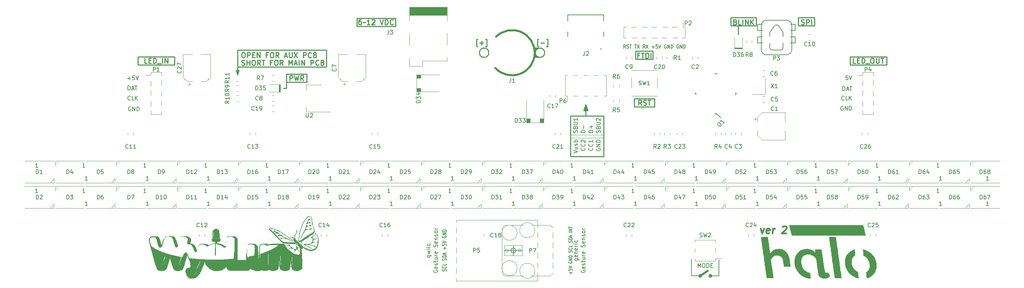
<source format=gbr>
%TF.GenerationSoftware,KiCad,Pcbnew,5.1.8-db9833491~88~ubuntu20.04.1*%
%TF.CreationDate,2020-12-13T16:07:54+05:30*%
%TF.ProjectId,halo,68616c6f-2e6b-4696-9361-645f70636258,v1*%
%TF.SameCoordinates,Original*%
%TF.FileFunction,Legend,Top*%
%TF.FilePolarity,Positive*%
%FSLAX46Y46*%
G04 Gerber Fmt 4.6, Leading zero omitted, Abs format (unit mm)*
G04 Created by KiCad (PCBNEW 5.1.8-db9833491~88~ubuntu20.04.1) date 2020-12-13 16:07:54*
%MOMM*%
%LPD*%
G01*
G04 APERTURE LIST*
%ADD10C,0.254000*%
%ADD11C,0.120000*%
%ADD12C,0.100000*%
%ADD13C,0.381000*%
%ADD14C,0.152400*%
%ADD15C,0.508000*%
%ADD16C,0.127000*%
%ADD17C,0.200000*%
%ADD18C,0.150000*%
%ADD19C,0.010000*%
%ADD20C,6.400000*%
%ADD21C,0.800000*%
%ADD22R,2.400000X2.800000*%
%ADD23C,1.600000*%
%ADD24C,1.800000*%
%ADD25R,1.905000X1.016000*%
%ADD26C,3.175000*%
%ADD27C,0.650000*%
%ADD28R,2.180000X2.000000*%
%ADD29R,0.300000X1.150000*%
%ADD30R,0.600000X1.150000*%
%ADD31R,2.000000X3.800000*%
%ADD32R,2.000000X1.500000*%
%ADD33R,1.500000X1.000000*%
%ADD34R,2.300000X2.500000*%
%ADD35C,1.000000*%
%ADD36R,2.540000X1.016000*%
%ADD37R,1.016000X2.540000*%
%ADD38R,1.200000X1.400000*%
%ADD39R,3.150000X1.000000*%
%ADD40R,2.500000X2.300000*%
%ADD41C,2.374900*%
%ADD42C,0.990600*%
%ADD43C,0.787400*%
%ADD44R,1.000000X3.150000*%
%ADD45R,1.550000X1.300000*%
%ADD46C,10.668000*%
%ADD47C,2.032000*%
G04 APERTURE END LIST*
D10*
X100965000Y-59944000D02*
X110617000Y-59944000D01*
X110617000Y-59944000D02*
X110617000Y-61976000D01*
X100965000Y-61976000D02*
X100965000Y-59944000D01*
X105791000Y-61976000D02*
X100965000Y-61976000D01*
X110617000Y-61976000D02*
X105791000Y-61976000D01*
G36*
X158623000Y-83058000D02*
G01*
X157607000Y-83058000D01*
X158115000Y-81534000D01*
X158623000Y-83058000D01*
G37*
X158623000Y-83058000D02*
X157607000Y-83058000D01*
X158115000Y-81534000D01*
X158623000Y-83058000D01*
X158115000Y-84455001D02*
X158115000Y-81534000D01*
D11*
X162560000Y-89916000D02*
X154305000Y-89916000D01*
X154305000Y-89154000D02*
X162560000Y-89154000D01*
D10*
X154305000Y-94615000D02*
X154305000Y-84455000D01*
X162560000Y-94615000D02*
X154305000Y-94615000D01*
X162560000Y-84455000D02*
X162560000Y-94615000D01*
X154305000Y-84455000D02*
X162560000Y-84455000D01*
D12*
G36*
X227965000Y-114300000D02*
G01*
X209550000Y-114300000D01*
X208915000Y-111760000D01*
X227330000Y-111760000D01*
X227965000Y-114300000D01*
G37*
X227965000Y-114300000D02*
X209550000Y-114300000D01*
X208915000Y-111760000D01*
X227330000Y-111760000D01*
X227965000Y-114300000D01*
D13*
X201806439Y-112649000D02*
X202081606Y-113834333D01*
X202653106Y-112649000D01*
X203870189Y-113749666D02*
X203690272Y-113834333D01*
X203351606Y-113834333D01*
X203192856Y-113749666D01*
X203129356Y-113580333D01*
X203214022Y-112903000D01*
X203319856Y-112733666D01*
X203499772Y-112649000D01*
X203838439Y-112649000D01*
X203997189Y-112733666D01*
X204060689Y-112903000D01*
X204039522Y-113072333D01*
X203171689Y-113241666D01*
X204706272Y-113834333D02*
X204854439Y-112649000D01*
X204812106Y-112987666D02*
X204917939Y-112818333D01*
X205013189Y-112733666D01*
X205193106Y-112649000D01*
X205362439Y-112649000D01*
X207278022Y-112225666D02*
X207373272Y-112141000D01*
X207553189Y-112056333D01*
X207976522Y-112056333D01*
X208135272Y-112141000D01*
X208209356Y-112225666D01*
X208272856Y-112395000D01*
X208251689Y-112564333D01*
X208135272Y-112818333D01*
X206992272Y-113834333D01*
X208092939Y-113834333D01*
D10*
X71501000Y-73025000D02*
X71120000Y-74041000D01*
X70739000Y-73025000D02*
X71501000Y-73025000D01*
X71120000Y-74041000D02*
X70739000Y-73025000D01*
X71120000Y-74041000D02*
X71120000Y-72136000D01*
X71120000Y-67945000D02*
X93345000Y-67945000D01*
X93345000Y-67945000D02*
X93345000Y-72136000D01*
X71120000Y-72136000D02*
X71120000Y-67945000D01*
X93345000Y-72136000D02*
X71120000Y-72136000D01*
X211201000Y-59817000D02*
X215265000Y-59817000D01*
X215265000Y-59817000D02*
X215265000Y-61849000D01*
X211201000Y-61849000D02*
X211201000Y-59817000D01*
X213233000Y-61849000D02*
X211201000Y-61849000D01*
X215265000Y-61849000D02*
X213233000Y-61849000D01*
X196215000Y-64008000D02*
X196215000Y-61849000D01*
X194310000Y-59817000D02*
X200660000Y-59817000D01*
X200660000Y-59817000D02*
X200660000Y-61849000D01*
X194310000Y-61849000D02*
X194310000Y-59817000D01*
X197485000Y-61849000D02*
X194310000Y-61849000D01*
X200660000Y-61849000D02*
X197485000Y-61849000D01*
X170561000Y-68199000D02*
X174879000Y-68199000D01*
X174879000Y-68199000D02*
X174879000Y-70231000D01*
X170561000Y-70231000D02*
X170561000Y-68199000D01*
X172720000Y-70231000D02*
X170561000Y-70231000D01*
X174879000Y-70231000D02*
X172720000Y-70231000D01*
X170180000Y-80137000D02*
X175260000Y-80137000D01*
X175260000Y-80137000D02*
X175260000Y-82169000D01*
X170180000Y-82169000D02*
X170180000Y-80137000D01*
X172720000Y-82169000D02*
X170180000Y-82169000D01*
X175260000Y-82169000D02*
X172720000Y-82169000D01*
X83312000Y-77470000D02*
X82550000Y-77470000D01*
X83312000Y-75946000D02*
X83312000Y-77470000D01*
X83312000Y-73914000D02*
X88392000Y-73914000D01*
X88392000Y-73914000D02*
X88392000Y-75946000D01*
X83312000Y-75946000D02*
X83312000Y-73914000D01*
X85852000Y-75946000D02*
X83312000Y-75946000D01*
X88392000Y-75946000D02*
X85852000Y-75946000D01*
X224155000Y-69596000D02*
X233299000Y-69596000D01*
X233299000Y-69596000D02*
X233299000Y-71628000D01*
X224155000Y-71628000D02*
X224155000Y-69596000D01*
X228727000Y-71628000D02*
X224155000Y-71628000D01*
X233299000Y-71628000D02*
X228727000Y-71628000D01*
X55372000Y-71628000D02*
X50800000Y-71628000D01*
X55372000Y-69596000D02*
X55372000Y-71628000D01*
X46228000Y-69596000D02*
X55372000Y-69596000D01*
X46228000Y-71628000D02*
X46228000Y-69596000D01*
X50800000Y-71628000D02*
X46228000Y-71628000D01*
D14*
X191389000Y-120396000D02*
X191389000Y-124460000D01*
X184531000Y-120269000D02*
X184531000Y-124460000D01*
X189357000Y-124460000D02*
G75*
G03*
X189357000Y-124460000I-127000J0D01*
G01*
X186817000Y-124460000D02*
G75*
G03*
X186817000Y-124460000I-127000J0D01*
G01*
X186944000Y-124460000D02*
G75*
G03*
X186944000Y-124460000I-254000J0D01*
G01*
X189484000Y-124460000D02*
G75*
G03*
X189484000Y-124460000I-254000J0D01*
G01*
D15*
X186690000Y-124460000D02*
X188595000Y-123190000D01*
D14*
X189230000Y-124460000D02*
X191389000Y-124460000D01*
X186690000Y-124460000D02*
X184531000Y-124460000D01*
X189611000Y-124460000D02*
G75*
G03*
X189611000Y-124460000I-381000J0D01*
G01*
X187071000Y-124460000D02*
G75*
G03*
X187071000Y-124460000I-381000J0D01*
G01*
D11*
%TO.C,C17*%
X150595000Y-79712452D02*
X150595000Y-79189948D01*
X149125000Y-79712452D02*
X149125000Y-79189948D01*
%TO.C,J3*%
X118745000Y-57150000D02*
X123445000Y-57150000D01*
X123445000Y-69750000D02*
X123445000Y-70650000D01*
X117245000Y-71950000D02*
X114045000Y-71950000D01*
X114045000Y-71950000D02*
X114045000Y-69750000D01*
X114045000Y-57150000D02*
X118745000Y-57150000D01*
X117245000Y-71950000D02*
X117245000Y-70650000D01*
X117245000Y-70650000D02*
X123445000Y-70650000D01*
D12*
G36*
X114045000Y-59150000D02*
G01*
X114045000Y-57150000D01*
X123445000Y-57150000D01*
X123445000Y-59150000D01*
X114045000Y-59150000D01*
G37*
X114045000Y-59150000D02*
X114045000Y-57150000D01*
X123445000Y-57150000D01*
X123445000Y-59150000D01*
X114045000Y-59150000D01*
D11*
X123445000Y-66750000D02*
X123445000Y-63650000D01*
X123445000Y-60650000D02*
X123445000Y-57150000D01*
X114045000Y-66750000D02*
X114045000Y-63650000D01*
X114045000Y-60650000D02*
X114045000Y-57150000D01*
%TO.C,P7*%
X149860000Y-118110000D02*
X149860000Y-123825000D01*
X149225000Y-124460000D02*
X137795000Y-124460000D01*
X137160000Y-123825000D02*
X137160000Y-112395000D01*
X137795000Y-111760000D02*
X149225000Y-111760000D01*
X149860000Y-112395000D02*
X149860000Y-118110000D01*
X140970000Y-122555000D02*
G75*
G03*
X140970000Y-122555000I-1905000J0D01*
G01*
X140970000Y-113665000D02*
G75*
G03*
X140970000Y-113665000I-1905000J0D01*
G01*
D16*
X140017500Y-119380000D02*
X140017500Y-116840000D01*
X137795000Y-118110000D02*
X142240000Y-118110000D01*
D11*
X137795000Y-119380000D02*
X137795000Y-116840000D01*
X137795000Y-116840000D02*
X142240000Y-116840000D01*
X142240000Y-116840000D02*
X142240000Y-119380000D01*
X142240000Y-119380000D02*
X137795000Y-119380000D01*
D16*
X140652500Y-118110000D02*
G75*
G03*
X140652500Y-118110000I-635000J0D01*
G01*
D11*
X138811000Y-118110000D02*
G75*
G03*
X138811000Y-118110000I-381000J0D01*
G01*
X141986000Y-118110000D02*
G75*
G03*
X141986000Y-118110000I-381000J0D01*
G01*
X137160000Y-123825000D02*
X137795000Y-124460000D01*
X137160000Y-112395000D02*
X137795000Y-111760000D01*
X149860000Y-112395000D02*
X149225000Y-111760000D01*
X149860000Y-123825000D02*
X149225000Y-124460000D01*
%TO.C,P5*%
X138811000Y-118110000D02*
G75*
G03*
X138811000Y-118110000I-381000J0D01*
G01*
X141986000Y-118110000D02*
G75*
G03*
X141986000Y-118110000I-381000J0D01*
G01*
D16*
X140652500Y-118110000D02*
G75*
G03*
X140652500Y-118110000I-635000J0D01*
G01*
D11*
X137795000Y-116840000D02*
X142240000Y-116840000D01*
X137795000Y-119380000D02*
X137795000Y-116840000D01*
X142240000Y-119380000D02*
X137795000Y-119380000D01*
X142240000Y-116840000D02*
X142240000Y-119380000D01*
D16*
X142240000Y-118110000D02*
X137795000Y-118110000D01*
X140017500Y-116840000D02*
X140017500Y-119380000D01*
D11*
X145415000Y-123190000D02*
G75*
G03*
X145415000Y-123190000I-1905000J0D01*
G01*
X145415000Y-113030000D02*
G75*
G03*
X145415000Y-113030000I-1905000J0D01*
G01*
X125730000Y-125730000D02*
X125730000Y-118110000D01*
X146050000Y-125730000D02*
X125730000Y-125730000D01*
X146050000Y-110490000D02*
X146050000Y-125730000D01*
X125730000Y-110490000D02*
X146050000Y-110490000D01*
X125730000Y-118110000D02*
X125730000Y-110490000D01*
D17*
%TO.C,J2*%
X161995000Y-67635000D02*
G75*
G03*
X161995000Y-67635000I-100000J0D01*
G01*
X153645000Y-64545000D02*
X153645000Y-63335000D01*
X162585000Y-64545000D02*
X162585000Y-63335000D01*
X153645000Y-59125000D02*
X153645000Y-60615000D01*
X162585000Y-59125000D02*
X153645000Y-59125000D01*
X162585000Y-60615000D02*
X162585000Y-59125000D01*
D11*
%TO.C,C20*%
X175795000Y-69588748D02*
X175795000Y-70111252D01*
X177265000Y-69588748D02*
X177265000Y-70111252D01*
%TO.C,U2*%
X88260000Y-76600000D02*
X88260000Y-77860000D01*
X88260000Y-83420000D02*
X88260000Y-82160000D01*
X92020000Y-76600000D02*
X88260000Y-76600000D01*
X94270000Y-83420000D02*
X88260000Y-83420000D01*
%TO.C,R8*%
X199617000Y-66013064D02*
X199617000Y-65558936D01*
X198147000Y-66013064D02*
X198147000Y-65558936D01*
%TO.C,D2*%
X25190000Y-106575000D02*
X24390000Y-107475000D01*
X17940000Y-102025000D02*
X25240000Y-102025000D01*
X17940000Y-107525000D02*
X25240000Y-107525000D01*
X25240000Y-107525000D02*
X25240000Y-106375000D01*
%TO.C,D33*%
X143265000Y-86100000D02*
X143265000Y-80400000D01*
X147565000Y-86100000D02*
X147565000Y-80400000D01*
X143265000Y-86100000D02*
X147565000Y-86100000D01*
D12*
G36*
X144165000Y-85050000D02*
G01*
X144165000Y-86100000D01*
X143265000Y-86100000D01*
X143265000Y-85050000D01*
X144165000Y-85050000D01*
G37*
X144165000Y-85050000D02*
X144165000Y-86100000D01*
X143265000Y-86100000D01*
X143265000Y-85050000D01*
X144165000Y-85050000D01*
G36*
X147565000Y-85050000D02*
G01*
X147565000Y-86100000D01*
X146665000Y-86100000D01*
X146665000Y-85050000D01*
X147565000Y-85050000D01*
G37*
X147565000Y-85050000D02*
X147565000Y-86100000D01*
X146665000Y-86100000D01*
X146665000Y-85050000D01*
X147565000Y-85050000D01*
D11*
%TO.C,C11*%
X43715000Y-88638748D02*
X43715000Y-89161252D01*
X45185000Y-88638748D02*
X45185000Y-89161252D01*
%TO.C,C18*%
X134085000Y-114561252D02*
X134085000Y-114038748D01*
X132615000Y-114561252D02*
X132615000Y-114038748D01*
%TO.C,C10*%
X214256252Y-64035000D02*
X213733748Y-64035000D01*
X214256252Y-65505000D02*
X213733748Y-65505000D01*
%TO.C,C6*%
X202826252Y-73052000D02*
X202303748Y-73052000D01*
X202826252Y-74522000D02*
X202303748Y-74522000D01*
%TO.C,C9*%
X168175000Y-69588748D02*
X168175000Y-70111252D01*
X169645000Y-69588748D02*
X169645000Y-70111252D01*
%TO.C,R1*%
X178335000Y-69622936D02*
X178335000Y-70077064D01*
X179805000Y-69622936D02*
X179805000Y-70077064D01*
%TO.C,C2*%
X186155000Y-70111252D02*
X186155000Y-69588748D01*
X184685000Y-70111252D02*
X184685000Y-69588748D01*
%TO.C,C3*%
X195480000Y-88638748D02*
X195480000Y-89161252D01*
X196950000Y-88638748D02*
X196950000Y-89161252D01*
%TO.C,C4*%
X192940000Y-88638748D02*
X192940000Y-89161252D01*
X194410000Y-88638748D02*
X194410000Y-89161252D01*
%TO.C,C5*%
X202303748Y-80999000D02*
X202826252Y-80999000D01*
X202303748Y-79529000D02*
X202826252Y-79529000D01*
%TO.C,C8*%
X80271252Y-79275000D02*
X79748748Y-79275000D01*
X80271252Y-80745000D02*
X79748748Y-80745000D01*
%TO.C,D3*%
X25610000Y-102975000D02*
X26410000Y-102075000D01*
X32860000Y-107525000D02*
X25560000Y-107525000D01*
X32860000Y-102025000D02*
X25560000Y-102025000D01*
X25560000Y-102025000D02*
X25560000Y-103175000D01*
%TO.C,D4*%
X25610000Y-96625000D02*
X26410000Y-95725000D01*
X32860000Y-101175000D02*
X25560000Y-101175000D01*
X32860000Y-95675000D02*
X25560000Y-95675000D01*
X25560000Y-95675000D02*
X25560000Y-96825000D01*
%TO.C,D10*%
X55670000Y-106575000D02*
X54870000Y-107475000D01*
X48420000Y-102025000D02*
X55720000Y-102025000D01*
X48420000Y-107525000D02*
X55720000Y-107525000D01*
X55720000Y-107525000D02*
X55720000Y-106375000D01*
%TO.C,D11*%
X56090000Y-102975000D02*
X56890000Y-102075000D01*
X63340000Y-107525000D02*
X56040000Y-107525000D01*
X63340000Y-102025000D02*
X56040000Y-102025000D01*
X56040000Y-102025000D02*
X56040000Y-103175000D01*
%TO.C,D17*%
X86150000Y-100225000D02*
X85350000Y-101125000D01*
X78900000Y-95675000D02*
X86200000Y-95675000D01*
X78900000Y-101175000D02*
X86200000Y-101175000D01*
X86200000Y-101175000D02*
X86200000Y-100025000D01*
%TO.C,D18*%
X86150000Y-106575000D02*
X85350000Y-107475000D01*
X78900000Y-102025000D02*
X86200000Y-102025000D01*
X78900000Y-107525000D02*
X86200000Y-107525000D01*
X86200000Y-107525000D02*
X86200000Y-106375000D01*
%TO.C,D19*%
X86570000Y-102975000D02*
X87370000Y-102075000D01*
X93820000Y-107525000D02*
X86520000Y-107525000D01*
X93820000Y-102025000D02*
X86520000Y-102025000D01*
X86520000Y-102025000D02*
X86520000Y-103175000D01*
%TO.C,D20*%
X86570000Y-96625000D02*
X87370000Y-95725000D01*
X93820000Y-101175000D02*
X86520000Y-101175000D01*
X93820000Y-95675000D02*
X86520000Y-95675000D01*
X86520000Y-95675000D02*
X86520000Y-96825000D01*
%TO.C,D21*%
X101390000Y-100225000D02*
X100590000Y-101125000D01*
X94140000Y-95675000D02*
X101440000Y-95675000D01*
X94140000Y-101175000D02*
X101440000Y-101175000D01*
X101440000Y-101175000D02*
X101440000Y-100025000D01*
%TO.C,D22*%
X101390000Y-106575000D02*
X100590000Y-107475000D01*
X94140000Y-102025000D02*
X101440000Y-102025000D01*
X94140000Y-107525000D02*
X101440000Y-107525000D01*
X101440000Y-107525000D02*
X101440000Y-106375000D01*
%TO.C,D23*%
X101810000Y-102975000D02*
X102610000Y-102075000D01*
X109060000Y-107525000D02*
X101760000Y-107525000D01*
X109060000Y-102025000D02*
X101760000Y-102025000D01*
X101760000Y-102025000D02*
X101760000Y-103175000D01*
%TO.C,D28*%
X117050000Y-96625000D02*
X117850000Y-95725000D01*
X124300000Y-101175000D02*
X117000000Y-101175000D01*
X124300000Y-95675000D02*
X117000000Y-95675000D01*
X117000000Y-95675000D02*
X117000000Y-96825000D01*
%TO.C,D29*%
X131870000Y-100225000D02*
X131070000Y-101125000D01*
X124620000Y-95675000D02*
X131920000Y-95675000D01*
X124620000Y-101175000D02*
X131920000Y-101175000D01*
X131920000Y-101175000D02*
X131920000Y-100025000D01*
%TO.C,D30*%
X131870000Y-106575000D02*
X131070000Y-107475000D01*
X124620000Y-102025000D02*
X131920000Y-102025000D01*
X124620000Y-107525000D02*
X131920000Y-107525000D01*
X131920000Y-107525000D02*
X131920000Y-106375000D01*
D12*
%TO.C,D35*%
G36*
X81500000Y-76500000D02*
G01*
X81810000Y-76500000D01*
X81810000Y-78440000D01*
X81500000Y-78440000D01*
X81500000Y-76500000D01*
G37*
X81500000Y-76500000D02*
X81810000Y-76500000D01*
X81810000Y-78440000D01*
X81500000Y-78440000D01*
X81500000Y-76500000D01*
D11*
X79010000Y-78430000D02*
X81695000Y-78430000D01*
X81695000Y-78430000D02*
X81695000Y-76510000D01*
X81695000Y-76510000D02*
X79010000Y-76510000D01*
D12*
%TO.C,D36*%
G36*
X197185000Y-67276000D02*
G01*
X197185000Y-67586000D01*
X195245000Y-67586000D01*
X195245000Y-67276000D01*
X197185000Y-67276000D01*
G37*
X197185000Y-67276000D02*
X197185000Y-67586000D01*
X195245000Y-67586000D01*
X195245000Y-67276000D01*
X197185000Y-67276000D01*
D11*
X195255000Y-64786000D02*
X195255000Y-67471000D01*
X195255000Y-67471000D02*
X197175000Y-67471000D01*
X197175000Y-67471000D02*
X197175000Y-64786000D01*
%TO.C,P1*%
X49470000Y-73500000D02*
X52130000Y-73500000D01*
X52130000Y-73500000D02*
X52130000Y-76710000D01*
X52130000Y-78230000D02*
X52130000Y-81790000D01*
X52130000Y-83310000D02*
X52130000Y-83980000D01*
X49470000Y-83980000D02*
X52130000Y-83980000D01*
X49470000Y-73500000D02*
X49470000Y-74170000D01*
X49470000Y-75690000D02*
X49470000Y-79250000D01*
X49470000Y-80770000D02*
X49470000Y-83980000D01*
X48260000Y-74170000D02*
X49470000Y-74170000D01*
%TO.C,P2*%
X170690000Y-62170000D02*
X167580000Y-62170000D01*
X175770000Y-62170000D02*
X172210000Y-62170000D01*
X180850000Y-62170000D02*
X177290000Y-62170000D01*
X173230000Y-64830000D02*
X169670000Y-64830000D01*
X178310000Y-64830000D02*
X174750000Y-64830000D01*
X168150000Y-64830000D02*
X167580000Y-64830000D01*
X182940000Y-62170000D02*
X182370000Y-62170000D01*
X182370000Y-62170000D02*
X182370000Y-60650000D01*
X182940000Y-64830000D02*
X179830000Y-64830000D01*
X167580000Y-62170000D02*
X167580000Y-64830000D01*
X182940000Y-62170000D02*
X182940000Y-64830000D01*
%TO.C,R2*%
X176630000Y-89127064D02*
X176630000Y-88672936D01*
X175160000Y-89127064D02*
X175160000Y-88672936D01*
%TO.C,R3*%
X179170000Y-89127064D02*
X179170000Y-88672936D01*
X177700000Y-89127064D02*
X177700000Y-88672936D01*
%TO.C,R4*%
X191870000Y-89127064D02*
X191870000Y-88672936D01*
X190400000Y-89127064D02*
X190400000Y-88672936D01*
%TO.C,R5*%
X166470000Y-80872064D02*
X166470000Y-80417936D01*
X165000000Y-80872064D02*
X165000000Y-80417936D01*
%TO.C,R6*%
X165000000Y-76607936D02*
X165000000Y-77062064D01*
X166470000Y-76607936D02*
X166470000Y-77062064D01*
%TO.C,R7*%
X80237064Y-74195000D02*
X79782936Y-74195000D01*
X80237064Y-75665000D02*
X79782936Y-75665000D01*
D18*
%TO.C,U1*%
X190589803Y-83956327D02*
X190748902Y-83797228D01*
X185463279Y-78829803D02*
X185693089Y-78599993D01*
X190589803Y-73703279D02*
X190359993Y-73933089D01*
X195716327Y-78829803D02*
X195486517Y-79059613D01*
X190589803Y-83956327D02*
X190359993Y-83726517D01*
X195716327Y-78829803D02*
X195486517Y-78599993D01*
X190589803Y-73703279D02*
X190819613Y-73933089D01*
X185463279Y-78829803D02*
X185693089Y-79059613D01*
X190748902Y-83797228D02*
X191756529Y-84804855D01*
D11*
%TO.C,X1*%
X202945000Y-78962001D02*
X202945000Y-74962001D01*
X199645000Y-78962001D02*
X202945000Y-78962001D01*
D19*
%TO.C,G4*%
G36*
X62593173Y-120491210D02*
G01*
X62688277Y-120588368D01*
X62773666Y-120729603D01*
X62818478Y-120827208D01*
X62851054Y-120909025D01*
X62864895Y-120958595D01*
X62865000Y-120960922D01*
X62855080Y-120997716D01*
X62827789Y-121077206D01*
X62786829Y-121189723D01*
X62735903Y-121325600D01*
X62678713Y-121475169D01*
X62618962Y-121628763D01*
X62560351Y-121776714D01*
X62506585Y-121909354D01*
X62461364Y-122017016D01*
X62454464Y-122032889D01*
X62426715Y-122098891D01*
X62386070Y-122198654D01*
X62340176Y-122313363D01*
X62328320Y-122343333D01*
X62284453Y-122453923D01*
X62246043Y-122549719D01*
X62219654Y-122614381D01*
X62214938Y-122625555D01*
X62193433Y-122677121D01*
X62157527Y-122764800D01*
X62113869Y-122872330D01*
X62099548Y-122907777D01*
X62025325Y-123081090D01*
X61933847Y-123278302D01*
X61832255Y-123485363D01*
X61727688Y-123688222D01*
X61627286Y-123872830D01*
X61538188Y-124025134D01*
X61506034Y-124075816D01*
X61318612Y-124333082D01*
X61120782Y-124543839D01*
X60900640Y-124718001D01*
X60646283Y-124865484D01*
X60452000Y-124953808D01*
X60337816Y-124991907D01*
X60198256Y-125020000D01*
X60023797Y-125039433D01*
X59804921Y-125051550D01*
X59746444Y-125053469D01*
X59567939Y-125056978D01*
X59432221Y-125054914D01*
X59325829Y-125046397D01*
X59235302Y-125030550D01*
X59180814Y-125016536D01*
X58955211Y-124929656D01*
X58761599Y-124804037D01*
X58592414Y-124633756D01*
X58467156Y-124457529D01*
X58418688Y-124371317D01*
X58386190Y-124297337D01*
X58377666Y-124261301D01*
X58384928Y-124237537D01*
X58411982Y-124247709D01*
X58466731Y-124295585D01*
X58483500Y-124311768D01*
X58575631Y-124386831D01*
X58685394Y-124456650D01*
X58730444Y-124479634D01*
X58796500Y-124507020D01*
X58862282Y-124525498D01*
X58941065Y-124536764D01*
X59046123Y-124542513D01*
X59190731Y-124544441D01*
X59238444Y-124544527D01*
X59427877Y-124540945D01*
X59585431Y-124530572D01*
X59700917Y-124514194D01*
X59732333Y-124506356D01*
X59978270Y-124420233D01*
X60189649Y-124317509D01*
X60375733Y-124190647D01*
X60545784Y-124032112D01*
X60709066Y-123834368D01*
X60874842Y-123589880D01*
X60891342Y-123563490D01*
X60969348Y-123437311D01*
X61035525Y-123329035D01*
X61084692Y-123247237D01*
X61111671Y-123200488D01*
X61115222Y-123192956D01*
X61126590Y-123164957D01*
X61157507Y-123096460D01*
X61203191Y-122997900D01*
X61256356Y-122884993D01*
X61322078Y-122741142D01*
X61404178Y-122553028D01*
X61499109Y-122329196D01*
X61603322Y-122078194D01*
X61713270Y-121808566D01*
X61825405Y-121528860D01*
X61936179Y-121247622D01*
X61938112Y-121242666D01*
X62033064Y-121008369D01*
X62120275Y-120811478D01*
X62197569Y-120656428D01*
X62262773Y-120547650D01*
X62303613Y-120497986D01*
X62395895Y-120443582D01*
X62494064Y-120442135D01*
X62593173Y-120491210D01*
G37*
X62593173Y-120491210D02*
X62688277Y-120588368D01*
X62773666Y-120729603D01*
X62818478Y-120827208D01*
X62851054Y-120909025D01*
X62864895Y-120958595D01*
X62865000Y-120960922D01*
X62855080Y-120997716D01*
X62827789Y-121077206D01*
X62786829Y-121189723D01*
X62735903Y-121325600D01*
X62678713Y-121475169D01*
X62618962Y-121628763D01*
X62560351Y-121776714D01*
X62506585Y-121909354D01*
X62461364Y-122017016D01*
X62454464Y-122032889D01*
X62426715Y-122098891D01*
X62386070Y-122198654D01*
X62340176Y-122313363D01*
X62328320Y-122343333D01*
X62284453Y-122453923D01*
X62246043Y-122549719D01*
X62219654Y-122614381D01*
X62214938Y-122625555D01*
X62193433Y-122677121D01*
X62157527Y-122764800D01*
X62113869Y-122872330D01*
X62099548Y-122907777D01*
X62025325Y-123081090D01*
X61933847Y-123278302D01*
X61832255Y-123485363D01*
X61727688Y-123688222D01*
X61627286Y-123872830D01*
X61538188Y-124025134D01*
X61506034Y-124075816D01*
X61318612Y-124333082D01*
X61120782Y-124543839D01*
X60900640Y-124718001D01*
X60646283Y-124865484D01*
X60452000Y-124953808D01*
X60337816Y-124991907D01*
X60198256Y-125020000D01*
X60023797Y-125039433D01*
X59804921Y-125051550D01*
X59746444Y-125053469D01*
X59567939Y-125056978D01*
X59432221Y-125054914D01*
X59325829Y-125046397D01*
X59235302Y-125030550D01*
X59180814Y-125016536D01*
X58955211Y-124929656D01*
X58761599Y-124804037D01*
X58592414Y-124633756D01*
X58467156Y-124457529D01*
X58418688Y-124371317D01*
X58386190Y-124297337D01*
X58377666Y-124261301D01*
X58384928Y-124237537D01*
X58411982Y-124247709D01*
X58466731Y-124295585D01*
X58483500Y-124311768D01*
X58575631Y-124386831D01*
X58685394Y-124456650D01*
X58730444Y-124479634D01*
X58796500Y-124507020D01*
X58862282Y-124525498D01*
X58941065Y-124536764D01*
X59046123Y-124542513D01*
X59190731Y-124544441D01*
X59238444Y-124544527D01*
X59427877Y-124540945D01*
X59585431Y-124530572D01*
X59700917Y-124514194D01*
X59732333Y-124506356D01*
X59978270Y-124420233D01*
X60189649Y-124317509D01*
X60375733Y-124190647D01*
X60545784Y-124032112D01*
X60709066Y-123834368D01*
X60874842Y-123589880D01*
X60891342Y-123563490D01*
X60969348Y-123437311D01*
X61035525Y-123329035D01*
X61084692Y-123247237D01*
X61111671Y-123200488D01*
X61115222Y-123192956D01*
X61126590Y-123164957D01*
X61157507Y-123096460D01*
X61203191Y-122997900D01*
X61256356Y-122884993D01*
X61322078Y-122741142D01*
X61404178Y-122553028D01*
X61499109Y-122329196D01*
X61603322Y-122078194D01*
X61713270Y-121808566D01*
X61825405Y-121528860D01*
X61936179Y-121247622D01*
X61938112Y-121242666D01*
X62033064Y-121008369D01*
X62120275Y-120811478D01*
X62197569Y-120656428D01*
X62262773Y-120547650D01*
X62303613Y-120497986D01*
X62395895Y-120443582D01*
X62494064Y-120442135D01*
X62593173Y-120491210D01*
G36*
X89035963Y-109440481D02*
G01*
X89108084Y-109452987D01*
X89145723Y-109460869D01*
X89268369Y-109495872D01*
X89361957Y-109548674D01*
X89439271Y-109630396D01*
X89513096Y-109752157D01*
X89538720Y-109802711D01*
X89590276Y-109913395D01*
X89628628Y-110013848D01*
X89656529Y-110117117D01*
X89676729Y-110236255D01*
X89691982Y-110384310D01*
X89705039Y-110574334D01*
X89706444Y-110598093D01*
X89720601Y-110821658D01*
X89736022Y-111010522D01*
X89755087Y-111176278D01*
X89780175Y-111330523D01*
X89813668Y-111484850D01*
X89857946Y-111650857D01*
X89915388Y-111840137D01*
X89988376Y-112064287D01*
X90037665Y-112211555D01*
X90128017Y-112489965D01*
X90195910Y-112723014D01*
X90242575Y-112916572D01*
X90269244Y-113076509D01*
X90277149Y-113208694D01*
X90268683Y-113312222D01*
X90239226Y-113453941D01*
X90199983Y-113560287D01*
X90142268Y-113652319D01*
X90113823Y-113687757D01*
X90069464Y-113749472D01*
X90067223Y-113775294D01*
X90104015Y-113763135D01*
X90163590Y-113721444D01*
X90242961Y-113676764D01*
X90325518Y-113671950D01*
X90422291Y-113708621D01*
X90525239Y-113774532D01*
X90691884Y-113916805D01*
X90851236Y-114094400D01*
X90991607Y-114291405D01*
X91101314Y-114491909D01*
X91155896Y-114633219D01*
X91234072Y-114964525D01*
X91278037Y-115323280D01*
X91286986Y-115691432D01*
X91260112Y-116050933D01*
X91228001Y-116247333D01*
X91200302Y-116385624D01*
X91173348Y-116520448D01*
X91151288Y-116631043D01*
X91143410Y-116670666D01*
X91099641Y-116879589D01*
X91058063Y-117044824D01*
X91013456Y-117178638D01*
X90960598Y-117293300D01*
X90894268Y-117401076D01*
X90809244Y-117514234D01*
X90757490Y-117577384D01*
X90678622Y-117673222D01*
X90609564Y-117759558D01*
X90561508Y-117822313D01*
X90551000Y-117837170D01*
X90511865Y-117873959D01*
X90440929Y-117908390D01*
X90328866Y-117944384D01*
X90240555Y-117967722D01*
X90029574Y-118022805D01*
X89859590Y-118072158D01*
X89716086Y-118120251D01*
X89601976Y-118164342D01*
X89534209Y-118189246D01*
X89477609Y-118197982D01*
X89410790Y-118190637D01*
X89312368Y-118167301D01*
X89305643Y-118165563D01*
X89198518Y-118133833D01*
X89052463Y-118085017D01*
X88880548Y-118023987D01*
X88695840Y-117955613D01*
X88511409Y-117884768D01*
X88340324Y-117816320D01*
X88195653Y-117755142D01*
X88152111Y-117735633D01*
X88029883Y-117680647D01*
X87900610Y-117623920D01*
X87813444Y-117586672D01*
X87709605Y-117531215D01*
X87591635Y-117450132D01*
X87488214Y-117364261D01*
X87336871Y-117225376D01*
X87224634Y-117125163D01*
X87150405Y-117062678D01*
X87113084Y-117036977D01*
X87107889Y-117038082D01*
X87123655Y-117067048D01*
X87164967Y-117127520D01*
X87222261Y-117205574D01*
X87283946Y-117291248D01*
X87317277Y-117355592D01*
X87329714Y-117420901D01*
X87328718Y-117509471D01*
X87328095Y-117521863D01*
X87319555Y-117686666D01*
X87216294Y-117695272D01*
X87147272Y-117694220D01*
X87092045Y-117670311D01*
X87029338Y-117613171D01*
X87013704Y-117596494D01*
X86947988Y-117521299D01*
X86878378Y-117435181D01*
X86814451Y-117350871D01*
X86765786Y-117281100D01*
X86741960Y-117238598D01*
X86741000Y-117233999D01*
X86726895Y-117203995D01*
X86689951Y-117140591D01*
X86639217Y-117059176D01*
X86560246Y-116952889D01*
X87023222Y-116952889D01*
X87037333Y-116967000D01*
X87051444Y-116952889D01*
X87037333Y-116938777D01*
X87023222Y-116952889D01*
X86560246Y-116952889D01*
X86495638Y-116865934D01*
X86310957Y-116666614D01*
X86097325Y-116473853D01*
X86007222Y-116401979D01*
X85901112Y-116318986D01*
X85800501Y-116237874D01*
X85722016Y-116172125D01*
X85701435Y-116153960D01*
X85641620Y-116103072D01*
X85604837Y-116087046D01*
X85573774Y-116101273D01*
X85557724Y-116115675D01*
X85524285Y-116170699D01*
X85533063Y-116212374D01*
X85550473Y-116278450D01*
X85549775Y-116309394D01*
X85563160Y-116348306D01*
X85624514Y-116374036D01*
X85636463Y-116376717D01*
X85722192Y-116414663D01*
X85821673Y-116490481D01*
X85859452Y-116526642D01*
X85929120Y-116593608D01*
X85984884Y-116640515D01*
X86012845Y-116656555D01*
X86061791Y-116674620D01*
X86140116Y-116723450D01*
X86238317Y-116795002D01*
X86346888Y-116881233D01*
X86456323Y-116974097D01*
X86557118Y-117065551D01*
X86639769Y-117147550D01*
X86694769Y-117212051D01*
X86712778Y-117248908D01*
X86730629Y-117287394D01*
X86751395Y-117312029D01*
X86778210Y-117354030D01*
X86818471Y-117435076D01*
X86865605Y-117541437D01*
X86892522Y-117606863D01*
X86943092Y-117744423D01*
X86987921Y-117892029D01*
X87027347Y-118053625D01*
X87061705Y-118233153D01*
X87091335Y-118434556D01*
X87116572Y-118661778D01*
X87137753Y-118918760D01*
X87155217Y-119209447D01*
X87169300Y-119537780D01*
X87180339Y-119907704D01*
X87188671Y-120323160D01*
X87194634Y-120788093D01*
X87197789Y-121177096D01*
X87206666Y-122550859D01*
X87122000Y-122641366D01*
X87012095Y-122747855D01*
X86882398Y-122856603D01*
X86746649Y-122957565D01*
X86618587Y-123040697D01*
X86511951Y-123095956D01*
X86487590Y-123105137D01*
X86365624Y-123132158D01*
X86203051Y-123149088D01*
X86014770Y-123156079D01*
X85815681Y-123153284D01*
X85620684Y-123140854D01*
X85444679Y-123118942D01*
X85322110Y-123093237D01*
X85080222Y-123012780D01*
X84891353Y-122915765D01*
X84754346Y-122801477D01*
X84680139Y-122694858D01*
X84646074Y-122613593D01*
X84626473Y-122538467D01*
X84624401Y-122485653D01*
X84637575Y-122470333D01*
X84668473Y-122482217D01*
X84730478Y-122512096D01*
X84759329Y-122526893D01*
X84870031Y-122567488D01*
X85022788Y-122599950D01*
X85203658Y-122623251D01*
X85398701Y-122636362D01*
X85593976Y-122638254D01*
X85775543Y-122627899D01*
X85897537Y-122610875D01*
X85999592Y-122584881D01*
X86092556Y-122543549D01*
X86190365Y-122478649D01*
X86306955Y-122381951D01*
X86349188Y-122344142D01*
X86412471Y-122284305D01*
X86450544Y-122234806D01*
X86471314Y-122177226D01*
X86482685Y-122093149D01*
X86488486Y-122019586D01*
X86492541Y-121927800D01*
X86494713Y-121794680D01*
X86495169Y-121627119D01*
X86494076Y-121432009D01*
X86491599Y-121216244D01*
X86487905Y-120986715D01*
X86483161Y-120750315D01*
X86477533Y-120513937D01*
X86471188Y-120284473D01*
X86464292Y-120068816D01*
X86457011Y-119873859D01*
X86449513Y-119706494D01*
X86441964Y-119573613D01*
X86434530Y-119482110D01*
X86427377Y-119438877D01*
X86426093Y-119436715D01*
X86414269Y-119443628D01*
X86407714Y-119493986D01*
X86406311Y-119591454D01*
X86409943Y-119739701D01*
X86413507Y-119831555D01*
X86418020Y-119965762D01*
X86422372Y-120145647D01*
X86426394Y-120360446D01*
X86429917Y-120599393D01*
X86432773Y-120851721D01*
X86434792Y-121106665D01*
X86435415Y-121227022D01*
X86439505Y-122199155D01*
X86315086Y-122308702D01*
X86210231Y-122399916D01*
X86125450Y-122466794D01*
X86048867Y-122513121D01*
X85968607Y-122542680D01*
X85872796Y-122559257D01*
X85749559Y-122566637D01*
X85587022Y-122568603D01*
X85499222Y-122568730D01*
X85263561Y-122565425D01*
X85075901Y-122553896D01*
X84928167Y-122532361D01*
X84812285Y-122499038D01*
X84720180Y-122452148D01*
X84643778Y-122389909D01*
X84631449Y-122377337D01*
X84600714Y-122343575D01*
X84577489Y-122310074D01*
X84559788Y-122267808D01*
X84545630Y-122207749D01*
X84533030Y-122120871D01*
X84520005Y-121998147D01*
X84504571Y-121830549D01*
X84499953Y-121778889D01*
X84487883Y-121627294D01*
X84474585Y-121431995D01*
X84460495Y-121202074D01*
X84446048Y-120946616D01*
X84431681Y-120674701D01*
X84417831Y-120395413D01*
X84404932Y-120117835D01*
X84393422Y-119851049D01*
X84383735Y-119604139D01*
X84380873Y-119520125D01*
X84597413Y-119520125D01*
X84597496Y-119610481D01*
X84600097Y-119819902D01*
X84606457Y-120048591D01*
X84616041Y-120288795D01*
X84628313Y-120532763D01*
X84642739Y-120772743D01*
X84658784Y-121000983D01*
X84675912Y-121209730D01*
X84693587Y-121391234D01*
X84711275Y-121537741D01*
X84728441Y-121641500D01*
X84740876Y-121687166D01*
X84765881Y-121741311D01*
X84785522Y-121763932D01*
X84800190Y-121751481D01*
X84810281Y-121700406D01*
X84816185Y-121607158D01*
X84818296Y-121468188D01*
X84817006Y-121279944D01*
X84812708Y-121038877D01*
X84812691Y-121038055D01*
X84805325Y-120778204D01*
X84794326Y-120509907D01*
X84780335Y-120242427D01*
X84763997Y-119985029D01*
X84745953Y-119746978D01*
X84726849Y-119537539D01*
X84707326Y-119365975D01*
X84688027Y-119241552D01*
X84687960Y-119241206D01*
X84666200Y-119168180D01*
X84638695Y-119123438D01*
X84631287Y-119118910D01*
X84618198Y-119127021D01*
X84608672Y-119165293D01*
X84602303Y-119239632D01*
X84598686Y-119355941D01*
X84597413Y-119520125D01*
X84380873Y-119520125D01*
X84376310Y-119386187D01*
X84371580Y-119206276D01*
X84369984Y-119073488D01*
X84369986Y-119072036D01*
X84355370Y-118850706D01*
X84311584Y-118671642D01*
X84239850Y-118536904D01*
X84141387Y-118448554D01*
X84017417Y-118408653D01*
X83975726Y-118406438D01*
X83862569Y-118428003D01*
X83754178Y-118483939D01*
X83673567Y-118561458D01*
X83661258Y-118581212D01*
X83647568Y-118615327D01*
X83635049Y-118667580D01*
X83623403Y-118742135D01*
X83612338Y-118843158D01*
X83601557Y-118974813D01*
X83590767Y-119141266D01*
X83579672Y-119346682D01*
X83567977Y-119595226D01*
X83555389Y-119891062D01*
X83541611Y-120238357D01*
X83538803Y-120311333D01*
X83524450Y-120680064D01*
X83511410Y-120997009D01*
X83499162Y-121266795D01*
X83487186Y-121494051D01*
X83474962Y-121683405D01*
X83461969Y-121839485D01*
X83447689Y-121966919D01*
X83431599Y-122070336D01*
X83413180Y-122154362D01*
X83391912Y-122223628D01*
X83367276Y-122282760D01*
X83338749Y-122336387D01*
X83305813Y-122389137D01*
X83305151Y-122390145D01*
X83262045Y-122448698D01*
X83214343Y-122493004D01*
X83153826Y-122525011D01*
X83072275Y-122546668D01*
X82961470Y-122559921D01*
X82813190Y-122566719D01*
X82619217Y-122569011D01*
X82550000Y-122569111D01*
X82358502Y-122568682D01*
X82212509Y-122565167D01*
X82101080Y-122555225D01*
X82013275Y-122535513D01*
X81938155Y-122502690D01*
X81864780Y-122453413D01*
X81782210Y-122384342D01*
X81698054Y-122308860D01*
X81579885Y-122202222D01*
X81563603Y-121764777D01*
X81559381Y-121639884D01*
X81554176Y-121467350D01*
X81548224Y-121255966D01*
X81541757Y-121014522D01*
X81535008Y-120751808D01*
X81528213Y-120476617D01*
X81521603Y-120197737D01*
X81519349Y-120099666D01*
X81511827Y-119771240D01*
X81505173Y-119494400D01*
X81498928Y-119264301D01*
X81492637Y-119076099D01*
X81487053Y-118951858D01*
X81698668Y-118951858D01*
X81699499Y-119120733D01*
X81702288Y-119316948D01*
X81706835Y-119533244D01*
X81712944Y-119762363D01*
X81720416Y-119997044D01*
X81729053Y-120230029D01*
X81738657Y-120454059D01*
X81749029Y-120661873D01*
X81759972Y-120846213D01*
X81771287Y-120999820D01*
X81774009Y-121031000D01*
X81798157Y-121292045D01*
X81818949Y-121502103D01*
X81837284Y-121666471D01*
X81854063Y-121790446D01*
X81870185Y-121879324D01*
X81886549Y-121938402D01*
X81904055Y-121972978D01*
X81923603Y-121988348D01*
X81936985Y-121990555D01*
X81940169Y-121963466D01*
X81942073Y-121886704D01*
X81942709Y-121767026D01*
X81942093Y-121611186D01*
X81940237Y-121425943D01*
X81937157Y-121218052D01*
X81935178Y-121108611D01*
X81929756Y-120867348D01*
X81922815Y-120623387D01*
X81914786Y-120388179D01*
X81906100Y-120173179D01*
X81897189Y-119989839D01*
X81888484Y-119849611D01*
X81887108Y-119831555D01*
X81872794Y-119649463D01*
X81857282Y-119450895D01*
X81842501Y-119260621D01*
X81831031Y-119111889D01*
X81818105Y-118973370D01*
X81802240Y-118847867D01*
X81785615Y-118750708D01*
X81772838Y-118702666D01*
X81748919Y-118646746D01*
X81732980Y-118639300D01*
X81712532Y-118676204D01*
X81709900Y-118681869D01*
X81703670Y-118725167D01*
X81699992Y-118817583D01*
X81698668Y-118951858D01*
X81487053Y-118951858D01*
X81485843Y-118924951D01*
X81478089Y-118806014D01*
X81468918Y-118714443D01*
X81457875Y-118645394D01*
X81444501Y-118594025D01*
X81428341Y-118555490D01*
X81408938Y-118524947D01*
X81385835Y-118497552D01*
X81366338Y-118476723D01*
X81296750Y-118412987D01*
X81231249Y-118384256D01*
X81154022Y-118378111D01*
X81020834Y-118399132D01*
X80910061Y-118457003D01*
X80839998Y-118538111D01*
X80806792Y-118587127D01*
X80783976Y-118603889D01*
X80773483Y-118630067D01*
X80762050Y-118700548D01*
X80751354Y-118803250D01*
X80745751Y-118879055D01*
X80735061Y-119033356D01*
X80721135Y-119214180D01*
X80706298Y-119391883D01*
X80699786Y-119464666D01*
X80689706Y-119590127D01*
X80678374Y-119757589D01*
X80666650Y-119952649D01*
X80655393Y-120160904D01*
X80645462Y-120367951D01*
X80644228Y-120396000D01*
X80628261Y-120734962D01*
X80610904Y-121052190D01*
X80592539Y-121342997D01*
X80573549Y-121602697D01*
X80554316Y-121826605D01*
X80535224Y-122010033D01*
X80516655Y-122148296D01*
X80498992Y-122236707D01*
X80492217Y-122257180D01*
X80421381Y-122363857D01*
X80306508Y-122447499D01*
X80145627Y-122508763D01*
X79936761Y-122548309D01*
X79677939Y-122566792D01*
X79558444Y-122568436D01*
X79163333Y-122568388D01*
X78881111Y-122429191D01*
X78719776Y-122354327D01*
X78593539Y-122309791D01*
X78490271Y-122294996D01*
X78397842Y-122309359D01*
X78304123Y-122352294D01*
X78232863Y-122397929D01*
X78127918Y-122465235D01*
X78032062Y-122512108D01*
X77930842Y-122542159D01*
X77809803Y-122559002D01*
X77654489Y-122566250D01*
X77554666Y-122567429D01*
X77404564Y-122567002D01*
X77294596Y-122562384D01*
X77208482Y-122551181D01*
X77129940Y-122531003D01*
X77042691Y-122499457D01*
X77013718Y-122487955D01*
X76926787Y-122453963D01*
X76857167Y-122432352D01*
X76792313Y-122423592D01*
X76719686Y-122428154D01*
X76626744Y-122446506D01*
X76500946Y-122479118D01*
X76383444Y-122511565D01*
X76145411Y-122562739D01*
X75882441Y-122593821D01*
X75609709Y-122604828D01*
X75342388Y-122595771D01*
X75095654Y-122566664D01*
X74884680Y-122517522D01*
X74862257Y-122510202D01*
X74713730Y-122452046D01*
X74538675Y-122371286D01*
X74356818Y-122277671D01*
X74187885Y-122180947D01*
X74155828Y-122161109D01*
X74012792Y-122084618D01*
X73888648Y-122051560D01*
X73775559Y-122064043D01*
X73665686Y-122124173D01*
X73551188Y-122234055D01*
X73459131Y-122348296D01*
X73390590Y-122431540D01*
X73323865Y-122499393D01*
X73281791Y-122531740D01*
X73259427Y-122538805D01*
X73217427Y-122544968D01*
X73152444Y-122550283D01*
X73061131Y-122554805D01*
X72940142Y-122558587D01*
X72786131Y-122561683D01*
X72595751Y-122564148D01*
X72365656Y-122566035D01*
X72092499Y-122567399D01*
X71772934Y-122568294D01*
X71403615Y-122568773D01*
X70981680Y-122568892D01*
X70562860Y-122568941D01*
X70196687Y-122568964D01*
X69879364Y-122568646D01*
X69607094Y-122567669D01*
X69376080Y-122565717D01*
X69182526Y-122562474D01*
X69022634Y-122557621D01*
X68892609Y-122550844D01*
X68788652Y-122541825D01*
X68706967Y-122530248D01*
X68643758Y-122515796D01*
X68595227Y-122498152D01*
X68557578Y-122477000D01*
X68527013Y-122452023D01*
X68499737Y-122422905D01*
X68471951Y-122389329D01*
X68445389Y-122357389D01*
X68374701Y-122253097D01*
X68315628Y-122127956D01*
X68299827Y-122081382D01*
X68249063Y-121922085D01*
X68201186Y-121807473D01*
X68149406Y-121726620D01*
X68086928Y-121668603D01*
X68017810Y-121627815D01*
X67911039Y-121585843D01*
X67829358Y-121576597D01*
X67819388Y-121578463D01*
X67772543Y-121603221D01*
X67695285Y-121657928D01*
X67598694Y-121734266D01*
X67502889Y-121815922D01*
X67379075Y-121922065D01*
X67245897Y-122031166D01*
X67122492Y-122127767D01*
X67055562Y-122177262D01*
X66944275Y-122251728D01*
X66823675Y-122324573D01*
X66706232Y-122389118D01*
X66604415Y-122438683D01*
X66530693Y-122466589D01*
X66508429Y-122470333D01*
X66465744Y-122478809D01*
X66392360Y-122500153D01*
X66358486Y-122511243D01*
X66132927Y-122569544D01*
X65871291Y-122607541D01*
X65589186Y-122625204D01*
X65302219Y-122622503D01*
X65025998Y-122599410D01*
X64776129Y-122555895D01*
X64628889Y-122514507D01*
X64328663Y-122386844D01*
X64030607Y-122211052D01*
X63746019Y-121994701D01*
X63494082Y-121753855D01*
X63353360Y-121595189D01*
X63232513Y-121439481D01*
X63122253Y-121272649D01*
X63013288Y-121080611D01*
X62896329Y-120849288D01*
X62893669Y-120843801D01*
X62806857Y-120672748D01*
X62732624Y-120548232D01*
X62664610Y-120463618D01*
X62596454Y-120412273D01*
X62521794Y-120387561D01*
X62451421Y-120382516D01*
X62351470Y-120397921D01*
X62268458Y-120448305D01*
X62191472Y-120541863D01*
X62151677Y-120607666D01*
X62131642Y-120643385D01*
X62113651Y-120676668D01*
X62095424Y-120712986D01*
X62074681Y-120757813D01*
X62049145Y-120816618D01*
X62016537Y-120894875D01*
X61974577Y-120998055D01*
X61920987Y-121131629D01*
X61853489Y-121301069D01*
X61769802Y-121511848D01*
X61667649Y-121769436D01*
X61663901Y-121778889D01*
X61579570Y-121989777D01*
X61495158Y-122197625D01*
X61414776Y-122392548D01*
X61342533Y-122564663D01*
X61282540Y-122704088D01*
X61238907Y-122800937D01*
X61238483Y-122801836D01*
X61187039Y-122912005D01*
X61146124Y-123002023D01*
X61120857Y-123060484D01*
X61115222Y-123076506D01*
X61101712Y-123105637D01*
X61066076Y-123169761D01*
X61015654Y-123255730D01*
X61008824Y-123267114D01*
X60946122Y-123373400D01*
X60886821Y-123477327D01*
X60846546Y-123551173D01*
X60677168Y-123817122D01*
X60468029Y-124044290D01*
X60222596Y-124230190D01*
X59944335Y-124372339D01*
X59636711Y-124468250D01*
X59540887Y-124487344D01*
X59408911Y-124509721D01*
X59312764Y-124522139D01*
X59232723Y-124524633D01*
X59149065Y-124517240D01*
X59042065Y-124499994D01*
X58977411Y-124488370D01*
X58759120Y-124427777D01*
X58581937Y-124331408D01*
X58441290Y-124196641D01*
X58420104Y-124168931D01*
X58326526Y-124011576D01*
X58246084Y-123820790D01*
X58183270Y-123613373D01*
X58142575Y-123406123D01*
X58128488Y-123215839D01*
X58136120Y-123106548D01*
X58158184Y-123020666D01*
X60716716Y-123020666D01*
X60788592Y-122936010D01*
X60821158Y-122887370D01*
X60874081Y-122796160D01*
X60942951Y-122670531D01*
X61023357Y-122518632D01*
X61110891Y-122348614D01*
X61171289Y-122228707D01*
X61257013Y-122056307D01*
X61333683Y-121900821D01*
X61397875Y-121769298D01*
X61446165Y-121668789D01*
X61475129Y-121606344D01*
X61482111Y-121588703D01*
X61493149Y-121556639D01*
X61522467Y-121486886D01*
X61564368Y-121392856D01*
X61577271Y-121364672D01*
X61654364Y-121196786D01*
X61710740Y-121072569D01*
X61749549Y-120984542D01*
X61773944Y-120925226D01*
X61787077Y-120887140D01*
X61792100Y-120862806D01*
X61792555Y-120853807D01*
X61804982Y-120804806D01*
X61811897Y-120795287D01*
X61839060Y-120749624D01*
X61864401Y-120679510D01*
X61881838Y-120607116D01*
X61885293Y-120554615D01*
X61880910Y-120543621D01*
X61843647Y-120529208D01*
X61798520Y-120556865D01*
X61742537Y-120629960D01*
X61672710Y-120751856D01*
X61640764Y-120813979D01*
X61586104Y-120925926D01*
X61542709Y-121021020D01*
X61516070Y-121086857D01*
X61510328Y-121108611D01*
X61492506Y-121141395D01*
X61482111Y-121143889D01*
X61454702Y-121164678D01*
X61453889Y-121171172D01*
X61442349Y-121206230D01*
X61411029Y-121280687D01*
X61364874Y-121383204D01*
X61315414Y-121488672D01*
X61239784Y-121651269D01*
X61158707Y-121832640D01*
X61075721Y-122024148D01*
X60994359Y-122217152D01*
X60918158Y-122403014D01*
X60850652Y-122573095D01*
X60795377Y-122718756D01*
X60755868Y-122831358D01*
X60735661Y-122902262D01*
X60734666Y-122907777D01*
X60716716Y-123020666D01*
X58158184Y-123020666D01*
X58158509Y-123019401D01*
X58203959Y-122936559D01*
X58282814Y-122839714D01*
X58293628Y-122827797D01*
X58372813Y-122748024D01*
X58452434Y-122686500D01*
X58544053Y-122638053D01*
X58659232Y-122597513D01*
X58809534Y-122559708D01*
X58965005Y-122527532D01*
X59135829Y-122491306D01*
X59260035Y-122455804D01*
X59347015Y-122414746D01*
X59406159Y-122361852D01*
X59446859Y-122290844D01*
X59478505Y-122195442D01*
X59482241Y-122181680D01*
X59495896Y-122121772D01*
X59501787Y-122063147D01*
X59498335Y-121996632D01*
X59483964Y-121913052D01*
X59457097Y-121803232D01*
X59416157Y-121657997D01*
X59359648Y-121468444D01*
X59308064Y-121303064D01*
X59245426Y-121111152D01*
X59174505Y-120900422D01*
X59098076Y-120678591D01*
X59018913Y-120453371D01*
X58939790Y-120232479D01*
X58863479Y-120023629D01*
X58792754Y-119834536D01*
X58730390Y-119672915D01*
X58679160Y-119546480D01*
X58641837Y-119462946D01*
X58631777Y-119443883D01*
X58607886Y-119387990D01*
X58603444Y-119363481D01*
X58592821Y-119317795D01*
X58566988Y-119249074D01*
X58564420Y-119243154D01*
X58526376Y-119151233D01*
X58489842Y-119055444D01*
X58424593Y-118895239D01*
X58359114Y-118773732D01*
X58297646Y-118698480D01*
X58283601Y-118687907D01*
X58219336Y-118660783D01*
X58126859Y-118637491D01*
X58081333Y-118630111D01*
X57940222Y-118611836D01*
X58090229Y-118607862D01*
X58169501Y-118607937D01*
X58226397Y-118618892D01*
X58278342Y-118649169D01*
X58342766Y-118707211D01*
X58387867Y-118752055D01*
X58452936Y-118821390D01*
X58505110Y-118889572D01*
X58551744Y-118969575D01*
X58600190Y-119074373D01*
X58657801Y-119216940D01*
X58671794Y-119253000D01*
X58731094Y-119403993D01*
X58791839Y-119554435D01*
X58846904Y-119686916D01*
X58889162Y-119784027D01*
X58889211Y-119784135D01*
X58929825Y-119876909D01*
X58958925Y-119950016D01*
X58970328Y-119987907D01*
X58970333Y-119988209D01*
X58981320Y-120006524D01*
X59020461Y-120022321D01*
X59097028Y-120038108D01*
X59220290Y-120056395D01*
X59224333Y-120056945D01*
X59447780Y-120086189D01*
X59657541Y-120111089D01*
X59873929Y-120133856D01*
X60117256Y-120156701D01*
X60240333Y-120167542D01*
X60401738Y-120182097D01*
X60547807Y-120196305D01*
X60667322Y-120208995D01*
X60749062Y-120218997D01*
X60776555Y-120223487D01*
X60835832Y-120231728D01*
X60941761Y-120241644D01*
X61084594Y-120252664D01*
X61254582Y-120264216D01*
X61441978Y-120275731D01*
X61637034Y-120286636D01*
X61830001Y-120296362D01*
X62011132Y-120304336D01*
X62170679Y-120309988D01*
X62298893Y-120312746D01*
X62300555Y-120312763D01*
X62453406Y-120317439D01*
X62607069Y-120327508D01*
X62740222Y-120341320D01*
X62808555Y-120352083D01*
X62872921Y-120359046D01*
X62988353Y-120365342D01*
X63149478Y-120370963D01*
X63350922Y-120375903D01*
X63587310Y-120380157D01*
X63853270Y-120383717D01*
X64143426Y-120386577D01*
X64452405Y-120388731D01*
X64774833Y-120390172D01*
X65105336Y-120390894D01*
X65438540Y-120390891D01*
X65769071Y-120390155D01*
X66091556Y-120388682D01*
X66400619Y-120386463D01*
X66690888Y-120383493D01*
X66956988Y-120379766D01*
X67193546Y-120375275D01*
X67395187Y-120370013D01*
X67556537Y-120363974D01*
X67662778Y-120357876D01*
X67860781Y-120343352D01*
X68083230Y-120327302D01*
X68303888Y-120311604D01*
X68496520Y-120298137D01*
X68509444Y-120297246D01*
X68705558Y-120283479D01*
X68929145Y-120267367D01*
X69151406Y-120251005D01*
X69327889Y-120237693D01*
X69493862Y-120225000D01*
X69658285Y-120212486D01*
X69804017Y-120201450D01*
X69913920Y-120193193D01*
X69929562Y-120192029D01*
X70034887Y-120181718D01*
X70097345Y-120167135D01*
X70130514Y-120143568D01*
X70144198Y-120117538D01*
X70152374Y-120070635D01*
X70161359Y-119977671D01*
X70170411Y-119849008D01*
X70178787Y-119695009D01*
X70184915Y-119549333D01*
X70192456Y-119359844D01*
X70201269Y-119165769D01*
X70210515Y-118983978D01*
X70219355Y-118831338D01*
X70224236Y-118759111D01*
X70245023Y-118476889D01*
X70262919Y-118759111D01*
X70268723Y-118877938D01*
X70274101Y-119038664D01*
X70278697Y-119226742D01*
X70282156Y-119427626D01*
X70284123Y-119626771D01*
X70284129Y-119627851D01*
X70286048Y-119845140D01*
X70290381Y-120014530D01*
X70299132Y-120144563D01*
X70314307Y-120243783D01*
X70337909Y-120320731D01*
X70371943Y-120383953D01*
X70418413Y-120441989D01*
X70479323Y-120503385D01*
X70492493Y-120515944D01*
X70618782Y-120635889D01*
X73068964Y-120635889D01*
X73244537Y-120458740D01*
X73420111Y-120281592D01*
X73422094Y-119054685D01*
X73423116Y-118786758D01*
X73425207Y-118538168D01*
X73428241Y-118314616D01*
X73432093Y-118121808D01*
X73436639Y-117965444D01*
X73441752Y-117851230D01*
X73447309Y-117784869D01*
X73450252Y-117771333D01*
X73460572Y-117771207D01*
X73465648Y-117825017D01*
X73465402Y-117930492D01*
X73460566Y-118067666D01*
X73456694Y-118205431D01*
X73455110Y-118384689D01*
X73455754Y-118590538D01*
X73458564Y-118808073D01*
X73463478Y-119022394D01*
X73464675Y-119062500D01*
X73484643Y-119704555D01*
X73551155Y-119704555D01*
X73604705Y-119719831D01*
X73617666Y-119759334D01*
X73630626Y-119813361D01*
X73645889Y-119831555D01*
X73661495Y-119867337D01*
X73671745Y-119940956D01*
X73674111Y-120004623D01*
X73676599Y-120094115D01*
X73686775Y-120139321D01*
X73708708Y-120152282D01*
X73723500Y-120150803D01*
X73744207Y-120144056D01*
X73760432Y-120126995D01*
X73774632Y-120090747D01*
X73789265Y-120026439D01*
X73806790Y-119925200D01*
X73829664Y-119778158D01*
X73833240Y-119754680D01*
X73849912Y-119683942D01*
X73883638Y-119649998D01*
X73952172Y-119633472D01*
X74066029Y-119614260D01*
X74180674Y-119591353D01*
X74309111Y-119562660D01*
X74455673Y-119529901D01*
X74635842Y-119491075D01*
X74827805Y-119450816D01*
X75009747Y-119413759D01*
X75014666Y-119412777D01*
X75119832Y-119390379D01*
X75207034Y-119369289D01*
X75257696Y-119354004D01*
X75258195Y-119353794D01*
X75280242Y-119338305D01*
X75297994Y-119308743D01*
X75311971Y-119259382D01*
X75322695Y-119184498D01*
X75330687Y-119078367D01*
X75336468Y-118935265D01*
X75340559Y-118749466D01*
X75343482Y-118515247D01*
X75344443Y-118406333D01*
X75346281Y-118191064D01*
X75347997Y-118029492D01*
X75349810Y-117918871D01*
X75351943Y-117856457D01*
X75354617Y-117839502D01*
X75358051Y-117865261D01*
X75362468Y-117930988D01*
X75368088Y-118033937D01*
X75370561Y-118081777D01*
X75378666Y-118239024D01*
X75388014Y-118418967D01*
X75398874Y-118626756D01*
X75411518Y-118867543D01*
X75426216Y-119146477D01*
X75443239Y-119468710D01*
X75462858Y-119839392D01*
X75474552Y-120060119D01*
X75484479Y-120233985D01*
X75494074Y-120361290D01*
X75504926Y-120451885D01*
X75518625Y-120515623D01*
X75536760Y-120562353D01*
X75560920Y-120601928D01*
X75562263Y-120603822D01*
X75665879Y-120712022D01*
X75783236Y-120765554D01*
X75913533Y-120764288D01*
X76055966Y-120708094D01*
X76088093Y-120688828D01*
X76193913Y-120616375D01*
X76262959Y-120552704D01*
X76309675Y-120482876D01*
X76330290Y-120438333D01*
X76343686Y-120381399D01*
X76358720Y-120273588D01*
X76374962Y-120120430D01*
X76391981Y-119927453D01*
X76409349Y-119700188D01*
X76426634Y-119444164D01*
X76443406Y-119164910D01*
X76459236Y-118867956D01*
X76469940Y-118643369D01*
X76479960Y-118430216D01*
X76490767Y-118214256D01*
X76501637Y-118009036D01*
X76511844Y-117828102D01*
X76520663Y-117685001D01*
X76523431Y-117644333D01*
X76548297Y-117367820D01*
X76581489Y-117142761D01*
X76625341Y-116964484D01*
X76682190Y-116828317D01*
X76754372Y-116729590D01*
X76844222Y-116663629D01*
X76954076Y-116625763D01*
X77038613Y-116613897D01*
X77109845Y-116609775D01*
X77140953Y-116611451D01*
X77131333Y-116616675D01*
X76983196Y-116657755D01*
X76880866Y-116692701D01*
X76814722Y-116726042D01*
X76775145Y-116762310D01*
X76757782Y-116792581D01*
X76703017Y-116937944D01*
X76659701Y-117098482D01*
X76627176Y-117280765D01*
X76604785Y-117491366D01*
X76591871Y-117736856D01*
X76587777Y-118023808D01*
X76591847Y-118358791D01*
X76593644Y-118434555D01*
X76599456Y-118662981D01*
X76605749Y-118909922D01*
X76612062Y-119157251D01*
X76617931Y-119386843D01*
X76622895Y-119580574D01*
X76623468Y-119602923D01*
X76628376Y-119765918D01*
X76634046Y-119908601D01*
X76639998Y-120021714D01*
X76645752Y-120095995D01*
X76650370Y-120122000D01*
X76680243Y-120118516D01*
X76704569Y-120102513D01*
X76720972Y-120084189D01*
X76734825Y-120054522D01*
X76747136Y-120006621D01*
X76758912Y-119933594D01*
X76771161Y-119828551D01*
X76777882Y-119758068D01*
X78673726Y-119758068D01*
X78675005Y-119995034D01*
X78677447Y-120241819D01*
X78680935Y-120491497D01*
X78685349Y-120737143D01*
X78690571Y-120971831D01*
X78696483Y-121188636D01*
X78702966Y-121380633D01*
X78709903Y-121540896D01*
X78717174Y-121662500D01*
X78724661Y-121738519D01*
X78728966Y-121758760D01*
X78748425Y-121802399D01*
X78765013Y-121820654D01*
X78779015Y-121810153D01*
X78790719Y-121767528D01*
X78800409Y-121689409D01*
X78808373Y-121572425D01*
X78814896Y-121413206D01*
X78820264Y-121208384D01*
X78824763Y-120954587D01*
X78828680Y-120648446D01*
X78829480Y-120574905D01*
X78832874Y-120164118D01*
X78833696Y-119807517D01*
X78831856Y-119502900D01*
X78827263Y-119248063D01*
X78819827Y-119040802D01*
X78809457Y-118878914D01*
X78796064Y-118760196D01*
X78779556Y-118682444D01*
X78759844Y-118643455D01*
X78750064Y-118638000D01*
X78731678Y-118640567D01*
X78717753Y-118661608D01*
X78706982Y-118709052D01*
X78698055Y-118790831D01*
X78689665Y-118914875D01*
X78682610Y-119046899D01*
X78678052Y-119175336D01*
X78675131Y-119341293D01*
X78673728Y-119537846D01*
X78673726Y-119758068D01*
X76777882Y-119758068D01*
X76784889Y-119684599D01*
X76801103Y-119494847D01*
X76810929Y-119374848D01*
X76824990Y-119204535D01*
X76838242Y-119081546D01*
X76855237Y-118997017D01*
X76880528Y-118942082D01*
X76918667Y-118907877D01*
X76974205Y-118885537D01*
X77051696Y-118866198D01*
X77074889Y-118860826D01*
X77152503Y-118839669D01*
X77262354Y-118805827D01*
X77390809Y-118763952D01*
X77524235Y-118718696D01*
X77648997Y-118674711D01*
X77751463Y-118636648D01*
X77817999Y-118609160D01*
X77829450Y-118603370D01*
X77892361Y-118579638D01*
X77921555Y-118575666D01*
X77983669Y-118563526D01*
X78013660Y-118551597D01*
X78171126Y-118479309D01*
X78295030Y-118434509D01*
X78359000Y-118418702D01*
X78428461Y-118401215D01*
X78469598Y-118383787D01*
X78471889Y-118381621D01*
X78516063Y-118347666D01*
X78582532Y-118312996D01*
X78640400Y-118293258D01*
X78647895Y-118292486D01*
X78693839Y-118280296D01*
X78766705Y-118250833D01*
X78796444Y-118237000D01*
X78877259Y-118202942D01*
X78943706Y-118183313D01*
X78958722Y-118181513D01*
X79000633Y-118167363D01*
X79008111Y-118152333D01*
X79030970Y-118127295D01*
X79050444Y-118124111D01*
X79088001Y-118108872D01*
X79092778Y-118095889D01*
X79115932Y-118071583D01*
X79139713Y-118067666D01*
X79177953Y-118055760D01*
X79254959Y-118023708D01*
X79359218Y-117977012D01*
X79479214Y-117921171D01*
X79603432Y-117861688D01*
X79720358Y-117804063D01*
X79818476Y-117753797D01*
X79886272Y-117716390D01*
X79911222Y-117699100D01*
X79946900Y-117673728D01*
X79967666Y-117663069D01*
X80014123Y-117638218D01*
X80089461Y-117594590D01*
X80151111Y-117557569D01*
X80243776Y-117503622D01*
X80329557Y-117457849D01*
X80369903Y-117438838D01*
X80431500Y-117399139D01*
X80463528Y-117355897D01*
X80494764Y-117313564D01*
X80517886Y-117305666D01*
X80569129Y-117287174D01*
X80594911Y-117267056D01*
X80653921Y-117226452D01*
X80694261Y-117209168D01*
X80750717Y-117170703D01*
X80772458Y-117134889D01*
X80807666Y-117089829D01*
X80838725Y-117079889D01*
X80887546Y-117059478D01*
X80945671Y-117009112D01*
X80956768Y-116996417D01*
X81011430Y-116941797D01*
X81058440Y-116913000D01*
X81065613Y-116911750D01*
X81105203Y-116891602D01*
X81166069Y-116840823D01*
X81215866Y-116790710D01*
X81276829Y-116723202D01*
X81302993Y-116685506D01*
X81298083Y-116666185D01*
X81265827Y-116653800D01*
X81260920Y-116652412D01*
X81211389Y-116646562D01*
X81114063Y-116641812D01*
X80977582Y-116638153D01*
X80810585Y-116635578D01*
X80621710Y-116634081D01*
X80419598Y-116633655D01*
X80212886Y-116634291D01*
X80010215Y-116635982D01*
X79820223Y-116638722D01*
X79651550Y-116642504D01*
X79512834Y-116647319D01*
X79412714Y-116653160D01*
X79403222Y-116653973D01*
X79242165Y-116676228D01*
X79101651Y-116710201D01*
X79030826Y-116736634D01*
X78934757Y-116777219D01*
X78875093Y-116794835D01*
X78856297Y-116789112D01*
X78882831Y-116759684D01*
X78898471Y-116747534D01*
X78952887Y-116710488D01*
X79012185Y-116678850D01*
X79081205Y-116652122D01*
X79164787Y-116629809D01*
X79267768Y-116611416D01*
X79394989Y-116596446D01*
X79551287Y-116584404D01*
X79741503Y-116574794D01*
X79970474Y-116567121D01*
X80243041Y-116560888D01*
X80564042Y-116555599D01*
X80803002Y-116552408D01*
X81114615Y-116548646D01*
X81375755Y-116546227D01*
X81592387Y-116545719D01*
X81770476Y-116547692D01*
X81915989Y-116552713D01*
X82034891Y-116561352D01*
X82133148Y-116574178D01*
X82216725Y-116591760D01*
X82291589Y-116614666D01*
X82363704Y-116643466D01*
X82439037Y-116678728D01*
X82512442Y-116715410D01*
X82609766Y-116763732D01*
X82667367Y-116788906D01*
X82695551Y-116793915D01*
X82704626Y-116781744D01*
X82705222Y-116771213D01*
X82680922Y-116744984D01*
X82616400Y-116704913D01*
X82524228Y-116657137D01*
X82416974Y-116607793D01*
X82307207Y-116563017D01*
X82211333Y-116530085D01*
X82135903Y-116516790D01*
X82011203Y-116505858D01*
X81844355Y-116497222D01*
X81642482Y-116490815D01*
X81412705Y-116486571D01*
X81162148Y-116484421D01*
X80897932Y-116484301D01*
X80627180Y-116486142D01*
X80357013Y-116489878D01*
X80094555Y-116495442D01*
X79846927Y-116502768D01*
X79621251Y-116511787D01*
X79424650Y-116522435D01*
X79264246Y-116534643D01*
X79147162Y-116548344D01*
X79092778Y-116559354D01*
X79046263Y-116569261D01*
X79045548Y-116555653D01*
X79057232Y-116542129D01*
X79101675Y-116521591D01*
X79187919Y-116502020D01*
X79301361Y-116486564D01*
X79325343Y-116484304D01*
X79452151Y-116473039D01*
X79612165Y-116458574D01*
X79782393Y-116442996D01*
X79903061Y-116431828D01*
X80032459Y-116423175D01*
X80213316Y-116416263D01*
X80440673Y-116411168D01*
X80709568Y-116407965D01*
X81015040Y-116406729D01*
X81352131Y-116407535D01*
X81461041Y-116408203D01*
X82674405Y-116416666D01*
X82677617Y-116409611D01*
X82751247Y-116409611D01*
X82768163Y-116511384D01*
X82812717Y-116642873D01*
X82877949Y-116789195D01*
X82956899Y-116935468D01*
X83042610Y-117066809D01*
X83082766Y-117118567D01*
X83226329Y-117283372D01*
X83393249Y-117461728D01*
X83574428Y-117644990D01*
X83760771Y-117824512D01*
X83943182Y-117991651D01*
X84112563Y-118137761D01*
X84259819Y-118254198D01*
X84329588Y-118303460D01*
X84466818Y-118398944D01*
X84610323Y-118506028D01*
X84739842Y-118609269D01*
X84809365Y-118669193D01*
X84907080Y-118755674D01*
X84999691Y-118834300D01*
X85072055Y-118892331D01*
X85091764Y-118906801D01*
X85172103Y-118947062D01*
X85295583Y-118989672D01*
X85450972Y-119032511D01*
X85627041Y-119073460D01*
X85812558Y-119110397D01*
X85996292Y-119141203D01*
X86167013Y-119163758D01*
X86313488Y-119175940D01*
X86424487Y-119175630D01*
X86472889Y-119167542D01*
X86515490Y-119132789D01*
X86570577Y-119056852D01*
X86628111Y-118954602D01*
X86726889Y-118759111D01*
X86721028Y-118307555D01*
X86717754Y-118130795D01*
X86712749Y-117952607D01*
X86706607Y-117790143D01*
X86699919Y-117660553D01*
X86697397Y-117623999D01*
X86679627Y-117391997D01*
X86490294Y-117200665D01*
X86401426Y-117112688D01*
X86288154Y-117003218D01*
X86160693Y-116881850D01*
X86029260Y-116758178D01*
X85904072Y-116641797D01*
X85795346Y-116542300D01*
X85713299Y-116469282D01*
X85692999Y-116451944D01*
X85666241Y-116434525D01*
X85628075Y-116421682D01*
X85570329Y-116412741D01*
X85484830Y-116407025D01*
X85363405Y-116403858D01*
X85197880Y-116402565D01*
X85093929Y-116402409D01*
X84883698Y-116401208D01*
X84686140Y-116397937D01*
X84506798Y-116392921D01*
X84351214Y-116386483D01*
X84224932Y-116378949D01*
X84133494Y-116370642D01*
X84082443Y-116361887D01*
X84077322Y-116353008D01*
X84116333Y-116345208D01*
X84134952Y-116339775D01*
X84103321Y-116335175D01*
X84027630Y-116331752D01*
X83914070Y-116329848D01*
X83834111Y-116329574D01*
X83653194Y-116326703D01*
X83459646Y-116318680D01*
X83276163Y-116306720D01*
X83125447Y-116292038D01*
X83120124Y-116291374D01*
X82970039Y-116274215D01*
X82866963Y-116269139D01*
X82802232Y-116278924D01*
X82767183Y-116306347D01*
X82753153Y-116354184D01*
X82751247Y-116409611D01*
X82677617Y-116409611D01*
X82703924Y-116351838D01*
X82730091Y-116279163D01*
X82721485Y-116242854D01*
X82677804Y-116233222D01*
X82607118Y-116218702D01*
X82502659Y-116179206D01*
X82377778Y-116120829D01*
X82245825Y-116049669D01*
X82154287Y-115994166D01*
X82061139Y-115930651D01*
X81967396Y-115857612D01*
X81867293Y-115769434D01*
X81755067Y-115660501D01*
X81624954Y-115525197D01*
X81471190Y-115357907D01*
X81288010Y-115153015D01*
X81269899Y-115132555D01*
X81148468Y-114996035D01*
X81035054Y-114870483D01*
X80924425Y-114750585D01*
X80811346Y-114631027D01*
X80690582Y-114506495D01*
X80556901Y-114371677D01*
X80405067Y-114221257D01*
X80229847Y-114049922D01*
X80026007Y-113852359D01*
X79788312Y-113623254D01*
X79692104Y-113530741D01*
X79511391Y-113356059D01*
X79367820Y-113214722D01*
X79256951Y-113101904D01*
X79174347Y-113012781D01*
X79115567Y-112942526D01*
X79076174Y-112886314D01*
X79051727Y-112839319D01*
X79048366Y-112830931D01*
X79020392Y-112743730D01*
X79019093Y-112691764D01*
X79031999Y-112670267D01*
X79055299Y-112620371D01*
X79064555Y-112550025D01*
X79071122Y-112522181D01*
X79097048Y-112522181D01*
X79106314Y-112560412D01*
X79136395Y-112633613D01*
X79138325Y-112638228D01*
X79175121Y-112697154D01*
X79249858Y-112787561D01*
X79363726Y-112910730D01*
X79517918Y-113067947D01*
X79713626Y-113260494D01*
X79737578Y-113283730D01*
X80023864Y-113561850D01*
X80274001Y-113806564D01*
X80493066Y-114023016D01*
X80686139Y-114216351D01*
X80858297Y-114391714D01*
X81014618Y-114554251D01*
X81160182Y-114709106D01*
X81300066Y-114861424D01*
X81357354Y-114924778D01*
X81570675Y-115157635D01*
X81755699Y-115350276D01*
X81917887Y-115507725D01*
X82062699Y-115635005D01*
X82195594Y-115737138D01*
X82322032Y-115819148D01*
X82342402Y-115830951D01*
X82428731Y-115878067D01*
X82509713Y-115915795D01*
X82593626Y-115945645D01*
X82688751Y-115969127D01*
X82803365Y-115987749D01*
X82945748Y-116003020D01*
X83124178Y-116016449D01*
X83346935Y-116029547D01*
X83466570Y-116035876D01*
X83645517Y-116045673D01*
X83804674Y-116055385D01*
X83935679Y-116064419D01*
X84030168Y-116072184D01*
X84079779Y-116078086D01*
X84085107Y-116079699D01*
X84115557Y-116083077D01*
X84194770Y-116086104D01*
X84315063Y-116088652D01*
X84468756Y-116090587D01*
X84648167Y-116091779D01*
X84812481Y-116092111D01*
X85040257Y-116091548D01*
X85217035Y-116089673D01*
X85348252Y-116086210D01*
X85439344Y-116080882D01*
X85495749Y-116073411D01*
X85522904Y-116063519D01*
X85527444Y-116055653D01*
X85508338Y-116017670D01*
X85458907Y-115957079D01*
X85407500Y-115904293D01*
X85376364Y-115875293D01*
X85341377Y-115844969D01*
X85298400Y-115810415D01*
X85243293Y-115768726D01*
X85171915Y-115716996D01*
X85080128Y-115652321D01*
X84963790Y-115571796D01*
X84818763Y-115472515D01*
X84640905Y-115351574D01*
X84426078Y-115206067D01*
X84170141Y-115033089D01*
X84059889Y-114958635D01*
X83873881Y-114832957D01*
X83671815Y-114696288D01*
X83469452Y-114559297D01*
X83282555Y-114432655D01*
X83128555Y-114328166D01*
X82826790Y-114123373D01*
X82569535Y-113949144D01*
X82354752Y-113804116D01*
X82180405Y-113686925D01*
X82044454Y-113596208D01*
X81944863Y-113530603D01*
X81879594Y-113488746D01*
X81846610Y-113469275D01*
X81841888Y-113467444D01*
X81809940Y-113456710D01*
X81744176Y-113429239D01*
X81694729Y-113407235D01*
X81589833Y-113359655D01*
X81469118Y-113305017D01*
X81407000Y-113276949D01*
X81306657Y-113231209D01*
X81179043Y-113172432D01*
X81047967Y-113111594D01*
X81017275Y-113097269D01*
X80912916Y-113049170D01*
X80829106Y-113011813D01*
X80778032Y-112990568D01*
X80768583Y-112987666D01*
X80737196Y-112976860D01*
X80670876Y-112948941D01*
X80607974Y-112920834D01*
X80335217Y-112798485D01*
X80100333Y-112697620D01*
X79906739Y-112619640D01*
X79757849Y-112565945D01*
X79699555Y-112548177D01*
X79543167Y-112510269D01*
X79396164Y-112484186D01*
X79270704Y-112471350D01*
X79178949Y-112473186D01*
X79142991Y-112483001D01*
X79109104Y-112502012D01*
X79097048Y-112522181D01*
X79071122Y-112522181D01*
X79081674Y-112477448D01*
X79135749Y-112435260D01*
X79230854Y-112422170D01*
X79371065Y-112436888D01*
X79403222Y-112442737D01*
X79577324Y-112477446D01*
X79717604Y-112509951D01*
X79841346Y-112545793D01*
X79965832Y-112590513D01*
X80108347Y-112649655D01*
X80264000Y-112718752D01*
X80413165Y-112785970D01*
X80554848Y-112849771D01*
X80676070Y-112904315D01*
X80763850Y-112943758D01*
X80786111Y-112953739D01*
X80957321Y-113030482D01*
X81089088Y-113089748D01*
X81193526Y-113137029D01*
X81282750Y-113177823D01*
X81368876Y-113217622D01*
X81407000Y-113235345D01*
X81535832Y-113294845D01*
X81679691Y-113360597D01*
X81778089Y-113405136D01*
X81859959Y-113447464D01*
X81977429Y-113515638D01*
X82119873Y-113603113D01*
X82276661Y-113703347D01*
X82437168Y-113809796D01*
X82455422Y-113822166D01*
X82626700Y-113938531D01*
X82805031Y-114059725D01*
X82976810Y-114176498D01*
X83128429Y-114279603D01*
X83241444Y-114356494D01*
X83510769Y-114539788D01*
X83739891Y-114695661D01*
X83935250Y-114828482D01*
X84103284Y-114942619D01*
X84250433Y-115042439D01*
X84383137Y-115132311D01*
X84507834Y-115216602D01*
X84630965Y-115299679D01*
X84758968Y-115385912D01*
X84774537Y-115396394D01*
X84915167Y-115490215D01*
X85040284Y-115572076D01*
X85142206Y-115637083D01*
X85213255Y-115680341D01*
X85245749Y-115696956D01*
X85246244Y-115697000D01*
X85245949Y-115673687D01*
X85224264Y-115611158D01*
X85185352Y-115520524D01*
X85159540Y-115465659D01*
X85109686Y-115357542D01*
X85071271Y-115264663D01*
X85050061Y-115201408D01*
X85047666Y-115186653D01*
X85073153Y-115141782D01*
X85139055Y-115098490D01*
X85229536Y-115061347D01*
X85328758Y-115034925D01*
X85420885Y-115023794D01*
X85490081Y-115032525D01*
X85515620Y-115051589D01*
X85531635Y-115099223D01*
X85548481Y-115182696D01*
X85559396Y-115259239D01*
X85566655Y-115316427D01*
X85576759Y-115364680D01*
X85594689Y-115409754D01*
X85625424Y-115457407D01*
X85673944Y-115513395D01*
X85745230Y-115583474D01*
X85844260Y-115673400D01*
X85976015Y-115788931D01*
X86142431Y-115933185D01*
X86292059Y-116071651D01*
X86448514Y-116231787D01*
X86599778Y-116400094D01*
X86733829Y-116563073D01*
X86838651Y-116707223D01*
X86857106Y-116735886D01*
X86898858Y-116782779D01*
X86931233Y-116797666D01*
X86961092Y-116777130D01*
X86963691Y-116734428D01*
X86938555Y-116698889D01*
X86918314Y-116657667D01*
X86914486Y-116614222D01*
X86937587Y-116614222D01*
X87255571Y-116930117D01*
X87383145Y-117055154D01*
X87483756Y-117148128D01*
X87569236Y-117217973D01*
X87651419Y-117273621D01*
X87742136Y-117324007D01*
X87841666Y-117372621D01*
X88120083Y-117497945D01*
X88431499Y-117627517D01*
X88754021Y-117752447D01*
X88970555Y-117830933D01*
X89179448Y-117892149D01*
X89363767Y-117916764D01*
X89541255Y-117905531D01*
X89718444Y-117862736D01*
X89818650Y-117832061D01*
X89945536Y-117793914D01*
X90071222Y-117756675D01*
X90218539Y-117712299D01*
X90324719Y-117675021D01*
X90403019Y-117636860D01*
X90466694Y-117589839D01*
X90529003Y-117525976D01*
X90603201Y-117437295D01*
X90604515Y-117435681D01*
X90711117Y-117301270D01*
X90796109Y-117182756D01*
X90863909Y-117069524D01*
X90918934Y-116950960D01*
X90965601Y-116816448D01*
X91008329Y-116655373D01*
X91051534Y-116457121D01*
X91087311Y-116275555D01*
X91154988Y-115861361D01*
X91189556Y-115489765D01*
X91190103Y-115157006D01*
X91155717Y-114859322D01*
X91085485Y-114592950D01*
X90978497Y-114354128D01*
X90833838Y-114139093D01*
X90650597Y-113944084D01*
X90489595Y-113810436D01*
X90427654Y-113762973D01*
X90379677Y-113730637D01*
X90336485Y-113715610D01*
X90288901Y-113720071D01*
X90227744Y-113746201D01*
X90143836Y-113796180D01*
X90027997Y-113872189D01*
X89916000Y-113946689D01*
X89778342Y-114037286D01*
X89626787Y-114136016D01*
X89486403Y-114226578D01*
X89436222Y-114258629D01*
X89341597Y-114320030D01*
X89212077Y-114405810D01*
X89059189Y-114508243D01*
X88894461Y-114619600D01*
X88729423Y-114732156D01*
X88716555Y-114740978D01*
X88551826Y-114853824D01*
X88386496Y-114966824D01*
X88232127Y-115072095D01*
X88100283Y-115161751D01*
X88002524Y-115227910D01*
X87996889Y-115231705D01*
X87876629Y-115313555D01*
X87731623Y-115413603D01*
X87583024Y-115517199D01*
X87488889Y-115583493D01*
X87375746Y-115662247D01*
X87276043Y-115729148D01*
X87200536Y-115777144D01*
X87159980Y-115799181D01*
X87159887Y-115799213D01*
X87132243Y-115814187D01*
X87109903Y-115844338D01*
X87089185Y-115899639D01*
X87066404Y-115990067D01*
X87037878Y-116125595D01*
X87036092Y-116134444D01*
X87010651Y-116259971D01*
X86984679Y-116387065D01*
X86966926Y-116473111D01*
X86937587Y-116614222D01*
X86914486Y-116614222D01*
X86911330Y-116578407D01*
X86917716Y-116477961D01*
X86936435Y-116377607D01*
X86955624Y-116299656D01*
X86981915Y-116189149D01*
X87009963Y-116068585D01*
X87012880Y-116055877D01*
X87042010Y-115947136D01*
X87073648Y-115857731D01*
X87101829Y-115804001D01*
X87106723Y-115798804D01*
X87124080Y-115784970D01*
X87153796Y-115763112D01*
X87199472Y-115730770D01*
X87264710Y-115685487D01*
X87353110Y-115624802D01*
X87468273Y-115546258D01*
X87613801Y-115447395D01*
X87793294Y-115325755D01*
X88010354Y-115178879D01*
X88268581Y-115004308D01*
X88434333Y-114892304D01*
X88692098Y-114717848D01*
X88931818Y-114555022D01*
X89149534Y-114406550D01*
X89341285Y-114275155D01*
X89503110Y-114163562D01*
X89631050Y-114074495D01*
X89721143Y-114010678D01*
X89769429Y-113974836D01*
X89774889Y-113970212D01*
X89786546Y-113952857D01*
X89755238Y-113962330D01*
X89679876Y-113999192D01*
X89559368Y-114064001D01*
X89392624Y-114157315D01*
X89238666Y-114245141D01*
X88871437Y-114464332D01*
X88472531Y-114718798D01*
X88039241Y-115010309D01*
X87630614Y-115296565D01*
X87487474Y-115398474D01*
X87339168Y-115504044D01*
X87201970Y-115601692D01*
X87092155Y-115679834D01*
X87079666Y-115688718D01*
X86931532Y-115783524D01*
X86778313Y-115857259D01*
X86602000Y-115917429D01*
X86420098Y-115963611D01*
X86366580Y-115972495D01*
X86348346Y-115956023D01*
X86354410Y-115900470D01*
X86357262Y-115885110D01*
X86363534Y-115813858D01*
X86344143Y-115778164D01*
X86329001Y-115770395D01*
X86298518Y-115743962D01*
X86297068Y-115688907D01*
X86302307Y-115661287D01*
X86315079Y-115592824D01*
X86332590Y-115486677D01*
X86351884Y-115361077D01*
X86360532Y-115301889D01*
X86396172Y-115058226D01*
X86427969Y-114850214D01*
X86455214Y-114682100D01*
X86477196Y-114558133D01*
X86493207Y-114482561D01*
X86501130Y-114459907D01*
X86513966Y-114468037D01*
X86516080Y-114525135D01*
X86508232Y-114624901D01*
X86491186Y-114761041D01*
X86465702Y-114927255D01*
X86432543Y-115117248D01*
X86402679Y-115273666D01*
X86384815Y-115377469D01*
X86367168Y-115501049D01*
X86359364Y-115565596D01*
X86350247Y-115657216D01*
X86351439Y-115704496D01*
X86366787Y-115719171D01*
X86400139Y-115712973D01*
X86407027Y-115710940D01*
X86660193Y-115626790D01*
X86858050Y-115541396D01*
X86986845Y-115464768D01*
X87077861Y-115399887D01*
X87192369Y-115319370D01*
X87307271Y-115239447D01*
X87319555Y-115230966D01*
X87414001Y-115165480D01*
X87540592Y-115077222D01*
X87685349Y-114975960D01*
X87834298Y-114871462D01*
X87895021Y-114828763D01*
X88330747Y-114530570D01*
X88760268Y-114253046D01*
X89171517Y-114003825D01*
X89345755Y-113904889D01*
X89845444Y-113904889D01*
X89859555Y-113919000D01*
X89873666Y-113904889D01*
X89859555Y-113890777D01*
X89845444Y-113904889D01*
X89345755Y-113904889D01*
X89436809Y-113853187D01*
X89495668Y-113820222D01*
X89986555Y-113820222D01*
X90000666Y-113834333D01*
X90014778Y-113820222D01*
X90000666Y-113806111D01*
X89986555Y-113820222D01*
X89495668Y-113820222D01*
X89618963Y-113751170D01*
X89758973Y-113667615D01*
X89865336Y-113596051D01*
X89946548Y-113530006D01*
X90011106Y-113463009D01*
X90067506Y-113388590D01*
X90088855Y-113356573D01*
X90127851Y-113292020D01*
X90151570Y-113234250D01*
X90163452Y-113166306D01*
X90166936Y-113071235D01*
X90166164Y-112975573D01*
X90163387Y-112881095D01*
X90156469Y-112797075D01*
X90142881Y-112712470D01*
X90120097Y-112616238D01*
X90085587Y-112497337D01*
X90036824Y-112344725D01*
X89988023Y-112197444D01*
X89897072Y-111920740D01*
X89823796Y-111685702D01*
X89765847Y-111481218D01*
X89720881Y-111296179D01*
X89686553Y-111119475D01*
X89660518Y-110939995D01*
X89640430Y-110746630D01*
X89623945Y-110528269D01*
X89618883Y-110448622D01*
X89607409Y-110268981D01*
X89597072Y-110135386D01*
X89586023Y-110037517D01*
X89572415Y-109965056D01*
X89554398Y-109907681D01*
X89530124Y-109855074D01*
X89504133Y-109808043D01*
X89408106Y-109665731D01*
X89306790Y-109571701D01*
X89190073Y-109517999D01*
X89116213Y-109502847D01*
X89001218Y-109502188D01*
X88880142Y-109534440D01*
X88743190Y-109603405D01*
X88586763Y-109708355D01*
X88539786Y-109753312D01*
X88466598Y-109836424D01*
X88373402Y-109949641D01*
X88266407Y-110084911D01*
X88151818Y-110234183D01*
X88035842Y-110389407D01*
X87924684Y-110542530D01*
X87824551Y-110685503D01*
X87764329Y-110775252D01*
X87730363Y-110825995D01*
X87676743Y-110904984D01*
X87622775Y-110983889D01*
X87557663Y-111091739D01*
X87490022Y-111224314D01*
X87435366Y-111350777D01*
X87391891Y-111463770D01*
X87351647Y-111566980D01*
X87322470Y-111640324D01*
X87319697Y-111647111D01*
X87287327Y-111727009D01*
X87248018Y-111825540D01*
X87234889Y-111858777D01*
X87191053Y-111969191D01*
X87143015Y-112088031D01*
X87082029Y-112236929D01*
X87080858Y-112239777D01*
X87059704Y-112291229D01*
X87023746Y-112378704D01*
X86979635Y-112486019D01*
X86964846Y-112522000D01*
X86920222Y-112627977D01*
X86881668Y-112714874D01*
X86855514Y-112768588D01*
X86850334Y-112777111D01*
X86828934Y-112826722D01*
X86801176Y-112921268D01*
X86769464Y-113049921D01*
X86736201Y-113201854D01*
X86703789Y-113366241D01*
X86674632Y-113532255D01*
X86656407Y-113650889D01*
X86639253Y-113771703D01*
X86617988Y-113921964D01*
X86596352Y-114075223D01*
X86589366Y-114124809D01*
X86570749Y-114244299D01*
X86552145Y-114342142D01*
X86536232Y-114405228D01*
X86528884Y-114421143D01*
X86521916Y-114424521D01*
X86517904Y-114416050D01*
X86517464Y-114390697D01*
X86521215Y-114343434D01*
X86529775Y-114269229D01*
X86543761Y-114163053D01*
X86563792Y-114019873D01*
X86590485Y-113834661D01*
X86624459Y-113602385D01*
X86654702Y-113396889D01*
X86688658Y-113192383D01*
X86727588Y-113021200D01*
X86778245Y-112860522D01*
X86847379Y-112687529D01*
X86898495Y-112572792D01*
X86962328Y-112427943D01*
X87037098Y-112248460D01*
X87125300Y-112028222D01*
X87229426Y-111761111D01*
X87235298Y-111745889D01*
X87262020Y-111674923D01*
X87301100Y-111569128D01*
X87345800Y-111446791D01*
X87365268Y-111393111D01*
X87415257Y-111268388D01*
X87476129Y-111145348D01*
X87555126Y-111011235D01*
X87659491Y-110853293D01*
X87725767Y-110758111D01*
X87895106Y-110518024D01*
X88035601Y-110319468D01*
X88150932Y-110157842D01*
X88244779Y-110028544D01*
X88320822Y-109926973D01*
X88382743Y-109848529D01*
X88434220Y-109788611D01*
X88478935Y-109742617D01*
X88520568Y-109705946D01*
X88562800Y-109673998D01*
X88609310Y-109642171D01*
X88628765Y-109629222D01*
X88756425Y-109544942D01*
X88848972Y-109487837D01*
X88918409Y-109453998D01*
X88976739Y-109439515D01*
X89035963Y-109440481D01*
G37*
X89035963Y-109440481D02*
X89108084Y-109452987D01*
X89145723Y-109460869D01*
X89268369Y-109495872D01*
X89361957Y-109548674D01*
X89439271Y-109630396D01*
X89513096Y-109752157D01*
X89538720Y-109802711D01*
X89590276Y-109913395D01*
X89628628Y-110013848D01*
X89656529Y-110117117D01*
X89676729Y-110236255D01*
X89691982Y-110384310D01*
X89705039Y-110574334D01*
X89706444Y-110598093D01*
X89720601Y-110821658D01*
X89736022Y-111010522D01*
X89755087Y-111176278D01*
X89780175Y-111330523D01*
X89813668Y-111484850D01*
X89857946Y-111650857D01*
X89915388Y-111840137D01*
X89988376Y-112064287D01*
X90037665Y-112211555D01*
X90128017Y-112489965D01*
X90195910Y-112723014D01*
X90242575Y-112916572D01*
X90269244Y-113076509D01*
X90277149Y-113208694D01*
X90268683Y-113312222D01*
X90239226Y-113453941D01*
X90199983Y-113560287D01*
X90142268Y-113652319D01*
X90113823Y-113687757D01*
X90069464Y-113749472D01*
X90067223Y-113775294D01*
X90104015Y-113763135D01*
X90163590Y-113721444D01*
X90242961Y-113676764D01*
X90325518Y-113671950D01*
X90422291Y-113708621D01*
X90525239Y-113774532D01*
X90691884Y-113916805D01*
X90851236Y-114094400D01*
X90991607Y-114291405D01*
X91101314Y-114491909D01*
X91155896Y-114633219D01*
X91234072Y-114964525D01*
X91278037Y-115323280D01*
X91286986Y-115691432D01*
X91260112Y-116050933D01*
X91228001Y-116247333D01*
X91200302Y-116385624D01*
X91173348Y-116520448D01*
X91151288Y-116631043D01*
X91143410Y-116670666D01*
X91099641Y-116879589D01*
X91058063Y-117044824D01*
X91013456Y-117178638D01*
X90960598Y-117293300D01*
X90894268Y-117401076D01*
X90809244Y-117514234D01*
X90757490Y-117577384D01*
X90678622Y-117673222D01*
X90609564Y-117759558D01*
X90561508Y-117822313D01*
X90551000Y-117837170D01*
X90511865Y-117873959D01*
X90440929Y-117908390D01*
X90328866Y-117944384D01*
X90240555Y-117967722D01*
X90029574Y-118022805D01*
X89859590Y-118072158D01*
X89716086Y-118120251D01*
X89601976Y-118164342D01*
X89534209Y-118189246D01*
X89477609Y-118197982D01*
X89410790Y-118190637D01*
X89312368Y-118167301D01*
X89305643Y-118165563D01*
X89198518Y-118133833D01*
X89052463Y-118085017D01*
X88880548Y-118023987D01*
X88695840Y-117955613D01*
X88511409Y-117884768D01*
X88340324Y-117816320D01*
X88195653Y-117755142D01*
X88152111Y-117735633D01*
X88029883Y-117680647D01*
X87900610Y-117623920D01*
X87813444Y-117586672D01*
X87709605Y-117531215D01*
X87591635Y-117450132D01*
X87488214Y-117364261D01*
X87336871Y-117225376D01*
X87224634Y-117125163D01*
X87150405Y-117062678D01*
X87113084Y-117036977D01*
X87107889Y-117038082D01*
X87123655Y-117067048D01*
X87164967Y-117127520D01*
X87222261Y-117205574D01*
X87283946Y-117291248D01*
X87317277Y-117355592D01*
X87329714Y-117420901D01*
X87328718Y-117509471D01*
X87328095Y-117521863D01*
X87319555Y-117686666D01*
X87216294Y-117695272D01*
X87147272Y-117694220D01*
X87092045Y-117670311D01*
X87029338Y-117613171D01*
X87013704Y-117596494D01*
X86947988Y-117521299D01*
X86878378Y-117435181D01*
X86814451Y-117350871D01*
X86765786Y-117281100D01*
X86741960Y-117238598D01*
X86741000Y-117233999D01*
X86726895Y-117203995D01*
X86689951Y-117140591D01*
X86639217Y-117059176D01*
X86560246Y-116952889D01*
X87023222Y-116952889D01*
X87037333Y-116967000D01*
X87051444Y-116952889D01*
X87037333Y-116938777D01*
X87023222Y-116952889D01*
X86560246Y-116952889D01*
X86495638Y-116865934D01*
X86310957Y-116666614D01*
X86097325Y-116473853D01*
X86007222Y-116401979D01*
X85901112Y-116318986D01*
X85800501Y-116237874D01*
X85722016Y-116172125D01*
X85701435Y-116153960D01*
X85641620Y-116103072D01*
X85604837Y-116087046D01*
X85573774Y-116101273D01*
X85557724Y-116115675D01*
X85524285Y-116170699D01*
X85533063Y-116212374D01*
X85550473Y-116278450D01*
X85549775Y-116309394D01*
X85563160Y-116348306D01*
X85624514Y-116374036D01*
X85636463Y-116376717D01*
X85722192Y-116414663D01*
X85821673Y-116490481D01*
X85859452Y-116526642D01*
X85929120Y-116593608D01*
X85984884Y-116640515D01*
X86012845Y-116656555D01*
X86061791Y-116674620D01*
X86140116Y-116723450D01*
X86238317Y-116795002D01*
X86346888Y-116881233D01*
X86456323Y-116974097D01*
X86557118Y-117065551D01*
X86639769Y-117147550D01*
X86694769Y-117212051D01*
X86712778Y-117248908D01*
X86730629Y-117287394D01*
X86751395Y-117312029D01*
X86778210Y-117354030D01*
X86818471Y-117435076D01*
X86865605Y-117541437D01*
X86892522Y-117606863D01*
X86943092Y-117744423D01*
X86987921Y-117892029D01*
X87027347Y-118053625D01*
X87061705Y-118233153D01*
X87091335Y-118434556D01*
X87116572Y-118661778D01*
X87137753Y-118918760D01*
X87155217Y-119209447D01*
X87169300Y-119537780D01*
X87180339Y-119907704D01*
X87188671Y-120323160D01*
X87194634Y-120788093D01*
X87197789Y-121177096D01*
X87206666Y-122550859D01*
X87122000Y-122641366D01*
X87012095Y-122747855D01*
X86882398Y-122856603D01*
X86746649Y-122957565D01*
X86618587Y-123040697D01*
X86511951Y-123095956D01*
X86487590Y-123105137D01*
X86365624Y-123132158D01*
X86203051Y-123149088D01*
X86014770Y-123156079D01*
X85815681Y-123153284D01*
X85620684Y-123140854D01*
X85444679Y-123118942D01*
X85322110Y-123093237D01*
X85080222Y-123012780D01*
X84891353Y-122915765D01*
X84754346Y-122801477D01*
X84680139Y-122694858D01*
X84646074Y-122613593D01*
X84626473Y-122538467D01*
X84624401Y-122485653D01*
X84637575Y-122470333D01*
X84668473Y-122482217D01*
X84730478Y-122512096D01*
X84759329Y-122526893D01*
X84870031Y-122567488D01*
X85022788Y-122599950D01*
X85203658Y-122623251D01*
X85398701Y-122636362D01*
X85593976Y-122638254D01*
X85775543Y-122627899D01*
X85897537Y-122610875D01*
X85999592Y-122584881D01*
X86092556Y-122543549D01*
X86190365Y-122478649D01*
X86306955Y-122381951D01*
X86349188Y-122344142D01*
X86412471Y-122284305D01*
X86450544Y-122234806D01*
X86471314Y-122177226D01*
X86482685Y-122093149D01*
X86488486Y-122019586D01*
X86492541Y-121927800D01*
X86494713Y-121794680D01*
X86495169Y-121627119D01*
X86494076Y-121432009D01*
X86491599Y-121216244D01*
X86487905Y-120986715D01*
X86483161Y-120750315D01*
X86477533Y-120513937D01*
X86471188Y-120284473D01*
X86464292Y-120068816D01*
X86457011Y-119873859D01*
X86449513Y-119706494D01*
X86441964Y-119573613D01*
X86434530Y-119482110D01*
X86427377Y-119438877D01*
X86426093Y-119436715D01*
X86414269Y-119443628D01*
X86407714Y-119493986D01*
X86406311Y-119591454D01*
X86409943Y-119739701D01*
X86413507Y-119831555D01*
X86418020Y-119965762D01*
X86422372Y-120145647D01*
X86426394Y-120360446D01*
X86429917Y-120599393D01*
X86432773Y-120851721D01*
X86434792Y-121106665D01*
X86435415Y-121227022D01*
X86439505Y-122199155D01*
X86315086Y-122308702D01*
X86210231Y-122399916D01*
X86125450Y-122466794D01*
X86048867Y-122513121D01*
X85968607Y-122542680D01*
X85872796Y-122559257D01*
X85749559Y-122566637D01*
X85587022Y-122568603D01*
X85499222Y-122568730D01*
X85263561Y-122565425D01*
X85075901Y-122553896D01*
X84928167Y-122532361D01*
X84812285Y-122499038D01*
X84720180Y-122452148D01*
X84643778Y-122389909D01*
X84631449Y-122377337D01*
X84600714Y-122343575D01*
X84577489Y-122310074D01*
X84559788Y-122267808D01*
X84545630Y-122207749D01*
X84533030Y-122120871D01*
X84520005Y-121998147D01*
X84504571Y-121830549D01*
X84499953Y-121778889D01*
X84487883Y-121627294D01*
X84474585Y-121431995D01*
X84460495Y-121202074D01*
X84446048Y-120946616D01*
X84431681Y-120674701D01*
X84417831Y-120395413D01*
X84404932Y-120117835D01*
X84393422Y-119851049D01*
X84383735Y-119604139D01*
X84380873Y-119520125D01*
X84597413Y-119520125D01*
X84597496Y-119610481D01*
X84600097Y-119819902D01*
X84606457Y-120048591D01*
X84616041Y-120288795D01*
X84628313Y-120532763D01*
X84642739Y-120772743D01*
X84658784Y-121000983D01*
X84675912Y-121209730D01*
X84693587Y-121391234D01*
X84711275Y-121537741D01*
X84728441Y-121641500D01*
X84740876Y-121687166D01*
X84765881Y-121741311D01*
X84785522Y-121763932D01*
X84800190Y-121751481D01*
X84810281Y-121700406D01*
X84816185Y-121607158D01*
X84818296Y-121468188D01*
X84817006Y-121279944D01*
X84812708Y-121038877D01*
X84812691Y-121038055D01*
X84805325Y-120778204D01*
X84794326Y-120509907D01*
X84780335Y-120242427D01*
X84763997Y-119985029D01*
X84745953Y-119746978D01*
X84726849Y-119537539D01*
X84707326Y-119365975D01*
X84688027Y-119241552D01*
X84687960Y-119241206D01*
X84666200Y-119168180D01*
X84638695Y-119123438D01*
X84631287Y-119118910D01*
X84618198Y-119127021D01*
X84608672Y-119165293D01*
X84602303Y-119239632D01*
X84598686Y-119355941D01*
X84597413Y-119520125D01*
X84380873Y-119520125D01*
X84376310Y-119386187D01*
X84371580Y-119206276D01*
X84369984Y-119073488D01*
X84369986Y-119072036D01*
X84355370Y-118850706D01*
X84311584Y-118671642D01*
X84239850Y-118536904D01*
X84141387Y-118448554D01*
X84017417Y-118408653D01*
X83975726Y-118406438D01*
X83862569Y-118428003D01*
X83754178Y-118483939D01*
X83673567Y-118561458D01*
X83661258Y-118581212D01*
X83647568Y-118615327D01*
X83635049Y-118667580D01*
X83623403Y-118742135D01*
X83612338Y-118843158D01*
X83601557Y-118974813D01*
X83590767Y-119141266D01*
X83579672Y-119346682D01*
X83567977Y-119595226D01*
X83555389Y-119891062D01*
X83541611Y-120238357D01*
X83538803Y-120311333D01*
X83524450Y-120680064D01*
X83511410Y-120997009D01*
X83499162Y-121266795D01*
X83487186Y-121494051D01*
X83474962Y-121683405D01*
X83461969Y-121839485D01*
X83447689Y-121966919D01*
X83431599Y-122070336D01*
X83413180Y-122154362D01*
X83391912Y-122223628D01*
X83367276Y-122282760D01*
X83338749Y-122336387D01*
X83305813Y-122389137D01*
X83305151Y-122390145D01*
X83262045Y-122448698D01*
X83214343Y-122493004D01*
X83153826Y-122525011D01*
X83072275Y-122546668D01*
X82961470Y-122559921D01*
X82813190Y-122566719D01*
X82619217Y-122569011D01*
X82550000Y-122569111D01*
X82358502Y-122568682D01*
X82212509Y-122565167D01*
X82101080Y-122555225D01*
X82013275Y-122535513D01*
X81938155Y-122502690D01*
X81864780Y-122453413D01*
X81782210Y-122384342D01*
X81698054Y-122308860D01*
X81579885Y-122202222D01*
X81563603Y-121764777D01*
X81559381Y-121639884D01*
X81554176Y-121467350D01*
X81548224Y-121255966D01*
X81541757Y-121014522D01*
X81535008Y-120751808D01*
X81528213Y-120476617D01*
X81521603Y-120197737D01*
X81519349Y-120099666D01*
X81511827Y-119771240D01*
X81505173Y-119494400D01*
X81498928Y-119264301D01*
X81492637Y-119076099D01*
X81487053Y-118951858D01*
X81698668Y-118951858D01*
X81699499Y-119120733D01*
X81702288Y-119316948D01*
X81706835Y-119533244D01*
X81712944Y-119762363D01*
X81720416Y-119997044D01*
X81729053Y-120230029D01*
X81738657Y-120454059D01*
X81749029Y-120661873D01*
X81759972Y-120846213D01*
X81771287Y-120999820D01*
X81774009Y-121031000D01*
X81798157Y-121292045D01*
X81818949Y-121502103D01*
X81837284Y-121666471D01*
X81854063Y-121790446D01*
X81870185Y-121879324D01*
X81886549Y-121938402D01*
X81904055Y-121972978D01*
X81923603Y-121988348D01*
X81936985Y-121990555D01*
X81940169Y-121963466D01*
X81942073Y-121886704D01*
X81942709Y-121767026D01*
X81942093Y-121611186D01*
X81940237Y-121425943D01*
X81937157Y-121218052D01*
X81935178Y-121108611D01*
X81929756Y-120867348D01*
X81922815Y-120623387D01*
X81914786Y-120388179D01*
X81906100Y-120173179D01*
X81897189Y-119989839D01*
X81888484Y-119849611D01*
X81887108Y-119831555D01*
X81872794Y-119649463D01*
X81857282Y-119450895D01*
X81842501Y-119260621D01*
X81831031Y-119111889D01*
X81818105Y-118973370D01*
X81802240Y-118847867D01*
X81785615Y-118750708D01*
X81772838Y-118702666D01*
X81748919Y-118646746D01*
X81732980Y-118639300D01*
X81712532Y-118676204D01*
X81709900Y-118681869D01*
X81703670Y-118725167D01*
X81699992Y-118817583D01*
X81698668Y-118951858D01*
X81487053Y-118951858D01*
X81485843Y-118924951D01*
X81478089Y-118806014D01*
X81468918Y-118714443D01*
X81457875Y-118645394D01*
X81444501Y-118594025D01*
X81428341Y-118555490D01*
X81408938Y-118524947D01*
X81385835Y-118497552D01*
X81366338Y-118476723D01*
X81296750Y-118412987D01*
X81231249Y-118384256D01*
X81154022Y-118378111D01*
X81020834Y-118399132D01*
X80910061Y-118457003D01*
X80839998Y-118538111D01*
X80806792Y-118587127D01*
X80783976Y-118603889D01*
X80773483Y-118630067D01*
X80762050Y-118700548D01*
X80751354Y-118803250D01*
X80745751Y-118879055D01*
X80735061Y-119033356D01*
X80721135Y-119214180D01*
X80706298Y-119391883D01*
X80699786Y-119464666D01*
X80689706Y-119590127D01*
X80678374Y-119757589D01*
X80666650Y-119952649D01*
X80655393Y-120160904D01*
X80645462Y-120367951D01*
X80644228Y-120396000D01*
X80628261Y-120734962D01*
X80610904Y-121052190D01*
X80592539Y-121342997D01*
X80573549Y-121602697D01*
X80554316Y-121826605D01*
X80535224Y-122010033D01*
X80516655Y-122148296D01*
X80498992Y-122236707D01*
X80492217Y-122257180D01*
X80421381Y-122363857D01*
X80306508Y-122447499D01*
X80145627Y-122508763D01*
X79936761Y-122548309D01*
X79677939Y-122566792D01*
X79558444Y-122568436D01*
X79163333Y-122568388D01*
X78881111Y-122429191D01*
X78719776Y-122354327D01*
X78593539Y-122309791D01*
X78490271Y-122294996D01*
X78397842Y-122309359D01*
X78304123Y-122352294D01*
X78232863Y-122397929D01*
X78127918Y-122465235D01*
X78032062Y-122512108D01*
X77930842Y-122542159D01*
X77809803Y-122559002D01*
X77654489Y-122566250D01*
X77554666Y-122567429D01*
X77404564Y-122567002D01*
X77294596Y-122562384D01*
X77208482Y-122551181D01*
X77129940Y-122531003D01*
X77042691Y-122499457D01*
X77013718Y-122487955D01*
X76926787Y-122453963D01*
X76857167Y-122432352D01*
X76792313Y-122423592D01*
X76719686Y-122428154D01*
X76626744Y-122446506D01*
X76500946Y-122479118D01*
X76383444Y-122511565D01*
X76145411Y-122562739D01*
X75882441Y-122593821D01*
X75609709Y-122604828D01*
X75342388Y-122595771D01*
X75095654Y-122566664D01*
X74884680Y-122517522D01*
X74862257Y-122510202D01*
X74713730Y-122452046D01*
X74538675Y-122371286D01*
X74356818Y-122277671D01*
X74187885Y-122180947D01*
X74155828Y-122161109D01*
X74012792Y-122084618D01*
X73888648Y-122051560D01*
X73775559Y-122064043D01*
X73665686Y-122124173D01*
X73551188Y-122234055D01*
X73459131Y-122348296D01*
X73390590Y-122431540D01*
X73323865Y-122499393D01*
X73281791Y-122531740D01*
X73259427Y-122538805D01*
X73217427Y-122544968D01*
X73152444Y-122550283D01*
X73061131Y-122554805D01*
X72940142Y-122558587D01*
X72786131Y-122561683D01*
X72595751Y-122564148D01*
X72365656Y-122566035D01*
X72092499Y-122567399D01*
X71772934Y-122568294D01*
X71403615Y-122568773D01*
X70981680Y-122568892D01*
X70562860Y-122568941D01*
X70196687Y-122568964D01*
X69879364Y-122568646D01*
X69607094Y-122567669D01*
X69376080Y-122565717D01*
X69182526Y-122562474D01*
X69022634Y-122557621D01*
X68892609Y-122550844D01*
X68788652Y-122541825D01*
X68706967Y-122530248D01*
X68643758Y-122515796D01*
X68595227Y-122498152D01*
X68557578Y-122477000D01*
X68527013Y-122452023D01*
X68499737Y-122422905D01*
X68471951Y-122389329D01*
X68445389Y-122357389D01*
X68374701Y-122253097D01*
X68315628Y-122127956D01*
X68299827Y-122081382D01*
X68249063Y-121922085D01*
X68201186Y-121807473D01*
X68149406Y-121726620D01*
X68086928Y-121668603D01*
X68017810Y-121627815D01*
X67911039Y-121585843D01*
X67829358Y-121576597D01*
X67819388Y-121578463D01*
X67772543Y-121603221D01*
X67695285Y-121657928D01*
X67598694Y-121734266D01*
X67502889Y-121815922D01*
X67379075Y-121922065D01*
X67245897Y-122031166D01*
X67122492Y-122127767D01*
X67055562Y-122177262D01*
X66944275Y-122251728D01*
X66823675Y-122324573D01*
X66706232Y-122389118D01*
X66604415Y-122438683D01*
X66530693Y-122466589D01*
X66508429Y-122470333D01*
X66465744Y-122478809D01*
X66392360Y-122500153D01*
X66358486Y-122511243D01*
X66132927Y-122569544D01*
X65871291Y-122607541D01*
X65589186Y-122625204D01*
X65302219Y-122622503D01*
X65025998Y-122599410D01*
X64776129Y-122555895D01*
X64628889Y-122514507D01*
X64328663Y-122386844D01*
X64030607Y-122211052D01*
X63746019Y-121994701D01*
X63494082Y-121753855D01*
X63353360Y-121595189D01*
X63232513Y-121439481D01*
X63122253Y-121272649D01*
X63013288Y-121080611D01*
X62896329Y-120849288D01*
X62893669Y-120843801D01*
X62806857Y-120672748D01*
X62732624Y-120548232D01*
X62664610Y-120463618D01*
X62596454Y-120412273D01*
X62521794Y-120387561D01*
X62451421Y-120382516D01*
X62351470Y-120397921D01*
X62268458Y-120448305D01*
X62191472Y-120541863D01*
X62151677Y-120607666D01*
X62131642Y-120643385D01*
X62113651Y-120676668D01*
X62095424Y-120712986D01*
X62074681Y-120757813D01*
X62049145Y-120816618D01*
X62016537Y-120894875D01*
X61974577Y-120998055D01*
X61920987Y-121131629D01*
X61853489Y-121301069D01*
X61769802Y-121511848D01*
X61667649Y-121769436D01*
X61663901Y-121778889D01*
X61579570Y-121989777D01*
X61495158Y-122197625D01*
X61414776Y-122392548D01*
X61342533Y-122564663D01*
X61282540Y-122704088D01*
X61238907Y-122800937D01*
X61238483Y-122801836D01*
X61187039Y-122912005D01*
X61146124Y-123002023D01*
X61120857Y-123060484D01*
X61115222Y-123076506D01*
X61101712Y-123105637D01*
X61066076Y-123169761D01*
X61015654Y-123255730D01*
X61008824Y-123267114D01*
X60946122Y-123373400D01*
X60886821Y-123477327D01*
X60846546Y-123551173D01*
X60677168Y-123817122D01*
X60468029Y-124044290D01*
X60222596Y-124230190D01*
X59944335Y-124372339D01*
X59636711Y-124468250D01*
X59540887Y-124487344D01*
X59408911Y-124509721D01*
X59312764Y-124522139D01*
X59232723Y-124524633D01*
X59149065Y-124517240D01*
X59042065Y-124499994D01*
X58977411Y-124488370D01*
X58759120Y-124427777D01*
X58581937Y-124331408D01*
X58441290Y-124196641D01*
X58420104Y-124168931D01*
X58326526Y-124011576D01*
X58246084Y-123820790D01*
X58183270Y-123613373D01*
X58142575Y-123406123D01*
X58128488Y-123215839D01*
X58136120Y-123106548D01*
X58158184Y-123020666D01*
X60716716Y-123020666D01*
X60788592Y-122936010D01*
X60821158Y-122887370D01*
X60874081Y-122796160D01*
X60942951Y-122670531D01*
X61023357Y-122518632D01*
X61110891Y-122348614D01*
X61171289Y-122228707D01*
X61257013Y-122056307D01*
X61333683Y-121900821D01*
X61397875Y-121769298D01*
X61446165Y-121668789D01*
X61475129Y-121606344D01*
X61482111Y-121588703D01*
X61493149Y-121556639D01*
X61522467Y-121486886D01*
X61564368Y-121392856D01*
X61577271Y-121364672D01*
X61654364Y-121196786D01*
X61710740Y-121072569D01*
X61749549Y-120984542D01*
X61773944Y-120925226D01*
X61787077Y-120887140D01*
X61792100Y-120862806D01*
X61792555Y-120853807D01*
X61804982Y-120804806D01*
X61811897Y-120795287D01*
X61839060Y-120749624D01*
X61864401Y-120679510D01*
X61881838Y-120607116D01*
X61885293Y-120554615D01*
X61880910Y-120543621D01*
X61843647Y-120529208D01*
X61798520Y-120556865D01*
X61742537Y-120629960D01*
X61672710Y-120751856D01*
X61640764Y-120813979D01*
X61586104Y-120925926D01*
X61542709Y-121021020D01*
X61516070Y-121086857D01*
X61510328Y-121108611D01*
X61492506Y-121141395D01*
X61482111Y-121143889D01*
X61454702Y-121164678D01*
X61453889Y-121171172D01*
X61442349Y-121206230D01*
X61411029Y-121280687D01*
X61364874Y-121383204D01*
X61315414Y-121488672D01*
X61239784Y-121651269D01*
X61158707Y-121832640D01*
X61075721Y-122024148D01*
X60994359Y-122217152D01*
X60918158Y-122403014D01*
X60850652Y-122573095D01*
X60795377Y-122718756D01*
X60755868Y-122831358D01*
X60735661Y-122902262D01*
X60734666Y-122907777D01*
X60716716Y-123020666D01*
X58158184Y-123020666D01*
X58158509Y-123019401D01*
X58203959Y-122936559D01*
X58282814Y-122839714D01*
X58293628Y-122827797D01*
X58372813Y-122748024D01*
X58452434Y-122686500D01*
X58544053Y-122638053D01*
X58659232Y-122597513D01*
X58809534Y-122559708D01*
X58965005Y-122527532D01*
X59135829Y-122491306D01*
X59260035Y-122455804D01*
X59347015Y-122414746D01*
X59406159Y-122361852D01*
X59446859Y-122290844D01*
X59478505Y-122195442D01*
X59482241Y-122181680D01*
X59495896Y-122121772D01*
X59501787Y-122063147D01*
X59498335Y-121996632D01*
X59483964Y-121913052D01*
X59457097Y-121803232D01*
X59416157Y-121657997D01*
X59359648Y-121468444D01*
X59308064Y-121303064D01*
X59245426Y-121111152D01*
X59174505Y-120900422D01*
X59098076Y-120678591D01*
X59018913Y-120453371D01*
X58939790Y-120232479D01*
X58863479Y-120023629D01*
X58792754Y-119834536D01*
X58730390Y-119672915D01*
X58679160Y-119546480D01*
X58641837Y-119462946D01*
X58631777Y-119443883D01*
X58607886Y-119387990D01*
X58603444Y-119363481D01*
X58592821Y-119317795D01*
X58566988Y-119249074D01*
X58564420Y-119243154D01*
X58526376Y-119151233D01*
X58489842Y-119055444D01*
X58424593Y-118895239D01*
X58359114Y-118773732D01*
X58297646Y-118698480D01*
X58283601Y-118687907D01*
X58219336Y-118660783D01*
X58126859Y-118637491D01*
X58081333Y-118630111D01*
X57940222Y-118611836D01*
X58090229Y-118607862D01*
X58169501Y-118607937D01*
X58226397Y-118618892D01*
X58278342Y-118649169D01*
X58342766Y-118707211D01*
X58387867Y-118752055D01*
X58452936Y-118821390D01*
X58505110Y-118889572D01*
X58551744Y-118969575D01*
X58600190Y-119074373D01*
X58657801Y-119216940D01*
X58671794Y-119253000D01*
X58731094Y-119403993D01*
X58791839Y-119554435D01*
X58846904Y-119686916D01*
X58889162Y-119784027D01*
X58889211Y-119784135D01*
X58929825Y-119876909D01*
X58958925Y-119950016D01*
X58970328Y-119987907D01*
X58970333Y-119988209D01*
X58981320Y-120006524D01*
X59020461Y-120022321D01*
X59097028Y-120038108D01*
X59220290Y-120056395D01*
X59224333Y-120056945D01*
X59447780Y-120086189D01*
X59657541Y-120111089D01*
X59873929Y-120133856D01*
X60117256Y-120156701D01*
X60240333Y-120167542D01*
X60401738Y-120182097D01*
X60547807Y-120196305D01*
X60667322Y-120208995D01*
X60749062Y-120218997D01*
X60776555Y-120223487D01*
X60835832Y-120231728D01*
X60941761Y-120241644D01*
X61084594Y-120252664D01*
X61254582Y-120264216D01*
X61441978Y-120275731D01*
X61637034Y-120286636D01*
X61830001Y-120296362D01*
X62011132Y-120304336D01*
X62170679Y-120309988D01*
X62298893Y-120312746D01*
X62300555Y-120312763D01*
X62453406Y-120317439D01*
X62607069Y-120327508D01*
X62740222Y-120341320D01*
X62808555Y-120352083D01*
X62872921Y-120359046D01*
X62988353Y-120365342D01*
X63149478Y-120370963D01*
X63350922Y-120375903D01*
X63587310Y-120380157D01*
X63853270Y-120383717D01*
X64143426Y-120386577D01*
X64452405Y-120388731D01*
X64774833Y-120390172D01*
X65105336Y-120390894D01*
X65438540Y-120390891D01*
X65769071Y-120390155D01*
X66091556Y-120388682D01*
X66400619Y-120386463D01*
X66690888Y-120383493D01*
X66956988Y-120379766D01*
X67193546Y-120375275D01*
X67395187Y-120370013D01*
X67556537Y-120363974D01*
X67662778Y-120357876D01*
X67860781Y-120343352D01*
X68083230Y-120327302D01*
X68303888Y-120311604D01*
X68496520Y-120298137D01*
X68509444Y-120297246D01*
X68705558Y-120283479D01*
X68929145Y-120267367D01*
X69151406Y-120251005D01*
X69327889Y-120237693D01*
X69493862Y-120225000D01*
X69658285Y-120212486D01*
X69804017Y-120201450D01*
X69913920Y-120193193D01*
X69929562Y-120192029D01*
X70034887Y-120181718D01*
X70097345Y-120167135D01*
X70130514Y-120143568D01*
X70144198Y-120117538D01*
X70152374Y-120070635D01*
X70161359Y-119977671D01*
X70170411Y-119849008D01*
X70178787Y-119695009D01*
X70184915Y-119549333D01*
X70192456Y-119359844D01*
X70201269Y-119165769D01*
X70210515Y-118983978D01*
X70219355Y-118831338D01*
X70224236Y-118759111D01*
X70245023Y-118476889D01*
X70262919Y-118759111D01*
X70268723Y-118877938D01*
X70274101Y-119038664D01*
X70278697Y-119226742D01*
X70282156Y-119427626D01*
X70284123Y-119626771D01*
X70284129Y-119627851D01*
X70286048Y-119845140D01*
X70290381Y-120014530D01*
X70299132Y-120144563D01*
X70314307Y-120243783D01*
X70337909Y-120320731D01*
X70371943Y-120383953D01*
X70418413Y-120441989D01*
X70479323Y-120503385D01*
X70492493Y-120515944D01*
X70618782Y-120635889D01*
X73068964Y-120635889D01*
X73244537Y-120458740D01*
X73420111Y-120281592D01*
X73422094Y-119054685D01*
X73423116Y-118786758D01*
X73425207Y-118538168D01*
X73428241Y-118314616D01*
X73432093Y-118121808D01*
X73436639Y-117965444D01*
X73441752Y-117851230D01*
X73447309Y-117784869D01*
X73450252Y-117771333D01*
X73460572Y-117771207D01*
X73465648Y-117825017D01*
X73465402Y-117930492D01*
X73460566Y-118067666D01*
X73456694Y-118205431D01*
X73455110Y-118384689D01*
X73455754Y-118590538D01*
X73458564Y-118808073D01*
X73463478Y-119022394D01*
X73464675Y-119062500D01*
X73484643Y-119704555D01*
X73551155Y-119704555D01*
X73604705Y-119719831D01*
X73617666Y-119759334D01*
X73630626Y-119813361D01*
X73645889Y-119831555D01*
X73661495Y-119867337D01*
X73671745Y-119940956D01*
X73674111Y-120004623D01*
X73676599Y-120094115D01*
X73686775Y-120139321D01*
X73708708Y-120152282D01*
X73723500Y-120150803D01*
X73744207Y-120144056D01*
X73760432Y-120126995D01*
X73774632Y-120090747D01*
X73789265Y-120026439D01*
X73806790Y-119925200D01*
X73829664Y-119778158D01*
X73833240Y-119754680D01*
X73849912Y-119683942D01*
X73883638Y-119649998D01*
X73952172Y-119633472D01*
X74066029Y-119614260D01*
X74180674Y-119591353D01*
X74309111Y-119562660D01*
X74455673Y-119529901D01*
X74635842Y-119491075D01*
X74827805Y-119450816D01*
X75009747Y-119413759D01*
X75014666Y-119412777D01*
X75119832Y-119390379D01*
X75207034Y-119369289D01*
X75257696Y-119354004D01*
X75258195Y-119353794D01*
X75280242Y-119338305D01*
X75297994Y-119308743D01*
X75311971Y-119259382D01*
X75322695Y-119184498D01*
X75330687Y-119078367D01*
X75336468Y-118935265D01*
X75340559Y-118749466D01*
X75343482Y-118515247D01*
X75344443Y-118406333D01*
X75346281Y-118191064D01*
X75347997Y-118029492D01*
X75349810Y-117918871D01*
X75351943Y-117856457D01*
X75354617Y-117839502D01*
X75358051Y-117865261D01*
X75362468Y-117930988D01*
X75368088Y-118033937D01*
X75370561Y-118081777D01*
X75378666Y-118239024D01*
X75388014Y-118418967D01*
X75398874Y-118626756D01*
X75411518Y-118867543D01*
X75426216Y-119146477D01*
X75443239Y-119468710D01*
X75462858Y-119839392D01*
X75474552Y-120060119D01*
X75484479Y-120233985D01*
X75494074Y-120361290D01*
X75504926Y-120451885D01*
X75518625Y-120515623D01*
X75536760Y-120562353D01*
X75560920Y-120601928D01*
X75562263Y-120603822D01*
X75665879Y-120712022D01*
X75783236Y-120765554D01*
X75913533Y-120764288D01*
X76055966Y-120708094D01*
X76088093Y-120688828D01*
X76193913Y-120616375D01*
X76262959Y-120552704D01*
X76309675Y-120482876D01*
X76330290Y-120438333D01*
X76343686Y-120381399D01*
X76358720Y-120273588D01*
X76374962Y-120120430D01*
X76391981Y-119927453D01*
X76409349Y-119700188D01*
X76426634Y-119444164D01*
X76443406Y-119164910D01*
X76459236Y-118867956D01*
X76469940Y-118643369D01*
X76479960Y-118430216D01*
X76490767Y-118214256D01*
X76501637Y-118009036D01*
X76511844Y-117828102D01*
X76520663Y-117685001D01*
X76523431Y-117644333D01*
X76548297Y-117367820D01*
X76581489Y-117142761D01*
X76625341Y-116964484D01*
X76682190Y-116828317D01*
X76754372Y-116729590D01*
X76844222Y-116663629D01*
X76954076Y-116625763D01*
X77038613Y-116613897D01*
X77109845Y-116609775D01*
X77140953Y-116611451D01*
X77131333Y-116616675D01*
X76983196Y-116657755D01*
X76880866Y-116692701D01*
X76814722Y-116726042D01*
X76775145Y-116762310D01*
X76757782Y-116792581D01*
X76703017Y-116937944D01*
X76659701Y-117098482D01*
X76627176Y-117280765D01*
X76604785Y-117491366D01*
X76591871Y-117736856D01*
X76587777Y-118023808D01*
X76591847Y-118358791D01*
X76593644Y-118434555D01*
X76599456Y-118662981D01*
X76605749Y-118909922D01*
X76612062Y-119157251D01*
X76617931Y-119386843D01*
X76622895Y-119580574D01*
X76623468Y-119602923D01*
X76628376Y-119765918D01*
X76634046Y-119908601D01*
X76639998Y-120021714D01*
X76645752Y-120095995D01*
X76650370Y-120122000D01*
X76680243Y-120118516D01*
X76704569Y-120102513D01*
X76720972Y-120084189D01*
X76734825Y-120054522D01*
X76747136Y-120006621D01*
X76758912Y-119933594D01*
X76771161Y-119828551D01*
X76777882Y-119758068D01*
X78673726Y-119758068D01*
X78675005Y-119995034D01*
X78677447Y-120241819D01*
X78680935Y-120491497D01*
X78685349Y-120737143D01*
X78690571Y-120971831D01*
X78696483Y-121188636D01*
X78702966Y-121380633D01*
X78709903Y-121540896D01*
X78717174Y-121662500D01*
X78724661Y-121738519D01*
X78728966Y-121758760D01*
X78748425Y-121802399D01*
X78765013Y-121820654D01*
X78779015Y-121810153D01*
X78790719Y-121767528D01*
X78800409Y-121689409D01*
X78808373Y-121572425D01*
X78814896Y-121413206D01*
X78820264Y-121208384D01*
X78824763Y-120954587D01*
X78828680Y-120648446D01*
X78829480Y-120574905D01*
X78832874Y-120164118D01*
X78833696Y-119807517D01*
X78831856Y-119502900D01*
X78827263Y-119248063D01*
X78819827Y-119040802D01*
X78809457Y-118878914D01*
X78796064Y-118760196D01*
X78779556Y-118682444D01*
X78759844Y-118643455D01*
X78750064Y-118638000D01*
X78731678Y-118640567D01*
X78717753Y-118661608D01*
X78706982Y-118709052D01*
X78698055Y-118790831D01*
X78689665Y-118914875D01*
X78682610Y-119046899D01*
X78678052Y-119175336D01*
X78675131Y-119341293D01*
X78673728Y-119537846D01*
X78673726Y-119758068D01*
X76777882Y-119758068D01*
X76784889Y-119684599D01*
X76801103Y-119494847D01*
X76810929Y-119374848D01*
X76824990Y-119204535D01*
X76838242Y-119081546D01*
X76855237Y-118997017D01*
X76880528Y-118942082D01*
X76918667Y-118907877D01*
X76974205Y-118885537D01*
X77051696Y-118866198D01*
X77074889Y-118860826D01*
X77152503Y-118839669D01*
X77262354Y-118805827D01*
X77390809Y-118763952D01*
X77524235Y-118718696D01*
X77648997Y-118674711D01*
X77751463Y-118636648D01*
X77817999Y-118609160D01*
X77829450Y-118603370D01*
X77892361Y-118579638D01*
X77921555Y-118575666D01*
X77983669Y-118563526D01*
X78013660Y-118551597D01*
X78171126Y-118479309D01*
X78295030Y-118434509D01*
X78359000Y-118418702D01*
X78428461Y-118401215D01*
X78469598Y-118383787D01*
X78471889Y-118381621D01*
X78516063Y-118347666D01*
X78582532Y-118312996D01*
X78640400Y-118293258D01*
X78647895Y-118292486D01*
X78693839Y-118280296D01*
X78766705Y-118250833D01*
X78796444Y-118237000D01*
X78877259Y-118202942D01*
X78943706Y-118183313D01*
X78958722Y-118181513D01*
X79000633Y-118167363D01*
X79008111Y-118152333D01*
X79030970Y-118127295D01*
X79050444Y-118124111D01*
X79088001Y-118108872D01*
X79092778Y-118095889D01*
X79115932Y-118071583D01*
X79139713Y-118067666D01*
X79177953Y-118055760D01*
X79254959Y-118023708D01*
X79359218Y-117977012D01*
X79479214Y-117921171D01*
X79603432Y-117861688D01*
X79720358Y-117804063D01*
X79818476Y-117753797D01*
X79886272Y-117716390D01*
X79911222Y-117699100D01*
X79946900Y-117673728D01*
X79967666Y-117663069D01*
X80014123Y-117638218D01*
X80089461Y-117594590D01*
X80151111Y-117557569D01*
X80243776Y-117503622D01*
X80329557Y-117457849D01*
X80369903Y-117438838D01*
X80431500Y-117399139D01*
X80463528Y-117355897D01*
X80494764Y-117313564D01*
X80517886Y-117305666D01*
X80569129Y-117287174D01*
X80594911Y-117267056D01*
X80653921Y-117226452D01*
X80694261Y-117209168D01*
X80750717Y-117170703D01*
X80772458Y-117134889D01*
X80807666Y-117089829D01*
X80838725Y-117079889D01*
X80887546Y-117059478D01*
X80945671Y-117009112D01*
X80956768Y-116996417D01*
X81011430Y-116941797D01*
X81058440Y-116913000D01*
X81065613Y-116911750D01*
X81105203Y-116891602D01*
X81166069Y-116840823D01*
X81215866Y-116790710D01*
X81276829Y-116723202D01*
X81302993Y-116685506D01*
X81298083Y-116666185D01*
X81265827Y-116653800D01*
X81260920Y-116652412D01*
X81211389Y-116646562D01*
X81114063Y-116641812D01*
X80977582Y-116638153D01*
X80810585Y-116635578D01*
X80621710Y-116634081D01*
X80419598Y-116633655D01*
X80212886Y-116634291D01*
X80010215Y-116635982D01*
X79820223Y-116638722D01*
X79651550Y-116642504D01*
X79512834Y-116647319D01*
X79412714Y-116653160D01*
X79403222Y-116653973D01*
X79242165Y-116676228D01*
X79101651Y-116710201D01*
X79030826Y-116736634D01*
X78934757Y-116777219D01*
X78875093Y-116794835D01*
X78856297Y-116789112D01*
X78882831Y-116759684D01*
X78898471Y-116747534D01*
X78952887Y-116710488D01*
X79012185Y-116678850D01*
X79081205Y-116652122D01*
X79164787Y-116629809D01*
X79267768Y-116611416D01*
X79394989Y-116596446D01*
X79551287Y-116584404D01*
X79741503Y-116574794D01*
X79970474Y-116567121D01*
X80243041Y-116560888D01*
X80564042Y-116555599D01*
X80803002Y-116552408D01*
X81114615Y-116548646D01*
X81375755Y-116546227D01*
X81592387Y-116545719D01*
X81770476Y-116547692D01*
X81915989Y-116552713D01*
X82034891Y-116561352D01*
X82133148Y-116574178D01*
X82216725Y-116591760D01*
X82291589Y-116614666D01*
X82363704Y-116643466D01*
X82439037Y-116678728D01*
X82512442Y-116715410D01*
X82609766Y-116763732D01*
X82667367Y-116788906D01*
X82695551Y-116793915D01*
X82704626Y-116781744D01*
X82705222Y-116771213D01*
X82680922Y-116744984D01*
X82616400Y-116704913D01*
X82524228Y-116657137D01*
X82416974Y-116607793D01*
X82307207Y-116563017D01*
X82211333Y-116530085D01*
X82135903Y-116516790D01*
X82011203Y-116505858D01*
X81844355Y-116497222D01*
X81642482Y-116490815D01*
X81412705Y-116486571D01*
X81162148Y-116484421D01*
X80897932Y-116484301D01*
X80627180Y-116486142D01*
X80357013Y-116489878D01*
X80094555Y-116495442D01*
X79846927Y-116502768D01*
X79621251Y-116511787D01*
X79424650Y-116522435D01*
X79264246Y-116534643D01*
X79147162Y-116548344D01*
X79092778Y-116559354D01*
X79046263Y-116569261D01*
X79045548Y-116555653D01*
X79057232Y-116542129D01*
X79101675Y-116521591D01*
X79187919Y-116502020D01*
X79301361Y-116486564D01*
X79325343Y-116484304D01*
X79452151Y-116473039D01*
X79612165Y-116458574D01*
X79782393Y-116442996D01*
X79903061Y-116431828D01*
X80032459Y-116423175D01*
X80213316Y-116416263D01*
X80440673Y-116411168D01*
X80709568Y-116407965D01*
X81015040Y-116406729D01*
X81352131Y-116407535D01*
X81461041Y-116408203D01*
X82674405Y-116416666D01*
X82677617Y-116409611D01*
X82751247Y-116409611D01*
X82768163Y-116511384D01*
X82812717Y-116642873D01*
X82877949Y-116789195D01*
X82956899Y-116935468D01*
X83042610Y-117066809D01*
X83082766Y-117118567D01*
X83226329Y-117283372D01*
X83393249Y-117461728D01*
X83574428Y-117644990D01*
X83760771Y-117824512D01*
X83943182Y-117991651D01*
X84112563Y-118137761D01*
X84259819Y-118254198D01*
X84329588Y-118303460D01*
X84466818Y-118398944D01*
X84610323Y-118506028D01*
X84739842Y-118609269D01*
X84809365Y-118669193D01*
X84907080Y-118755674D01*
X84999691Y-118834300D01*
X85072055Y-118892331D01*
X85091764Y-118906801D01*
X85172103Y-118947062D01*
X85295583Y-118989672D01*
X85450972Y-119032511D01*
X85627041Y-119073460D01*
X85812558Y-119110397D01*
X85996292Y-119141203D01*
X86167013Y-119163758D01*
X86313488Y-119175940D01*
X86424487Y-119175630D01*
X86472889Y-119167542D01*
X86515490Y-119132789D01*
X86570577Y-119056852D01*
X86628111Y-118954602D01*
X86726889Y-118759111D01*
X86721028Y-118307555D01*
X86717754Y-118130795D01*
X86712749Y-117952607D01*
X86706607Y-117790143D01*
X86699919Y-117660553D01*
X86697397Y-117623999D01*
X86679627Y-117391997D01*
X86490294Y-117200665D01*
X86401426Y-117112688D01*
X86288154Y-117003218D01*
X86160693Y-116881850D01*
X86029260Y-116758178D01*
X85904072Y-116641797D01*
X85795346Y-116542300D01*
X85713299Y-116469282D01*
X85692999Y-116451944D01*
X85666241Y-116434525D01*
X85628075Y-116421682D01*
X85570329Y-116412741D01*
X85484830Y-116407025D01*
X85363405Y-116403858D01*
X85197880Y-116402565D01*
X85093929Y-116402409D01*
X84883698Y-116401208D01*
X84686140Y-116397937D01*
X84506798Y-116392921D01*
X84351214Y-116386483D01*
X84224932Y-116378949D01*
X84133494Y-116370642D01*
X84082443Y-116361887D01*
X84077322Y-116353008D01*
X84116333Y-116345208D01*
X84134952Y-116339775D01*
X84103321Y-116335175D01*
X84027630Y-116331752D01*
X83914070Y-116329848D01*
X83834111Y-116329574D01*
X83653194Y-116326703D01*
X83459646Y-116318680D01*
X83276163Y-116306720D01*
X83125447Y-116292038D01*
X83120124Y-116291374D01*
X82970039Y-116274215D01*
X82866963Y-116269139D01*
X82802232Y-116278924D01*
X82767183Y-116306347D01*
X82753153Y-116354184D01*
X82751247Y-116409611D01*
X82677617Y-116409611D01*
X82703924Y-116351838D01*
X82730091Y-116279163D01*
X82721485Y-116242854D01*
X82677804Y-116233222D01*
X82607118Y-116218702D01*
X82502659Y-116179206D01*
X82377778Y-116120829D01*
X82245825Y-116049669D01*
X82154287Y-115994166D01*
X82061139Y-115930651D01*
X81967396Y-115857612D01*
X81867293Y-115769434D01*
X81755067Y-115660501D01*
X81624954Y-115525197D01*
X81471190Y-115357907D01*
X81288010Y-115153015D01*
X81269899Y-115132555D01*
X81148468Y-114996035D01*
X81035054Y-114870483D01*
X80924425Y-114750585D01*
X80811346Y-114631027D01*
X80690582Y-114506495D01*
X80556901Y-114371677D01*
X80405067Y-114221257D01*
X80229847Y-114049922D01*
X80026007Y-113852359D01*
X79788312Y-113623254D01*
X79692104Y-113530741D01*
X79511391Y-113356059D01*
X79367820Y-113214722D01*
X79256951Y-113101904D01*
X79174347Y-113012781D01*
X79115567Y-112942526D01*
X79076174Y-112886314D01*
X79051727Y-112839319D01*
X79048366Y-112830931D01*
X79020392Y-112743730D01*
X79019093Y-112691764D01*
X79031999Y-112670267D01*
X79055299Y-112620371D01*
X79064555Y-112550025D01*
X79071122Y-112522181D01*
X79097048Y-112522181D01*
X79106314Y-112560412D01*
X79136395Y-112633613D01*
X79138325Y-112638228D01*
X79175121Y-112697154D01*
X79249858Y-112787561D01*
X79363726Y-112910730D01*
X79517918Y-113067947D01*
X79713626Y-113260494D01*
X79737578Y-113283730D01*
X80023864Y-113561850D01*
X80274001Y-113806564D01*
X80493066Y-114023016D01*
X80686139Y-114216351D01*
X80858297Y-114391714D01*
X81014618Y-114554251D01*
X81160182Y-114709106D01*
X81300066Y-114861424D01*
X81357354Y-114924778D01*
X81570675Y-115157635D01*
X81755699Y-115350276D01*
X81917887Y-115507725D01*
X82062699Y-115635005D01*
X82195594Y-115737138D01*
X82322032Y-115819148D01*
X82342402Y-115830951D01*
X82428731Y-115878067D01*
X82509713Y-115915795D01*
X82593626Y-115945645D01*
X82688751Y-115969127D01*
X82803365Y-115987749D01*
X82945748Y-116003020D01*
X83124178Y-116016449D01*
X83346935Y-116029547D01*
X83466570Y-116035876D01*
X83645517Y-116045673D01*
X83804674Y-116055385D01*
X83935679Y-116064419D01*
X84030168Y-116072184D01*
X84079779Y-116078086D01*
X84085107Y-116079699D01*
X84115557Y-116083077D01*
X84194770Y-116086104D01*
X84315063Y-116088652D01*
X84468756Y-116090587D01*
X84648167Y-116091779D01*
X84812481Y-116092111D01*
X85040257Y-116091548D01*
X85217035Y-116089673D01*
X85348252Y-116086210D01*
X85439344Y-116080882D01*
X85495749Y-116073411D01*
X85522904Y-116063519D01*
X85527444Y-116055653D01*
X85508338Y-116017670D01*
X85458907Y-115957079D01*
X85407500Y-115904293D01*
X85376364Y-115875293D01*
X85341377Y-115844969D01*
X85298400Y-115810415D01*
X85243293Y-115768726D01*
X85171915Y-115716996D01*
X85080128Y-115652321D01*
X84963790Y-115571796D01*
X84818763Y-115472515D01*
X84640905Y-115351574D01*
X84426078Y-115206067D01*
X84170141Y-115033089D01*
X84059889Y-114958635D01*
X83873881Y-114832957D01*
X83671815Y-114696288D01*
X83469452Y-114559297D01*
X83282555Y-114432655D01*
X83128555Y-114328166D01*
X82826790Y-114123373D01*
X82569535Y-113949144D01*
X82354752Y-113804116D01*
X82180405Y-113686925D01*
X82044454Y-113596208D01*
X81944863Y-113530603D01*
X81879594Y-113488746D01*
X81846610Y-113469275D01*
X81841888Y-113467444D01*
X81809940Y-113456710D01*
X81744176Y-113429239D01*
X81694729Y-113407235D01*
X81589833Y-113359655D01*
X81469118Y-113305017D01*
X81407000Y-113276949D01*
X81306657Y-113231209D01*
X81179043Y-113172432D01*
X81047967Y-113111594D01*
X81017275Y-113097269D01*
X80912916Y-113049170D01*
X80829106Y-113011813D01*
X80778032Y-112990568D01*
X80768583Y-112987666D01*
X80737196Y-112976860D01*
X80670876Y-112948941D01*
X80607974Y-112920834D01*
X80335217Y-112798485D01*
X80100333Y-112697620D01*
X79906739Y-112619640D01*
X79757849Y-112565945D01*
X79699555Y-112548177D01*
X79543167Y-112510269D01*
X79396164Y-112484186D01*
X79270704Y-112471350D01*
X79178949Y-112473186D01*
X79142991Y-112483001D01*
X79109104Y-112502012D01*
X79097048Y-112522181D01*
X79071122Y-112522181D01*
X79081674Y-112477448D01*
X79135749Y-112435260D01*
X79230854Y-112422170D01*
X79371065Y-112436888D01*
X79403222Y-112442737D01*
X79577324Y-112477446D01*
X79717604Y-112509951D01*
X79841346Y-112545793D01*
X79965832Y-112590513D01*
X80108347Y-112649655D01*
X80264000Y-112718752D01*
X80413165Y-112785970D01*
X80554848Y-112849771D01*
X80676070Y-112904315D01*
X80763850Y-112943758D01*
X80786111Y-112953739D01*
X80957321Y-113030482D01*
X81089088Y-113089748D01*
X81193526Y-113137029D01*
X81282750Y-113177823D01*
X81368876Y-113217622D01*
X81407000Y-113235345D01*
X81535832Y-113294845D01*
X81679691Y-113360597D01*
X81778089Y-113405136D01*
X81859959Y-113447464D01*
X81977429Y-113515638D01*
X82119873Y-113603113D01*
X82276661Y-113703347D01*
X82437168Y-113809796D01*
X82455422Y-113822166D01*
X82626700Y-113938531D01*
X82805031Y-114059725D01*
X82976810Y-114176498D01*
X83128429Y-114279603D01*
X83241444Y-114356494D01*
X83510769Y-114539788D01*
X83739891Y-114695661D01*
X83935250Y-114828482D01*
X84103284Y-114942619D01*
X84250433Y-115042439D01*
X84383137Y-115132311D01*
X84507834Y-115216602D01*
X84630965Y-115299679D01*
X84758968Y-115385912D01*
X84774537Y-115396394D01*
X84915167Y-115490215D01*
X85040284Y-115572076D01*
X85142206Y-115637083D01*
X85213255Y-115680341D01*
X85245749Y-115696956D01*
X85246244Y-115697000D01*
X85245949Y-115673687D01*
X85224264Y-115611158D01*
X85185352Y-115520524D01*
X85159540Y-115465659D01*
X85109686Y-115357542D01*
X85071271Y-115264663D01*
X85050061Y-115201408D01*
X85047666Y-115186653D01*
X85073153Y-115141782D01*
X85139055Y-115098490D01*
X85229536Y-115061347D01*
X85328758Y-115034925D01*
X85420885Y-115023794D01*
X85490081Y-115032525D01*
X85515620Y-115051589D01*
X85531635Y-115099223D01*
X85548481Y-115182696D01*
X85559396Y-115259239D01*
X85566655Y-115316427D01*
X85576759Y-115364680D01*
X85594689Y-115409754D01*
X85625424Y-115457407D01*
X85673944Y-115513395D01*
X85745230Y-115583474D01*
X85844260Y-115673400D01*
X85976015Y-115788931D01*
X86142431Y-115933185D01*
X86292059Y-116071651D01*
X86448514Y-116231787D01*
X86599778Y-116400094D01*
X86733829Y-116563073D01*
X86838651Y-116707223D01*
X86857106Y-116735886D01*
X86898858Y-116782779D01*
X86931233Y-116797666D01*
X86961092Y-116777130D01*
X86963691Y-116734428D01*
X86938555Y-116698889D01*
X86918314Y-116657667D01*
X86914486Y-116614222D01*
X86937587Y-116614222D01*
X87255571Y-116930117D01*
X87383145Y-117055154D01*
X87483756Y-117148128D01*
X87569236Y-117217973D01*
X87651419Y-117273621D01*
X87742136Y-117324007D01*
X87841666Y-117372621D01*
X88120083Y-117497945D01*
X88431499Y-117627517D01*
X88754021Y-117752447D01*
X88970555Y-117830933D01*
X89179448Y-117892149D01*
X89363767Y-117916764D01*
X89541255Y-117905531D01*
X89718444Y-117862736D01*
X89818650Y-117832061D01*
X89945536Y-117793914D01*
X90071222Y-117756675D01*
X90218539Y-117712299D01*
X90324719Y-117675021D01*
X90403019Y-117636860D01*
X90466694Y-117589839D01*
X90529003Y-117525976D01*
X90603201Y-117437295D01*
X90604515Y-117435681D01*
X90711117Y-117301270D01*
X90796109Y-117182756D01*
X90863909Y-117069524D01*
X90918934Y-116950960D01*
X90965601Y-116816448D01*
X91008329Y-116655373D01*
X91051534Y-116457121D01*
X91087311Y-116275555D01*
X91154988Y-115861361D01*
X91189556Y-115489765D01*
X91190103Y-115157006D01*
X91155717Y-114859322D01*
X91085485Y-114592950D01*
X90978497Y-114354128D01*
X90833838Y-114139093D01*
X90650597Y-113944084D01*
X90489595Y-113810436D01*
X90427654Y-113762973D01*
X90379677Y-113730637D01*
X90336485Y-113715610D01*
X90288901Y-113720071D01*
X90227744Y-113746201D01*
X90143836Y-113796180D01*
X90027997Y-113872189D01*
X89916000Y-113946689D01*
X89778342Y-114037286D01*
X89626787Y-114136016D01*
X89486403Y-114226578D01*
X89436222Y-114258629D01*
X89341597Y-114320030D01*
X89212077Y-114405810D01*
X89059189Y-114508243D01*
X88894461Y-114619600D01*
X88729423Y-114732156D01*
X88716555Y-114740978D01*
X88551826Y-114853824D01*
X88386496Y-114966824D01*
X88232127Y-115072095D01*
X88100283Y-115161751D01*
X88002524Y-115227910D01*
X87996889Y-115231705D01*
X87876629Y-115313555D01*
X87731623Y-115413603D01*
X87583024Y-115517199D01*
X87488889Y-115583493D01*
X87375746Y-115662247D01*
X87276043Y-115729148D01*
X87200536Y-115777144D01*
X87159980Y-115799181D01*
X87159887Y-115799213D01*
X87132243Y-115814187D01*
X87109903Y-115844338D01*
X87089185Y-115899639D01*
X87066404Y-115990067D01*
X87037878Y-116125595D01*
X87036092Y-116134444D01*
X87010651Y-116259971D01*
X86984679Y-116387065D01*
X86966926Y-116473111D01*
X86937587Y-116614222D01*
X86914486Y-116614222D01*
X86911330Y-116578407D01*
X86917716Y-116477961D01*
X86936435Y-116377607D01*
X86955624Y-116299656D01*
X86981915Y-116189149D01*
X87009963Y-116068585D01*
X87012880Y-116055877D01*
X87042010Y-115947136D01*
X87073648Y-115857731D01*
X87101829Y-115804001D01*
X87106723Y-115798804D01*
X87124080Y-115784970D01*
X87153796Y-115763112D01*
X87199472Y-115730770D01*
X87264710Y-115685487D01*
X87353110Y-115624802D01*
X87468273Y-115546258D01*
X87613801Y-115447395D01*
X87793294Y-115325755D01*
X88010354Y-115178879D01*
X88268581Y-115004308D01*
X88434333Y-114892304D01*
X88692098Y-114717848D01*
X88931818Y-114555022D01*
X89149534Y-114406550D01*
X89341285Y-114275155D01*
X89503110Y-114163562D01*
X89631050Y-114074495D01*
X89721143Y-114010678D01*
X89769429Y-113974836D01*
X89774889Y-113970212D01*
X89786546Y-113952857D01*
X89755238Y-113962330D01*
X89679876Y-113999192D01*
X89559368Y-114064001D01*
X89392624Y-114157315D01*
X89238666Y-114245141D01*
X88871437Y-114464332D01*
X88472531Y-114718798D01*
X88039241Y-115010309D01*
X87630614Y-115296565D01*
X87487474Y-115398474D01*
X87339168Y-115504044D01*
X87201970Y-115601692D01*
X87092155Y-115679834D01*
X87079666Y-115688718D01*
X86931532Y-115783524D01*
X86778313Y-115857259D01*
X86602000Y-115917429D01*
X86420098Y-115963611D01*
X86366580Y-115972495D01*
X86348346Y-115956023D01*
X86354410Y-115900470D01*
X86357262Y-115885110D01*
X86363534Y-115813858D01*
X86344143Y-115778164D01*
X86329001Y-115770395D01*
X86298518Y-115743962D01*
X86297068Y-115688907D01*
X86302307Y-115661287D01*
X86315079Y-115592824D01*
X86332590Y-115486677D01*
X86351884Y-115361077D01*
X86360532Y-115301889D01*
X86396172Y-115058226D01*
X86427969Y-114850214D01*
X86455214Y-114682100D01*
X86477196Y-114558133D01*
X86493207Y-114482561D01*
X86501130Y-114459907D01*
X86513966Y-114468037D01*
X86516080Y-114525135D01*
X86508232Y-114624901D01*
X86491186Y-114761041D01*
X86465702Y-114927255D01*
X86432543Y-115117248D01*
X86402679Y-115273666D01*
X86384815Y-115377469D01*
X86367168Y-115501049D01*
X86359364Y-115565596D01*
X86350247Y-115657216D01*
X86351439Y-115704496D01*
X86366787Y-115719171D01*
X86400139Y-115712973D01*
X86407027Y-115710940D01*
X86660193Y-115626790D01*
X86858050Y-115541396D01*
X86986845Y-115464768D01*
X87077861Y-115399887D01*
X87192369Y-115319370D01*
X87307271Y-115239447D01*
X87319555Y-115230966D01*
X87414001Y-115165480D01*
X87540592Y-115077222D01*
X87685349Y-114975960D01*
X87834298Y-114871462D01*
X87895021Y-114828763D01*
X88330747Y-114530570D01*
X88760268Y-114253046D01*
X89171517Y-114003825D01*
X89345755Y-113904889D01*
X89845444Y-113904889D01*
X89859555Y-113919000D01*
X89873666Y-113904889D01*
X89859555Y-113890777D01*
X89845444Y-113904889D01*
X89345755Y-113904889D01*
X89436809Y-113853187D01*
X89495668Y-113820222D01*
X89986555Y-113820222D01*
X90000666Y-113834333D01*
X90014778Y-113820222D01*
X90000666Y-113806111D01*
X89986555Y-113820222D01*
X89495668Y-113820222D01*
X89618963Y-113751170D01*
X89758973Y-113667615D01*
X89865336Y-113596051D01*
X89946548Y-113530006D01*
X90011106Y-113463009D01*
X90067506Y-113388590D01*
X90088855Y-113356573D01*
X90127851Y-113292020D01*
X90151570Y-113234250D01*
X90163452Y-113166306D01*
X90166936Y-113071235D01*
X90166164Y-112975573D01*
X90163387Y-112881095D01*
X90156469Y-112797075D01*
X90142881Y-112712470D01*
X90120097Y-112616238D01*
X90085587Y-112497337D01*
X90036824Y-112344725D01*
X89988023Y-112197444D01*
X89897072Y-111920740D01*
X89823796Y-111685702D01*
X89765847Y-111481218D01*
X89720881Y-111296179D01*
X89686553Y-111119475D01*
X89660518Y-110939995D01*
X89640430Y-110746630D01*
X89623945Y-110528269D01*
X89618883Y-110448622D01*
X89607409Y-110268981D01*
X89597072Y-110135386D01*
X89586023Y-110037517D01*
X89572415Y-109965056D01*
X89554398Y-109907681D01*
X89530124Y-109855074D01*
X89504133Y-109808043D01*
X89408106Y-109665731D01*
X89306790Y-109571701D01*
X89190073Y-109517999D01*
X89116213Y-109502847D01*
X89001218Y-109502188D01*
X88880142Y-109534440D01*
X88743190Y-109603405D01*
X88586763Y-109708355D01*
X88539786Y-109753312D01*
X88466598Y-109836424D01*
X88373402Y-109949641D01*
X88266407Y-110084911D01*
X88151818Y-110234183D01*
X88035842Y-110389407D01*
X87924684Y-110542530D01*
X87824551Y-110685503D01*
X87764329Y-110775252D01*
X87730363Y-110825995D01*
X87676743Y-110904984D01*
X87622775Y-110983889D01*
X87557663Y-111091739D01*
X87490022Y-111224314D01*
X87435366Y-111350777D01*
X87391891Y-111463770D01*
X87351647Y-111566980D01*
X87322470Y-111640324D01*
X87319697Y-111647111D01*
X87287327Y-111727009D01*
X87248018Y-111825540D01*
X87234889Y-111858777D01*
X87191053Y-111969191D01*
X87143015Y-112088031D01*
X87082029Y-112236929D01*
X87080858Y-112239777D01*
X87059704Y-112291229D01*
X87023746Y-112378704D01*
X86979635Y-112486019D01*
X86964846Y-112522000D01*
X86920222Y-112627977D01*
X86881668Y-112714874D01*
X86855514Y-112768588D01*
X86850334Y-112777111D01*
X86828934Y-112826722D01*
X86801176Y-112921268D01*
X86769464Y-113049921D01*
X86736201Y-113201854D01*
X86703789Y-113366241D01*
X86674632Y-113532255D01*
X86656407Y-113650889D01*
X86639253Y-113771703D01*
X86617988Y-113921964D01*
X86596352Y-114075223D01*
X86589366Y-114124809D01*
X86570749Y-114244299D01*
X86552145Y-114342142D01*
X86536232Y-114405228D01*
X86528884Y-114421143D01*
X86521916Y-114424521D01*
X86517904Y-114416050D01*
X86517464Y-114390697D01*
X86521215Y-114343434D01*
X86529775Y-114269229D01*
X86543761Y-114163053D01*
X86563792Y-114019873D01*
X86590485Y-113834661D01*
X86624459Y-113602385D01*
X86654702Y-113396889D01*
X86688658Y-113192383D01*
X86727588Y-113021200D01*
X86778245Y-112860522D01*
X86847379Y-112687529D01*
X86898495Y-112572792D01*
X86962328Y-112427943D01*
X87037098Y-112248460D01*
X87125300Y-112028222D01*
X87229426Y-111761111D01*
X87235298Y-111745889D01*
X87262020Y-111674923D01*
X87301100Y-111569128D01*
X87345800Y-111446791D01*
X87365268Y-111393111D01*
X87415257Y-111268388D01*
X87476129Y-111145348D01*
X87555126Y-111011235D01*
X87659491Y-110853293D01*
X87725767Y-110758111D01*
X87895106Y-110518024D01*
X88035601Y-110319468D01*
X88150932Y-110157842D01*
X88244779Y-110028544D01*
X88320822Y-109926973D01*
X88382743Y-109848529D01*
X88434220Y-109788611D01*
X88478935Y-109742617D01*
X88520568Y-109705946D01*
X88562800Y-109673998D01*
X88609310Y-109642171D01*
X88628765Y-109629222D01*
X88756425Y-109544942D01*
X88848972Y-109487837D01*
X88918409Y-109453998D01*
X88976739Y-109439515D01*
X89035963Y-109440481D01*
G36*
X53865658Y-119358413D02*
G01*
X53883015Y-119365755D01*
X53968901Y-119409982D01*
X54018530Y-119457964D01*
X54049535Y-119530257D01*
X54061504Y-119573828D01*
X54081734Y-119650543D01*
X54109851Y-119754365D01*
X54130200Y-119828266D01*
X54156786Y-119949026D01*
X54157792Y-120034382D01*
X54149093Y-120068155D01*
X54126667Y-120135574D01*
X54096992Y-120232997D01*
X54074416Y-120311333D01*
X54044890Y-120414375D01*
X54017809Y-120505141D01*
X54003222Y-120551222D01*
X53982761Y-120616612D01*
X53954449Y-120712492D01*
X53932028Y-120791111D01*
X53902582Y-120894144D01*
X53875702Y-120984905D01*
X53861315Y-121031000D01*
X53842191Y-121092141D01*
X53813260Y-121188067D01*
X53780377Y-121299335D01*
X53776319Y-121313222D01*
X53682351Y-121629604D01*
X53595247Y-121911603D01*
X53516430Y-122154915D01*
X53447324Y-122355238D01*
X53389352Y-122508268D01*
X53354475Y-122588497D01*
X53236090Y-122772975D01*
X53075674Y-122923627D01*
X52879272Y-123036200D01*
X52652931Y-123106444D01*
X52606222Y-123114784D01*
X52348127Y-123144905D01*
X52074040Y-123158444D01*
X51812384Y-123154381D01*
X51710372Y-123146931D01*
X51488367Y-123107833D01*
X51306264Y-123034287D01*
X51156620Y-122922578D01*
X51074589Y-122829529D01*
X50991752Y-122716391D01*
X50934682Y-122625514D01*
X50891625Y-122536987D01*
X50869959Y-122482876D01*
X50841093Y-122406953D01*
X50935799Y-122490106D01*
X51011478Y-122546941D01*
X51096286Y-122588206D01*
X51199677Y-122615652D01*
X51331100Y-122631027D01*
X51500007Y-122636082D01*
X51706569Y-122632841D01*
X51957198Y-122620164D01*
X52158967Y-122595936D01*
X52318862Y-122556784D01*
X52443873Y-122499334D01*
X52540987Y-122420215D01*
X52617191Y-122316054D01*
X52679474Y-122183478D01*
X52688857Y-122158749D01*
X52771451Y-121932561D01*
X52841868Y-121732617D01*
X52905230Y-121543082D01*
X52966660Y-121348124D01*
X53031280Y-121131909D01*
X53104212Y-120878602D01*
X53113030Y-120847555D01*
X53142563Y-120744592D01*
X53169136Y-120653866D01*
X53183098Y-120607666D01*
X53205938Y-120533622D01*
X53230947Y-120450476D01*
X53260555Y-120349877D01*
X53297191Y-120223475D01*
X53343286Y-120062920D01*
X53401268Y-119859861D01*
X53429434Y-119761000D01*
X53494700Y-119574202D01*
X53569371Y-119441924D01*
X53655033Y-119362786D01*
X53753267Y-119335409D01*
X53865658Y-119358413D01*
G37*
X53865658Y-119358413D02*
X53883015Y-119365755D01*
X53968901Y-119409982D01*
X54018530Y-119457964D01*
X54049535Y-119530257D01*
X54061504Y-119573828D01*
X54081734Y-119650543D01*
X54109851Y-119754365D01*
X54130200Y-119828266D01*
X54156786Y-119949026D01*
X54157792Y-120034382D01*
X54149093Y-120068155D01*
X54126667Y-120135574D01*
X54096992Y-120232997D01*
X54074416Y-120311333D01*
X54044890Y-120414375D01*
X54017809Y-120505141D01*
X54003222Y-120551222D01*
X53982761Y-120616612D01*
X53954449Y-120712492D01*
X53932028Y-120791111D01*
X53902582Y-120894144D01*
X53875702Y-120984905D01*
X53861315Y-121031000D01*
X53842191Y-121092141D01*
X53813260Y-121188067D01*
X53780377Y-121299335D01*
X53776319Y-121313222D01*
X53682351Y-121629604D01*
X53595247Y-121911603D01*
X53516430Y-122154915D01*
X53447324Y-122355238D01*
X53389352Y-122508268D01*
X53354475Y-122588497D01*
X53236090Y-122772975D01*
X53075674Y-122923627D01*
X52879272Y-123036200D01*
X52652931Y-123106444D01*
X52606222Y-123114784D01*
X52348127Y-123144905D01*
X52074040Y-123158444D01*
X51812384Y-123154381D01*
X51710372Y-123146931D01*
X51488367Y-123107833D01*
X51306264Y-123034287D01*
X51156620Y-122922578D01*
X51074589Y-122829529D01*
X50991752Y-122716391D01*
X50934682Y-122625514D01*
X50891625Y-122536987D01*
X50869959Y-122482876D01*
X50841093Y-122406953D01*
X50935799Y-122490106D01*
X51011478Y-122546941D01*
X51096286Y-122588206D01*
X51199677Y-122615652D01*
X51331100Y-122631027D01*
X51500007Y-122636082D01*
X51706569Y-122632841D01*
X51957198Y-122620164D01*
X52158967Y-122595936D01*
X52318862Y-122556784D01*
X52443873Y-122499334D01*
X52540987Y-122420215D01*
X52617191Y-122316054D01*
X52679474Y-122183478D01*
X52688857Y-122158749D01*
X52771451Y-121932561D01*
X52841868Y-121732617D01*
X52905230Y-121543082D01*
X52966660Y-121348124D01*
X53031280Y-121131909D01*
X53104212Y-120878602D01*
X53113030Y-120847555D01*
X53142563Y-120744592D01*
X53169136Y-120653866D01*
X53183098Y-120607666D01*
X53205938Y-120533622D01*
X53230947Y-120450476D01*
X53260555Y-120349877D01*
X53297191Y-120223475D01*
X53343286Y-120062920D01*
X53401268Y-119859861D01*
X53429434Y-119761000D01*
X53494700Y-119574202D01*
X53569371Y-119441924D01*
X53655033Y-119362786D01*
X53753267Y-119335409D01*
X53865658Y-119358413D01*
G36*
X58178418Y-118733539D02*
G01*
X58249459Y-118785877D01*
X58313058Y-118868014D01*
X58369128Y-118970777D01*
X58429228Y-119110051D01*
X58455855Y-119226646D01*
X58451155Y-119341673D01*
X58419703Y-119468481D01*
X58393587Y-119554801D01*
X58357327Y-119677562D01*
X58314881Y-119823041D01*
X58270210Y-119977515D01*
X58227270Y-120127260D01*
X58190022Y-120258554D01*
X58162423Y-120357673D01*
X58152141Y-120396000D01*
X58135388Y-120457222D01*
X58106993Y-120557634D01*
X58071218Y-120682270D01*
X58039637Y-120791111D01*
X58000947Y-120924418D01*
X57966085Y-121045668D01*
X57939337Y-121139891D01*
X57926533Y-121186222D01*
X57899275Y-121285816D01*
X57860940Y-121422387D01*
X57816384Y-121578763D01*
X57774919Y-121722444D01*
X57734057Y-121856691D01*
X57684738Y-122008950D01*
X57631265Y-122166956D01*
X57577946Y-122318440D01*
X57529085Y-122451137D01*
X57488988Y-122552779D01*
X57464759Y-122606074D01*
X57369639Y-122746104D01*
X57245393Y-122875606D01*
X57111620Y-122974882D01*
X57081184Y-122991563D01*
X56901698Y-123061618D01*
X56679618Y-123114277D01*
X56426557Y-123147879D01*
X56154129Y-123160761D01*
X55936444Y-123155400D01*
X55707770Y-123124447D01*
X55515147Y-123056832D01*
X55348088Y-122947842D01*
X55237846Y-122841207D01*
X55187413Y-122777617D01*
X55132310Y-122696361D01*
X55079635Y-122609843D01*
X55036483Y-122530469D01*
X55009952Y-122470646D01*
X55007139Y-122442778D01*
X55009542Y-122442111D01*
X55038686Y-122457255D01*
X55094569Y-122494934D01*
X55112827Y-122508156D01*
X55190156Y-122560624D01*
X55264142Y-122597620D01*
X55346379Y-122621284D01*
X55448461Y-122633758D01*
X55581983Y-122637183D01*
X55758540Y-122633701D01*
X55787629Y-122632775D01*
X56009007Y-122622897D01*
X56183161Y-122607933D01*
X56319245Y-122585495D01*
X56426415Y-122553195D01*
X56513825Y-122508646D01*
X56590630Y-122449461D01*
X56627889Y-122413663D01*
X56686185Y-122348262D01*
X56740082Y-122272542D01*
X56791926Y-122180617D01*
X56844064Y-122066604D01*
X56898841Y-121924619D01*
X56958606Y-121748777D01*
X57025703Y-121533195D01*
X57102480Y-121271988D01*
X57151155Y-121101555D01*
X57190618Y-120962939D01*
X57226864Y-120836751D01*
X57255842Y-120737019D01*
X57273365Y-120678222D01*
X57296244Y-120602160D01*
X57326045Y-120500310D01*
X57343864Y-120438333D01*
X57395838Y-120257423D01*
X57455592Y-120051536D01*
X57517459Y-119840039D01*
X57575773Y-119642297D01*
X57624866Y-119477676D01*
X57628783Y-119464666D01*
X57671529Y-119322519D01*
X57718124Y-119167066D01*
X57758397Y-119032239D01*
X57821525Y-118867445D01*
X57896892Y-118757323D01*
X57985364Y-118701258D01*
X58087803Y-118698635D01*
X58178418Y-118733539D01*
G37*
X58178418Y-118733539D02*
X58249459Y-118785877D01*
X58313058Y-118868014D01*
X58369128Y-118970777D01*
X58429228Y-119110051D01*
X58455855Y-119226646D01*
X58451155Y-119341673D01*
X58419703Y-119468481D01*
X58393587Y-119554801D01*
X58357327Y-119677562D01*
X58314881Y-119823041D01*
X58270210Y-119977515D01*
X58227270Y-120127260D01*
X58190022Y-120258554D01*
X58162423Y-120357673D01*
X58152141Y-120396000D01*
X58135388Y-120457222D01*
X58106993Y-120557634D01*
X58071218Y-120682270D01*
X58039637Y-120791111D01*
X58000947Y-120924418D01*
X57966085Y-121045668D01*
X57939337Y-121139891D01*
X57926533Y-121186222D01*
X57899275Y-121285816D01*
X57860940Y-121422387D01*
X57816384Y-121578763D01*
X57774919Y-121722444D01*
X57734057Y-121856691D01*
X57684738Y-122008950D01*
X57631265Y-122166956D01*
X57577946Y-122318440D01*
X57529085Y-122451137D01*
X57488988Y-122552779D01*
X57464759Y-122606074D01*
X57369639Y-122746104D01*
X57245393Y-122875606D01*
X57111620Y-122974882D01*
X57081184Y-122991563D01*
X56901698Y-123061618D01*
X56679618Y-123114277D01*
X56426557Y-123147879D01*
X56154129Y-123160761D01*
X55936444Y-123155400D01*
X55707770Y-123124447D01*
X55515147Y-123056832D01*
X55348088Y-122947842D01*
X55237846Y-122841207D01*
X55187413Y-122777617D01*
X55132310Y-122696361D01*
X55079635Y-122609843D01*
X55036483Y-122530469D01*
X55009952Y-122470646D01*
X55007139Y-122442778D01*
X55009542Y-122442111D01*
X55038686Y-122457255D01*
X55094569Y-122494934D01*
X55112827Y-122508156D01*
X55190156Y-122560624D01*
X55264142Y-122597620D01*
X55346379Y-122621284D01*
X55448461Y-122633758D01*
X55581983Y-122637183D01*
X55758540Y-122633701D01*
X55787629Y-122632775D01*
X56009007Y-122622897D01*
X56183161Y-122607933D01*
X56319245Y-122585495D01*
X56426415Y-122553195D01*
X56513825Y-122508646D01*
X56590630Y-122449461D01*
X56627889Y-122413663D01*
X56686185Y-122348262D01*
X56740082Y-122272542D01*
X56791926Y-122180617D01*
X56844064Y-122066604D01*
X56898841Y-121924619D01*
X56958606Y-121748777D01*
X57025703Y-121533195D01*
X57102480Y-121271988D01*
X57151155Y-121101555D01*
X57190618Y-120962939D01*
X57226864Y-120836751D01*
X57255842Y-120737019D01*
X57273365Y-120678222D01*
X57296244Y-120602160D01*
X57326045Y-120500310D01*
X57343864Y-120438333D01*
X57395838Y-120257423D01*
X57455592Y-120051536D01*
X57517459Y-119840039D01*
X57575773Y-119642297D01*
X57624866Y-119477676D01*
X57628783Y-119464666D01*
X57671529Y-119322519D01*
X57718124Y-119167066D01*
X57758397Y-119032239D01*
X57821525Y-118867445D01*
X57896892Y-118757323D01*
X57985364Y-118701258D01*
X58087803Y-118698635D01*
X58178418Y-118733539D01*
G36*
X63104532Y-121362111D02*
G01*
X63169541Y-121450368D01*
X63175444Y-121459034D01*
X63332617Y-121660627D01*
X63529553Y-121866160D01*
X63751980Y-122063254D01*
X63985626Y-122239532D01*
X64216220Y-122382614D01*
X64276779Y-122414286D01*
X64430181Y-122489319D01*
X64559465Y-122546758D01*
X64676260Y-122588948D01*
X64792193Y-122618235D01*
X64918889Y-122636963D01*
X65067977Y-122647478D01*
X65251083Y-122652124D01*
X65461444Y-122653235D01*
X65659521Y-122653041D01*
X65812424Y-122651340D01*
X65931424Y-122647083D01*
X66027790Y-122639221D01*
X66112792Y-122626706D01*
X66197699Y-122608490D01*
X66293780Y-122583524D01*
X66336333Y-122571837D01*
X66533127Y-122511209D01*
X66709789Y-122441471D01*
X66877347Y-122356191D01*
X67046825Y-122248940D01*
X67229250Y-122113286D01*
X67435647Y-121942799D01*
X67479333Y-121905202D01*
X67588630Y-121812494D01*
X67686297Y-121733058D01*
X67762651Y-121674535D01*
X67808008Y-121644564D01*
X67811783Y-121642914D01*
X67886012Y-121641261D01*
X67977514Y-121672353D01*
X68066398Y-121726451D01*
X68132771Y-121793819D01*
X68138623Y-121802903D01*
X68176887Y-121883098D01*
X68214374Y-121987895D01*
X68230287Y-122044313D01*
X68268355Y-122196849D01*
X68057288Y-122392004D01*
X67784678Y-122619078D01*
X67501709Y-122807928D01*
X67288803Y-122919803D01*
X67204882Y-122957394D01*
X67125434Y-122989705D01*
X67036928Y-123021499D01*
X66925831Y-123057541D01*
X66778609Y-123102595D01*
X66717333Y-123120989D01*
X66660019Y-123130142D01*
X66556671Y-123138964D01*
X66417701Y-123147179D01*
X66253519Y-123154509D01*
X66074536Y-123160678D01*
X65891164Y-123165408D01*
X65713813Y-123168423D01*
X65552895Y-123169445D01*
X65418819Y-123168199D01*
X65321998Y-123164406D01*
X65278000Y-123159271D01*
X64882150Y-123039292D01*
X64506384Y-122867963D01*
X64153933Y-122647807D01*
X63828028Y-122381345D01*
X63531900Y-122071096D01*
X63268779Y-121719583D01*
X63119969Y-121475500D01*
X63070021Y-121378606D01*
X63052387Y-121326938D01*
X63064686Y-121321204D01*
X63104532Y-121362111D01*
G37*
X63104532Y-121362111D02*
X63169541Y-121450368D01*
X63175444Y-121459034D01*
X63332617Y-121660627D01*
X63529553Y-121866160D01*
X63751980Y-122063254D01*
X63985626Y-122239532D01*
X64216220Y-122382614D01*
X64276779Y-122414286D01*
X64430181Y-122489319D01*
X64559465Y-122546758D01*
X64676260Y-122588948D01*
X64792193Y-122618235D01*
X64918889Y-122636963D01*
X65067977Y-122647478D01*
X65251083Y-122652124D01*
X65461444Y-122653235D01*
X65659521Y-122653041D01*
X65812424Y-122651340D01*
X65931424Y-122647083D01*
X66027790Y-122639221D01*
X66112792Y-122626706D01*
X66197699Y-122608490D01*
X66293780Y-122583524D01*
X66336333Y-122571837D01*
X66533127Y-122511209D01*
X66709789Y-122441471D01*
X66877347Y-122356191D01*
X67046825Y-122248940D01*
X67229250Y-122113286D01*
X67435647Y-121942799D01*
X67479333Y-121905202D01*
X67588630Y-121812494D01*
X67686297Y-121733058D01*
X67762651Y-121674535D01*
X67808008Y-121644564D01*
X67811783Y-121642914D01*
X67886012Y-121641261D01*
X67977514Y-121672353D01*
X68066398Y-121726451D01*
X68132771Y-121793819D01*
X68138623Y-121802903D01*
X68176887Y-121883098D01*
X68214374Y-121987895D01*
X68230287Y-122044313D01*
X68268355Y-122196849D01*
X68057288Y-122392004D01*
X67784678Y-122619078D01*
X67501709Y-122807928D01*
X67288803Y-122919803D01*
X67204882Y-122957394D01*
X67125434Y-122989705D01*
X67036928Y-123021499D01*
X66925831Y-123057541D01*
X66778609Y-123102595D01*
X66717333Y-123120989D01*
X66660019Y-123130142D01*
X66556671Y-123138964D01*
X66417701Y-123147179D01*
X66253519Y-123154509D01*
X66074536Y-123160678D01*
X65891164Y-123165408D01*
X65713813Y-123168423D01*
X65552895Y-123169445D01*
X65418819Y-123168199D01*
X65321998Y-123164406D01*
X65278000Y-123159271D01*
X64882150Y-123039292D01*
X64506384Y-122867963D01*
X64153933Y-122647807D01*
X63828028Y-122381345D01*
X63531900Y-122071096D01*
X63268779Y-121719583D01*
X63119969Y-121475500D01*
X63070021Y-121378606D01*
X63052387Y-121326938D01*
X63064686Y-121321204D01*
X63104532Y-121362111D01*
G36*
X81199161Y-118450295D02*
G01*
X81274956Y-118479007D01*
X81331981Y-118527249D01*
X81373737Y-118602995D01*
X81403722Y-118714219D01*
X81425440Y-118868896D01*
X81436319Y-118990518D01*
X81443069Y-119102564D01*
X81448616Y-119243824D01*
X81452965Y-119406871D01*
X81456120Y-119584280D01*
X81458087Y-119768624D01*
X81458871Y-119952478D01*
X81458476Y-120128416D01*
X81456909Y-120289011D01*
X81454173Y-120426837D01*
X81450273Y-120534469D01*
X81445215Y-120604480D01*
X81439004Y-120629445D01*
X81435222Y-120621777D01*
X81424429Y-120596541D01*
X81416859Y-120621046D01*
X81412116Y-120697796D01*
X81410339Y-120778453D01*
X81406614Y-120917382D01*
X81399199Y-121089538D01*
X81388791Y-121285030D01*
X81376091Y-121493963D01*
X81361796Y-121706444D01*
X81346606Y-121912581D01*
X81331218Y-122102479D01*
X81316331Y-122266246D01*
X81302645Y-122393988D01*
X81290858Y-122475812D01*
X81290250Y-122478929D01*
X81233676Y-122654262D01*
X81137806Y-122794667D01*
X80996156Y-122908670D01*
X80938343Y-122941906D01*
X80676991Y-123053748D01*
X80390977Y-123122366D01*
X80073222Y-123149353D01*
X80013559Y-123149913D01*
X79749447Y-123139790D01*
X79526093Y-123107878D01*
X79330995Y-123051082D01*
X79151649Y-122966302D01*
X79069327Y-122915964D01*
X78947098Y-122836048D01*
X78861332Y-122908215D01*
X78759562Y-122983796D01*
X78652584Y-123038484D01*
X78521011Y-123080844D01*
X78414696Y-123105490D01*
X78122480Y-123145268D01*
X77833299Y-123143507D01*
X77562139Y-123100778D01*
X77451036Y-123068689D01*
X77335444Y-123031854D01*
X77244304Y-123011153D01*
X77160831Y-123006804D01*
X77068240Y-123019026D01*
X76949745Y-123048037D01*
X76849111Y-123076511D01*
X76732445Y-123107932D01*
X76614762Y-123136106D01*
X76552778Y-123148959D01*
X76475401Y-123157503D01*
X76356479Y-123163884D01*
X76210873Y-123167980D01*
X76053446Y-123169669D01*
X75899060Y-123168828D01*
X75762577Y-123165334D01*
X75658858Y-123159066D01*
X75635555Y-123156523D01*
X75419168Y-123116136D01*
X75188357Y-123051455D01*
X74957645Y-122968229D01*
X74741559Y-122872209D01*
X74554621Y-122769141D01*
X74426890Y-122678123D01*
X74364973Y-122633885D01*
X74316666Y-122611961D01*
X74311637Y-122611444D01*
X74278299Y-122633134D01*
X74226523Y-122689692D01*
X74173822Y-122760033D01*
X74099620Y-122859440D01*
X74018070Y-122956424D01*
X73970027Y-123006978D01*
X73868570Y-123105333D01*
X73397396Y-123123781D01*
X73281002Y-123127242D01*
X73115040Y-123130587D01*
X72906390Y-123133747D01*
X72661928Y-123136656D01*
X72388533Y-123139247D01*
X72093081Y-123141451D01*
X71782451Y-123143201D01*
X71463520Y-123144431D01*
X71237699Y-123144947D01*
X70829681Y-123145186D01*
X70474004Y-123144369D01*
X70166570Y-123142302D01*
X69903280Y-123138790D01*
X69680038Y-123133640D01*
X69492746Y-123126656D01*
X69337307Y-123117645D01*
X69209622Y-123106411D01*
X69105595Y-123092761D01*
X69021126Y-123076500D01*
X68952120Y-123057433D01*
X68894479Y-123035366D01*
X68890444Y-123033560D01*
X68775465Y-122961185D01*
X68656586Y-122852921D01*
X68548109Y-122725150D01*
X68464336Y-122594253D01*
X68425453Y-122500911D01*
X68401912Y-122418827D01*
X68519354Y-122501608D01*
X68572196Y-122536197D01*
X68624054Y-122560853D01*
X68687233Y-122578361D01*
X68774039Y-122591507D01*
X68896775Y-122603075D01*
X69003509Y-122611205D01*
X69125987Y-122617728D01*
X69297776Y-122623338D01*
X69511749Y-122628033D01*
X69760780Y-122631812D01*
X70037743Y-122634673D01*
X70335510Y-122636614D01*
X70646957Y-122637635D01*
X70964956Y-122637733D01*
X71282381Y-122636908D01*
X71592105Y-122635157D01*
X71887003Y-122632479D01*
X72159947Y-122628873D01*
X72403812Y-122624337D01*
X72611471Y-122618869D01*
X72775797Y-122612469D01*
X72785111Y-122612005D01*
X73321333Y-122584856D01*
X73434222Y-122449983D01*
X73554805Y-122310525D01*
X73650453Y-122211864D01*
X73728205Y-122148278D01*
X73795097Y-122114050D01*
X73858168Y-122103457D01*
X73860599Y-122103444D01*
X73917903Y-122106063D01*
X73970953Y-122117446D01*
X74031555Y-122142882D01*
X74111518Y-122187660D01*
X74222651Y-122257069D01*
X74266778Y-122285380D01*
X74376510Y-122351790D01*
X74487980Y-122412480D01*
X74577088Y-122454328D01*
X74577222Y-122454382D01*
X74665514Y-122490042D01*
X74739812Y-122520476D01*
X74760666Y-122529185D01*
X74885289Y-122572625D01*
X75030104Y-122604243D01*
X75204301Y-122625186D01*
X75417068Y-122636598D01*
X75647042Y-122639666D01*
X75838012Y-122638590D01*
X75984719Y-122634666D01*
X76099317Y-122626856D01*
X76193958Y-122614119D01*
X76280794Y-122595414D01*
X76334413Y-122580835D01*
X76516702Y-122530680D01*
X76656737Y-122498902D01*
X76765328Y-122484644D01*
X76853286Y-122487047D01*
X76931423Y-122505255D01*
X76990222Y-122528830D01*
X77198170Y-122602483D01*
X77418572Y-122636548D01*
X77661951Y-122631835D01*
X77892774Y-122598325D01*
X78037641Y-122563387D01*
X78151148Y-122516409D01*
X78251167Y-122452510D01*
X78349083Y-122388306D01*
X78430763Y-122356429D01*
X78515851Y-122348037D01*
X78600183Y-122354432D01*
X78663131Y-122370430D01*
X78674996Y-122377186D01*
X78850846Y-122485070D01*
X79065320Y-122565529D01*
X79306691Y-122616649D01*
X79563230Y-122636513D01*
X79823212Y-122623208D01*
X79999482Y-122593462D01*
X80204699Y-122536357D01*
X80360565Y-122465711D01*
X80473279Y-122378012D01*
X80540085Y-122286889D01*
X80553748Y-122240401D01*
X80568689Y-122147654D01*
X80585005Y-122007445D01*
X80602789Y-121818571D01*
X80622137Y-121579830D01*
X80643144Y-121290020D01*
X80665903Y-120947936D01*
X80690511Y-120552377D01*
X80717062Y-120102140D01*
X80729295Y-119888000D01*
X80749418Y-119555495D01*
X80769172Y-119276815D01*
X80788832Y-119049345D01*
X80808673Y-118870469D01*
X80828973Y-118737572D01*
X80850007Y-118648038D01*
X80863956Y-118612336D01*
X80943561Y-118510670D01*
X81049605Y-118452875D01*
X81170430Y-118444587D01*
X81199161Y-118450295D01*
G37*
X81199161Y-118450295D02*
X81274956Y-118479007D01*
X81331981Y-118527249D01*
X81373737Y-118602995D01*
X81403722Y-118714219D01*
X81425440Y-118868896D01*
X81436319Y-118990518D01*
X81443069Y-119102564D01*
X81448616Y-119243824D01*
X81452965Y-119406871D01*
X81456120Y-119584280D01*
X81458087Y-119768624D01*
X81458871Y-119952478D01*
X81458476Y-120128416D01*
X81456909Y-120289011D01*
X81454173Y-120426837D01*
X81450273Y-120534469D01*
X81445215Y-120604480D01*
X81439004Y-120629445D01*
X81435222Y-120621777D01*
X81424429Y-120596541D01*
X81416859Y-120621046D01*
X81412116Y-120697796D01*
X81410339Y-120778453D01*
X81406614Y-120917382D01*
X81399199Y-121089538D01*
X81388791Y-121285030D01*
X81376091Y-121493963D01*
X81361796Y-121706444D01*
X81346606Y-121912581D01*
X81331218Y-122102479D01*
X81316331Y-122266246D01*
X81302645Y-122393988D01*
X81290858Y-122475812D01*
X81290250Y-122478929D01*
X81233676Y-122654262D01*
X81137806Y-122794667D01*
X80996156Y-122908670D01*
X80938343Y-122941906D01*
X80676991Y-123053748D01*
X80390977Y-123122366D01*
X80073222Y-123149353D01*
X80013559Y-123149913D01*
X79749447Y-123139790D01*
X79526093Y-123107878D01*
X79330995Y-123051082D01*
X79151649Y-122966302D01*
X79069327Y-122915964D01*
X78947098Y-122836048D01*
X78861332Y-122908215D01*
X78759562Y-122983796D01*
X78652584Y-123038484D01*
X78521011Y-123080844D01*
X78414696Y-123105490D01*
X78122480Y-123145268D01*
X77833299Y-123143507D01*
X77562139Y-123100778D01*
X77451036Y-123068689D01*
X77335444Y-123031854D01*
X77244304Y-123011153D01*
X77160831Y-123006804D01*
X77068240Y-123019026D01*
X76949745Y-123048037D01*
X76849111Y-123076511D01*
X76732445Y-123107932D01*
X76614762Y-123136106D01*
X76552778Y-123148959D01*
X76475401Y-123157503D01*
X76356479Y-123163884D01*
X76210873Y-123167980D01*
X76053446Y-123169669D01*
X75899060Y-123168828D01*
X75762577Y-123165334D01*
X75658858Y-123159066D01*
X75635555Y-123156523D01*
X75419168Y-123116136D01*
X75188357Y-123051455D01*
X74957645Y-122968229D01*
X74741559Y-122872209D01*
X74554621Y-122769141D01*
X74426890Y-122678123D01*
X74364973Y-122633885D01*
X74316666Y-122611961D01*
X74311637Y-122611444D01*
X74278299Y-122633134D01*
X74226523Y-122689692D01*
X74173822Y-122760033D01*
X74099620Y-122859440D01*
X74018070Y-122956424D01*
X73970027Y-123006978D01*
X73868570Y-123105333D01*
X73397396Y-123123781D01*
X73281002Y-123127242D01*
X73115040Y-123130587D01*
X72906390Y-123133747D01*
X72661928Y-123136656D01*
X72388533Y-123139247D01*
X72093081Y-123141451D01*
X71782451Y-123143201D01*
X71463520Y-123144431D01*
X71237699Y-123144947D01*
X70829681Y-123145186D01*
X70474004Y-123144369D01*
X70166570Y-123142302D01*
X69903280Y-123138790D01*
X69680038Y-123133640D01*
X69492746Y-123126656D01*
X69337307Y-123117645D01*
X69209622Y-123106411D01*
X69105595Y-123092761D01*
X69021126Y-123076500D01*
X68952120Y-123057433D01*
X68894479Y-123035366D01*
X68890444Y-123033560D01*
X68775465Y-122961185D01*
X68656586Y-122852921D01*
X68548109Y-122725150D01*
X68464336Y-122594253D01*
X68425453Y-122500911D01*
X68401912Y-122418827D01*
X68519354Y-122501608D01*
X68572196Y-122536197D01*
X68624054Y-122560853D01*
X68687233Y-122578361D01*
X68774039Y-122591507D01*
X68896775Y-122603075D01*
X69003509Y-122611205D01*
X69125987Y-122617728D01*
X69297776Y-122623338D01*
X69511749Y-122628033D01*
X69760780Y-122631812D01*
X70037743Y-122634673D01*
X70335510Y-122636614D01*
X70646957Y-122637635D01*
X70964956Y-122637733D01*
X71282381Y-122636908D01*
X71592105Y-122635157D01*
X71887003Y-122632479D01*
X72159947Y-122628873D01*
X72403812Y-122624337D01*
X72611471Y-122618869D01*
X72775797Y-122612469D01*
X72785111Y-122612005D01*
X73321333Y-122584856D01*
X73434222Y-122449983D01*
X73554805Y-122310525D01*
X73650453Y-122211864D01*
X73728205Y-122148278D01*
X73795097Y-122114050D01*
X73858168Y-122103457D01*
X73860599Y-122103444D01*
X73917903Y-122106063D01*
X73970953Y-122117446D01*
X74031555Y-122142882D01*
X74111518Y-122187660D01*
X74222651Y-122257069D01*
X74266778Y-122285380D01*
X74376510Y-122351790D01*
X74487980Y-122412480D01*
X74577088Y-122454328D01*
X74577222Y-122454382D01*
X74665514Y-122490042D01*
X74739812Y-122520476D01*
X74760666Y-122529185D01*
X74885289Y-122572625D01*
X75030104Y-122604243D01*
X75204301Y-122625186D01*
X75417068Y-122636598D01*
X75647042Y-122639666D01*
X75838012Y-122638590D01*
X75984719Y-122634666D01*
X76099317Y-122626856D01*
X76193958Y-122614119D01*
X76280794Y-122595414D01*
X76334413Y-122580835D01*
X76516702Y-122530680D01*
X76656737Y-122498902D01*
X76765328Y-122484644D01*
X76853286Y-122487047D01*
X76931423Y-122505255D01*
X76990222Y-122528830D01*
X77198170Y-122602483D01*
X77418572Y-122636548D01*
X77661951Y-122631835D01*
X77892774Y-122598325D01*
X78037641Y-122563387D01*
X78151148Y-122516409D01*
X78251167Y-122452510D01*
X78349083Y-122388306D01*
X78430763Y-122356429D01*
X78515851Y-122348037D01*
X78600183Y-122354432D01*
X78663131Y-122370430D01*
X78674996Y-122377186D01*
X78850846Y-122485070D01*
X79065320Y-122565529D01*
X79306691Y-122616649D01*
X79563230Y-122636513D01*
X79823212Y-122623208D01*
X79999482Y-122593462D01*
X80204699Y-122536357D01*
X80360565Y-122465711D01*
X80473279Y-122378012D01*
X80540085Y-122286889D01*
X80553748Y-122240401D01*
X80568689Y-122147654D01*
X80585005Y-122007445D01*
X80602789Y-121818571D01*
X80622137Y-121579830D01*
X80643144Y-121290020D01*
X80665903Y-120947936D01*
X80690511Y-120552377D01*
X80717062Y-120102140D01*
X80729295Y-119888000D01*
X80749418Y-119555495D01*
X80769172Y-119276815D01*
X80788832Y-119049345D01*
X80808673Y-118870469D01*
X80828973Y-118737572D01*
X80850007Y-118648038D01*
X80863956Y-118612336D01*
X80943561Y-118510670D01*
X81049605Y-118452875D01*
X81170430Y-118444587D01*
X81199161Y-118450295D01*
G36*
X84102159Y-118479043D02*
G01*
X84163173Y-118512794D01*
X84203143Y-118550595D01*
X84235736Y-118597602D01*
X84261713Y-118659605D01*
X84281834Y-118742393D01*
X84296859Y-118851758D01*
X84307547Y-118993490D01*
X84314660Y-119173379D01*
X84318956Y-119397215D01*
X84321196Y-119670789D01*
X84321410Y-119718368D01*
X84321062Y-120002434D01*
X84317954Y-120300550D01*
X84312374Y-120604787D01*
X84304610Y-120907214D01*
X84294952Y-121199902D01*
X84283688Y-121474922D01*
X84271107Y-121724344D01*
X84257498Y-121940239D01*
X84243149Y-122114678D01*
X84229990Y-122228641D01*
X84174643Y-122484140D01*
X84088482Y-122700700D01*
X83973555Y-122874750D01*
X83831908Y-123002719D01*
X83763555Y-123042558D01*
X83648412Y-123083611D01*
X83489711Y-123117052D01*
X83299967Y-123141741D01*
X83091694Y-123156536D01*
X82877406Y-123160299D01*
X82669618Y-123151889D01*
X82614732Y-123147238D01*
X82465553Y-123125535D01*
X82335967Y-123087087D01*
X82210510Y-123024765D01*
X82073714Y-122931445D01*
X81971444Y-122850831D01*
X81846794Y-122746625D01*
X81759925Y-122666295D01*
X81703160Y-122600259D01*
X81668820Y-122538936D01*
X81649227Y-122472746D01*
X81643644Y-122441794D01*
X81623467Y-122315111D01*
X81754320Y-122422176D01*
X81855483Y-122500788D01*
X81946525Y-122558454D01*
X82038906Y-122598036D01*
X82144086Y-122622392D01*
X82273525Y-122634385D01*
X82438683Y-122636875D01*
X82602801Y-122633983D01*
X82808367Y-122626855D01*
X82966532Y-122615292D01*
X83086306Y-122596662D01*
X83176704Y-122568336D01*
X83246739Y-122527681D01*
X83305423Y-122472068D01*
X83349557Y-122416003D01*
X83378915Y-122374832D01*
X83404751Y-122335006D01*
X83427447Y-122292659D01*
X83447384Y-122243921D01*
X83464945Y-122184924D01*
X83480511Y-122111800D01*
X83494463Y-122020679D01*
X83507183Y-121907695D01*
X83519054Y-121768977D01*
X83530456Y-121600659D01*
X83541771Y-121398871D01*
X83553382Y-121159745D01*
X83565668Y-120879412D01*
X83579014Y-120554005D01*
X83593799Y-120179655D01*
X83609146Y-119784976D01*
X83618082Y-119574043D01*
X83628158Y-119368857D01*
X83638739Y-119180241D01*
X83649188Y-119019013D01*
X83658869Y-118895995D01*
X83664709Y-118839531D01*
X83681718Y-118722266D01*
X83701502Y-118644837D01*
X83730295Y-118590739D01*
X83774331Y-118543470D01*
X83777707Y-118540389D01*
X83876467Y-118482421D01*
X83991509Y-118461479D01*
X84102159Y-118479043D01*
G37*
X84102159Y-118479043D02*
X84163173Y-118512794D01*
X84203143Y-118550595D01*
X84235736Y-118597602D01*
X84261713Y-118659605D01*
X84281834Y-118742393D01*
X84296859Y-118851758D01*
X84307547Y-118993490D01*
X84314660Y-119173379D01*
X84318956Y-119397215D01*
X84321196Y-119670789D01*
X84321410Y-119718368D01*
X84321062Y-120002434D01*
X84317954Y-120300550D01*
X84312374Y-120604787D01*
X84304610Y-120907214D01*
X84294952Y-121199902D01*
X84283688Y-121474922D01*
X84271107Y-121724344D01*
X84257498Y-121940239D01*
X84243149Y-122114678D01*
X84229990Y-122228641D01*
X84174643Y-122484140D01*
X84088482Y-122700700D01*
X83973555Y-122874750D01*
X83831908Y-123002719D01*
X83763555Y-123042558D01*
X83648412Y-123083611D01*
X83489711Y-123117052D01*
X83299967Y-123141741D01*
X83091694Y-123156536D01*
X82877406Y-123160299D01*
X82669618Y-123151889D01*
X82614732Y-123147238D01*
X82465553Y-123125535D01*
X82335967Y-123087087D01*
X82210510Y-123024765D01*
X82073714Y-122931445D01*
X81971444Y-122850831D01*
X81846794Y-122746625D01*
X81759925Y-122666295D01*
X81703160Y-122600259D01*
X81668820Y-122538936D01*
X81649227Y-122472746D01*
X81643644Y-122441794D01*
X81623467Y-122315111D01*
X81754320Y-122422176D01*
X81855483Y-122500788D01*
X81946525Y-122558454D01*
X82038906Y-122598036D01*
X82144086Y-122622392D01*
X82273525Y-122634385D01*
X82438683Y-122636875D01*
X82602801Y-122633983D01*
X82808367Y-122626855D01*
X82966532Y-122615292D01*
X83086306Y-122596662D01*
X83176704Y-122568336D01*
X83246739Y-122527681D01*
X83305423Y-122472068D01*
X83349557Y-122416003D01*
X83378915Y-122374832D01*
X83404751Y-122335006D01*
X83427447Y-122292659D01*
X83447384Y-122243921D01*
X83464945Y-122184924D01*
X83480511Y-122111800D01*
X83494463Y-122020679D01*
X83507183Y-121907695D01*
X83519054Y-121768977D01*
X83530456Y-121600659D01*
X83541771Y-121398871D01*
X83553382Y-121159745D01*
X83565668Y-120879412D01*
X83579014Y-120554005D01*
X83593799Y-120179655D01*
X83609146Y-119784976D01*
X83618082Y-119574043D01*
X83628158Y-119368857D01*
X83638739Y-119180241D01*
X83649188Y-119019013D01*
X83658869Y-118895995D01*
X83664709Y-118839531D01*
X83681718Y-118722266D01*
X83701502Y-118644837D01*
X83730295Y-118590739D01*
X83774331Y-118543470D01*
X83777707Y-118540389D01*
X83876467Y-118482421D01*
X83991509Y-118461479D01*
X84102159Y-118479043D01*
G36*
X58236555Y-122794889D02*
G01*
X58222444Y-122809000D01*
X58208333Y-122794889D01*
X58222444Y-122780777D01*
X58236555Y-122794889D01*
G37*
X58236555Y-122794889D02*
X58222444Y-122809000D01*
X58208333Y-122794889D01*
X58222444Y-122780777D01*
X58236555Y-122794889D01*
G36*
X58321222Y-122710222D02*
G01*
X58307111Y-122724333D01*
X58293000Y-122710222D01*
X58307111Y-122696111D01*
X58321222Y-122710222D01*
G37*
X58321222Y-122710222D02*
X58307111Y-122724333D01*
X58293000Y-122710222D01*
X58307111Y-122696111D01*
X58321222Y-122710222D01*
G36*
X59329186Y-121609555D02*
G01*
X59354236Y-121656101D01*
X59383438Y-121740416D01*
X59412063Y-121844526D01*
X59435381Y-121950461D01*
X59448663Y-122040247D01*
X59450111Y-122069060D01*
X59433475Y-122173454D01*
X59390732Y-122277871D01*
X59332630Y-122359160D01*
X59305036Y-122381592D01*
X59229945Y-122412587D01*
X59099340Y-122446661D01*
X58914054Y-122483610D01*
X58829222Y-122498406D01*
X58719663Y-122521453D01*
X58600938Y-122552847D01*
X58568217Y-122562873D01*
X58495451Y-122582771D01*
X58453686Y-122587305D01*
X58449485Y-122581178D01*
X58488248Y-122556370D01*
X58570724Y-122525992D01*
X58684904Y-122493474D01*
X58818778Y-122462247D01*
X58956222Y-122436414D01*
X59131291Y-122398870D01*
X59255908Y-122348108D01*
X59335696Y-122277343D01*
X59376278Y-122179795D01*
X59383279Y-122048680D01*
X59371530Y-121935511D01*
X59353911Y-121821688D01*
X59336216Y-121721547D01*
X59322047Y-121655349D01*
X59321107Y-121651889D01*
X59313424Y-121605982D01*
X59329186Y-121609555D01*
G37*
X59329186Y-121609555D02*
X59354236Y-121656101D01*
X59383438Y-121740416D01*
X59412063Y-121844526D01*
X59435381Y-121950461D01*
X59448663Y-122040247D01*
X59450111Y-122069060D01*
X59433475Y-122173454D01*
X59390732Y-122277871D01*
X59332630Y-122359160D01*
X59305036Y-122381592D01*
X59229945Y-122412587D01*
X59099340Y-122446661D01*
X58914054Y-122483610D01*
X58829222Y-122498406D01*
X58719663Y-122521453D01*
X58600938Y-122552847D01*
X58568217Y-122562873D01*
X58495451Y-122582771D01*
X58453686Y-122587305D01*
X58449485Y-122581178D01*
X58488248Y-122556370D01*
X58570724Y-122525992D01*
X58684904Y-122493474D01*
X58818778Y-122462247D01*
X58956222Y-122436414D01*
X59131291Y-122398870D01*
X59255908Y-122348108D01*
X59335696Y-122277343D01*
X59376278Y-122179795D01*
X59383279Y-122048680D01*
X59371530Y-121935511D01*
X59353911Y-121821688D01*
X59336216Y-121721547D01*
X59322047Y-121655349D01*
X59321107Y-121651889D01*
X59313424Y-121605982D01*
X59329186Y-121609555D01*
G36*
X50089720Y-114654353D02*
G01*
X50190774Y-114658963D01*
X50262368Y-114667083D01*
X50289646Y-114677191D01*
X50324994Y-114696288D01*
X50393859Y-114713173D01*
X50414407Y-114716315D01*
X50552526Y-114756195D01*
X50659567Y-114837974D01*
X50743323Y-114967737D01*
X50747303Y-114976160D01*
X50781968Y-115057951D01*
X50804189Y-115123881D01*
X50812733Y-115165547D01*
X50806364Y-115174543D01*
X50783847Y-115142465D01*
X50766975Y-115110078D01*
X50713345Y-115027100D01*
X50634665Y-114934952D01*
X50545240Y-114847623D01*
X50459376Y-114779107D01*
X50392327Y-114743655D01*
X50337302Y-114735937D01*
X50239243Y-114729566D01*
X50111556Y-114725163D01*
X49967648Y-114723348D01*
X49953333Y-114723333D01*
X49799389Y-114724188D01*
X49689649Y-114727877D01*
X49611886Y-114736091D01*
X49553871Y-114750517D01*
X49503375Y-114772843D01*
X49473555Y-114789585D01*
X49331166Y-114886303D01*
X49223450Y-114993914D01*
X49157603Y-115085982D01*
X49120658Y-115151422D01*
X49101517Y-115213709D01*
X49096450Y-115293245D01*
X49100840Y-115396426D01*
X49114378Y-115530732D01*
X49136637Y-115672426D01*
X49157175Y-115767555D01*
X49184911Y-115876326D01*
X49219570Y-116014370D01*
X49254741Y-116156115D01*
X49263294Y-116190889D01*
X49293365Y-116309867D01*
X49320990Y-116412908D01*
X49341830Y-116484073D01*
X49347792Y-116501333D01*
X49371172Y-116572606D01*
X49402589Y-116684995D01*
X49438186Y-116824440D01*
X49451470Y-116879345D01*
X49481195Y-116945995D01*
X49529578Y-117008568D01*
X49579847Y-117047280D01*
X49597571Y-117051666D01*
X49632722Y-117069092D01*
X49689525Y-117112559D01*
X49708598Y-117129277D01*
X49824915Y-117229468D01*
X49906370Y-117287843D01*
X49952843Y-117305666D01*
X49991164Y-117326321D01*
X50023889Y-117362111D01*
X50067906Y-117405774D01*
X50098659Y-117418555D01*
X50147248Y-117436108D01*
X50171231Y-117453833D01*
X50255109Y-117517711D01*
X50350158Y-117573162D01*
X50362555Y-117578954D01*
X50408021Y-117604686D01*
X50419000Y-117614052D01*
X50450252Y-117634697D01*
X50515880Y-117670821D01*
X50574222Y-117700777D01*
X50653389Y-117743092D01*
X50708665Y-117777771D01*
X50724740Y-117792500D01*
X50757230Y-117811864D01*
X50774129Y-117813666D01*
X50810170Y-117828432D01*
X50814111Y-117839646D01*
X50838440Y-117863170D01*
X50897131Y-117883855D01*
X50898778Y-117884222D01*
X50958016Y-117904327D01*
X50983428Y-117927025D01*
X50983444Y-117927519D01*
X51008101Y-117948428D01*
X51068780Y-117967999D01*
X51082222Y-117970751D01*
X51147341Y-117989228D01*
X51180083Y-118010780D01*
X51181000Y-118014363D01*
X51203417Y-118037570D01*
X51217056Y-118039444D01*
X51259453Y-118051756D01*
X51334383Y-118083872D01*
X51416299Y-118124111D01*
X51506910Y-118168041D01*
X51581386Y-118198647D01*
X51620132Y-118208777D01*
X51656593Y-118224564D01*
X51660778Y-118237000D01*
X51684159Y-118260687D01*
X51711828Y-118265222D01*
X51774344Y-118281721D01*
X51817661Y-118306658D01*
X51880934Y-118340026D01*
X51921833Y-118348991D01*
X51963761Y-118361620D01*
X51971222Y-118374970D01*
X51995863Y-118396209D01*
X52056410Y-118415830D01*
X52068808Y-118418358D01*
X52162657Y-118443964D01*
X52245197Y-118477770D01*
X52311970Y-118507082D01*
X52359660Y-118519048D01*
X52413800Y-118531674D01*
X52444327Y-118545071D01*
X52542850Y-118592607D01*
X52639483Y-118632034D01*
X52715623Y-118656170D01*
X52742877Y-118660333D01*
X52791133Y-118674999D01*
X52802260Y-118686099D01*
X52837815Y-118706402D01*
X52907769Y-118726317D01*
X52936896Y-118731922D01*
X53021909Y-118749491D01*
X53087496Y-118768558D01*
X53099026Y-118773418D01*
X53190338Y-118814936D01*
X53289042Y-118851099D01*
X53413541Y-118888202D01*
X53509333Y-118913811D01*
X53620238Y-118944224D01*
X53713465Y-118972586D01*
X53772589Y-118993822D01*
X53780352Y-118997552D01*
X53834877Y-119016752D01*
X53919226Y-119035859D01*
X53957088Y-119042238D01*
X54038101Y-119058830D01*
X54092907Y-119078307D01*
X54104012Y-119086923D01*
X54140645Y-119105020D01*
X54200778Y-119111889D01*
X54264458Y-119119554D01*
X54297264Y-119136404D01*
X54332282Y-119155522D01*
X54402114Y-119174285D01*
X54432985Y-119179848D01*
X54532107Y-119198670D01*
X54623423Y-119221059D01*
X54638222Y-119225491D01*
X54727989Y-119251459D01*
X54855816Y-119285460D01*
X55004672Y-119323231D01*
X55157529Y-119360503D01*
X55297357Y-119393011D01*
X55372000Y-119409316D01*
X55587686Y-119454726D01*
X55755952Y-119490324D01*
X55884637Y-119517792D01*
X55981582Y-119538815D01*
X56054628Y-119555076D01*
X56105778Y-119566880D01*
X56179699Y-119582594D01*
X56292680Y-119604618D01*
X56428137Y-119629785D01*
X56543222Y-119650351D01*
X56674110Y-119673710D01*
X56785620Y-119694385D01*
X56865359Y-119710028D01*
X56900067Y-119717978D01*
X56912479Y-119748478D01*
X56911354Y-119813799D01*
X56899555Y-119894751D01*
X56879942Y-119972144D01*
X56855378Y-120026788D01*
X56853667Y-120029111D01*
X56833966Y-120074323D01*
X56814734Y-120147170D01*
X56812948Y-120156111D01*
X56792808Y-120240655D01*
X56770241Y-120309301D01*
X56769371Y-120311333D01*
X56747400Y-120370084D01*
X56716705Y-120466265D01*
X56676152Y-120603773D01*
X56624603Y-120786507D01*
X56560924Y-121018367D01*
X56528753Y-121137010D01*
X56499810Y-121242135D01*
X56472451Y-121338339D01*
X56458982Y-121383777D01*
X56434238Y-121482437D01*
X56417307Y-121584499D01*
X56409461Y-121675330D01*
X56411971Y-121740299D01*
X56425870Y-121764777D01*
X56452756Y-121740709D01*
X56491725Y-121678293D01*
X56535534Y-121592214D01*
X56576937Y-121497157D01*
X56608690Y-121407806D01*
X56616943Y-121377473D01*
X56636914Y-121310050D01*
X56654084Y-121270889D01*
X56671816Y-121230535D01*
X56699406Y-121153988D01*
X56725907Y-121073333D01*
X56757000Y-120979966D01*
X56784109Y-120907565D01*
X56799122Y-120875777D01*
X56817929Y-120830678D01*
X56837572Y-120757991D01*
X56839555Y-120748777D01*
X56858757Y-120674663D01*
X56878266Y-120624791D01*
X56880194Y-120621777D01*
X56897716Y-120581660D01*
X56924104Y-120504139D01*
X56952444Y-120410111D01*
X56981796Y-120312732D01*
X57007804Y-120236299D01*
X57024274Y-120198444D01*
X57041679Y-120153997D01*
X57059991Y-120079687D01*
X57063584Y-120060914D01*
X57082579Y-119977594D01*
X57103958Y-119913179D01*
X57107537Y-119905692D01*
X57137523Y-119837661D01*
X57146465Y-119811924D01*
X57169579Y-119780695D01*
X57221774Y-119775219D01*
X57261414Y-119780338D01*
X57329580Y-119786357D01*
X57357916Y-119771474D01*
X57361666Y-119750198D01*
X57374428Y-119685249D01*
X57386991Y-119654783D01*
X57412164Y-119599364D01*
X57446159Y-119516656D01*
X57460926Y-119478777D01*
X57494964Y-119390235D01*
X57523810Y-119315847D01*
X57531861Y-119295333D01*
X57555130Y-119235976D01*
X57588722Y-119149706D01*
X57606093Y-119104939D01*
X57639991Y-119028631D01*
X57669878Y-118980070D01*
X57682186Y-118970883D01*
X57693538Y-118991936D01*
X57686611Y-119020166D01*
X57676200Y-119048563D01*
X57662691Y-119091149D01*
X57643435Y-119157091D01*
X57615782Y-119255556D01*
X57577083Y-119395714D01*
X57558147Y-119464666D01*
X57536720Y-119540503D01*
X57507269Y-119642072D01*
X57488861Y-119704555D01*
X57454232Y-119823984D01*
X57419033Y-119949518D01*
X57405071Y-120000889D01*
X57375162Y-120110805D01*
X57339626Y-120238743D01*
X57319135Y-120311333D01*
X57278617Y-120453823D01*
X57249270Y-120557570D01*
X57226759Y-120638104D01*
X57206747Y-120710952D01*
X57184900Y-120791644D01*
X57181240Y-120805222D01*
X57147102Y-120929230D01*
X57109155Y-121063265D01*
X57093973Y-121115666D01*
X57059359Y-121235234D01*
X57023565Y-121360875D01*
X57009214Y-121412000D01*
X56934204Y-121662095D01*
X56856071Y-121887517D01*
X56777554Y-122081980D01*
X56701395Y-122239197D01*
X56630334Y-122352880D01*
X56572861Y-122412880D01*
X56489469Y-122467148D01*
X56406363Y-122507406D01*
X56313190Y-122535650D01*
X56199595Y-122553880D01*
X56055225Y-122564093D01*
X55869727Y-122568287D01*
X55765129Y-122568747D01*
X55283370Y-122569111D01*
X55178407Y-122489216D01*
X55095231Y-122413642D01*
X55020190Y-122326102D01*
X55006063Y-122305772D01*
X54956391Y-122213815D01*
X54895050Y-122074990D01*
X54824796Y-121896998D01*
X54748389Y-121687540D01*
X54668586Y-121454318D01*
X54588145Y-121205032D01*
X54509822Y-120947385D01*
X54468737Y-120805222D01*
X54439171Y-120700903D01*
X54404800Y-120579631D01*
X54388748Y-120523000D01*
X54313463Y-120257014D01*
X54252486Y-120040665D01*
X54204552Y-119869338D01*
X54168396Y-119738416D01*
X54142753Y-119643284D01*
X54126358Y-119579325D01*
X54117945Y-119541923D01*
X54116111Y-119528236D01*
X54093104Y-119465980D01*
X54034479Y-119395096D01*
X53955830Y-119330692D01*
X53872750Y-119287876D01*
X53865717Y-119285637D01*
X53775945Y-119266304D01*
X53702639Y-119274303D01*
X53655798Y-119291277D01*
X53597456Y-119323408D01*
X53544785Y-119371730D01*
X53495355Y-119441841D01*
X53446733Y-119539339D01*
X53396488Y-119669820D01*
X53342189Y-119838881D01*
X53281405Y-120052120D01*
X53212687Y-120311333D01*
X53171697Y-120463270D01*
X53117362Y-120655266D01*
X53053720Y-120873680D01*
X52984815Y-121104870D01*
X52914687Y-121335195D01*
X52847377Y-121551015D01*
X52819723Y-121637777D01*
X52744767Y-121865310D01*
X52680127Y-122045303D01*
X52621678Y-122184783D01*
X52565296Y-122290777D01*
X52506858Y-122370312D01*
X52442237Y-122430414D01*
X52367310Y-122478109D01*
X52309889Y-122506351D01*
X52254876Y-122528271D01*
X52193942Y-122544307D01*
X52116811Y-122555559D01*
X52013209Y-122563128D01*
X51872859Y-122568114D01*
X51703111Y-122571357D01*
X51540131Y-122573005D01*
X51393524Y-122572966D01*
X51274045Y-122571361D01*
X51192454Y-122568311D01*
X51163124Y-122565271D01*
X51080574Y-122526177D01*
X50986363Y-122449668D01*
X50893900Y-122348901D01*
X50816594Y-122237034D01*
X50802561Y-122211491D01*
X50756673Y-122111135D01*
X50700854Y-121970214D01*
X50640021Y-121802621D01*
X50610380Y-121714875D01*
X52239777Y-121714875D01*
X52242002Y-121748188D01*
X52252994Y-121762668D01*
X52264027Y-121764777D01*
X52292814Y-121740541D01*
X52332274Y-121677017D01*
X52373677Y-121588389D01*
X52447566Y-121399583D01*
X52531166Y-121171899D01*
X52619152Y-120920861D01*
X52706203Y-120661997D01*
X52786995Y-120410832D01*
X52856205Y-120182892D01*
X52859894Y-120170222D01*
X52898152Y-120041932D01*
X52941461Y-119901655D01*
X52963752Y-119831555D01*
X53018990Y-119645643D01*
X53057815Y-119483188D01*
X53079217Y-119350990D01*
X53082184Y-119255851D01*
X53065706Y-119204571D01*
X53057778Y-119199121D01*
X53031175Y-119215916D01*
X52992165Y-119271827D01*
X52947575Y-119352905D01*
X52904231Y-119445201D01*
X52868963Y-119534764D01*
X52848596Y-119607647D01*
X52846111Y-119631592D01*
X52832658Y-119694811D01*
X52818733Y-119726105D01*
X52796499Y-119777233D01*
X52762937Y-119867937D01*
X52721921Y-119986235D01*
X52677326Y-120120149D01*
X52633026Y-120257698D01*
X52592896Y-120386902D01*
X52560809Y-120495783D01*
X52540641Y-120572359D01*
X52535666Y-120601368D01*
X52525523Y-120657004D01*
X52514519Y-120675851D01*
X52495586Y-120713930D01*
X52471649Y-120786426D01*
X52460199Y-120828721D01*
X52433433Y-120933104D01*
X52406900Y-121033706D01*
X52399989Y-121059222D01*
X52341311Y-121275239D01*
X52297088Y-121442910D01*
X52266183Y-121568138D01*
X52247459Y-121656826D01*
X52239777Y-121714875D01*
X50610380Y-121714875D01*
X50579090Y-121622249D01*
X50522976Y-121442990D01*
X50489671Y-121327333D01*
X50471524Y-121261839D01*
X50440701Y-121151028D01*
X50399721Y-121003943D01*
X50351107Y-120829627D01*
X50297377Y-120637122D01*
X50249738Y-120466555D01*
X50192324Y-120260728D01*
X50136736Y-120060846D01*
X50085778Y-119877035D01*
X50042253Y-119719421D01*
X50008964Y-119598129D01*
X49991900Y-119535222D01*
X49953960Y-119395504D01*
X49911778Y-119242760D01*
X49878993Y-119126000D01*
X49854764Y-119037972D01*
X49819742Y-118907011D01*
X49777023Y-118744889D01*
X49729707Y-118563381D01*
X49680892Y-118374260D01*
X49671022Y-118335777D01*
X49616781Y-118124174D01*
X49558423Y-117896705D01*
X49500537Y-117671247D01*
X49447714Y-117465680D01*
X49406547Y-117305666D01*
X49311355Y-116935041D01*
X49229772Y-116614663D01*
X49160969Y-116340215D01*
X49104115Y-116107378D01*
X49058379Y-115911833D01*
X49022932Y-115749263D01*
X48996944Y-115615349D01*
X48979583Y-115505773D01*
X48970019Y-115416216D01*
X48967423Y-115342360D01*
X48970965Y-115279887D01*
X48979813Y-115224477D01*
X48993137Y-115171814D01*
X48995034Y-115165350D01*
X49034064Y-115063857D01*
X49084036Y-114971347D01*
X49106890Y-114939881D01*
X49180496Y-114874220D01*
X49283584Y-114808352D01*
X49396464Y-114752471D01*
X49499447Y-114716773D01*
X49552314Y-114709222D01*
X49613733Y-114699396D01*
X49642889Y-114681000D01*
X49676814Y-114669324D01*
X49752755Y-114660738D01*
X49856416Y-114655324D01*
X49973503Y-114653168D01*
X50089720Y-114654353D01*
G37*
X50089720Y-114654353D02*
X50190774Y-114658963D01*
X50262368Y-114667083D01*
X50289646Y-114677191D01*
X50324994Y-114696288D01*
X50393859Y-114713173D01*
X50414407Y-114716315D01*
X50552526Y-114756195D01*
X50659567Y-114837974D01*
X50743323Y-114967737D01*
X50747303Y-114976160D01*
X50781968Y-115057951D01*
X50804189Y-115123881D01*
X50812733Y-115165547D01*
X50806364Y-115174543D01*
X50783847Y-115142465D01*
X50766975Y-115110078D01*
X50713345Y-115027100D01*
X50634665Y-114934952D01*
X50545240Y-114847623D01*
X50459376Y-114779107D01*
X50392327Y-114743655D01*
X50337302Y-114735937D01*
X50239243Y-114729566D01*
X50111556Y-114725163D01*
X49967648Y-114723348D01*
X49953333Y-114723333D01*
X49799389Y-114724188D01*
X49689649Y-114727877D01*
X49611886Y-114736091D01*
X49553871Y-114750517D01*
X49503375Y-114772843D01*
X49473555Y-114789585D01*
X49331166Y-114886303D01*
X49223450Y-114993914D01*
X49157603Y-115085982D01*
X49120658Y-115151422D01*
X49101517Y-115213709D01*
X49096450Y-115293245D01*
X49100840Y-115396426D01*
X49114378Y-115530732D01*
X49136637Y-115672426D01*
X49157175Y-115767555D01*
X49184911Y-115876326D01*
X49219570Y-116014370D01*
X49254741Y-116156115D01*
X49263294Y-116190889D01*
X49293365Y-116309867D01*
X49320990Y-116412908D01*
X49341830Y-116484073D01*
X49347792Y-116501333D01*
X49371172Y-116572606D01*
X49402589Y-116684995D01*
X49438186Y-116824440D01*
X49451470Y-116879345D01*
X49481195Y-116945995D01*
X49529578Y-117008568D01*
X49579847Y-117047280D01*
X49597571Y-117051666D01*
X49632722Y-117069092D01*
X49689525Y-117112559D01*
X49708598Y-117129277D01*
X49824915Y-117229468D01*
X49906370Y-117287843D01*
X49952843Y-117305666D01*
X49991164Y-117326321D01*
X50023889Y-117362111D01*
X50067906Y-117405774D01*
X50098659Y-117418555D01*
X50147248Y-117436108D01*
X50171231Y-117453833D01*
X50255109Y-117517711D01*
X50350158Y-117573162D01*
X50362555Y-117578954D01*
X50408021Y-117604686D01*
X50419000Y-117614052D01*
X50450252Y-117634697D01*
X50515880Y-117670821D01*
X50574222Y-117700777D01*
X50653389Y-117743092D01*
X50708665Y-117777771D01*
X50724740Y-117792500D01*
X50757230Y-117811864D01*
X50774129Y-117813666D01*
X50810170Y-117828432D01*
X50814111Y-117839646D01*
X50838440Y-117863170D01*
X50897131Y-117883855D01*
X50898778Y-117884222D01*
X50958016Y-117904327D01*
X50983428Y-117927025D01*
X50983444Y-117927519D01*
X51008101Y-117948428D01*
X51068780Y-117967999D01*
X51082222Y-117970751D01*
X51147341Y-117989228D01*
X51180083Y-118010780D01*
X51181000Y-118014363D01*
X51203417Y-118037570D01*
X51217056Y-118039444D01*
X51259453Y-118051756D01*
X51334383Y-118083872D01*
X51416299Y-118124111D01*
X51506910Y-118168041D01*
X51581386Y-118198647D01*
X51620132Y-118208777D01*
X51656593Y-118224564D01*
X51660778Y-118237000D01*
X51684159Y-118260687D01*
X51711828Y-118265222D01*
X51774344Y-118281721D01*
X51817661Y-118306658D01*
X51880934Y-118340026D01*
X51921833Y-118348991D01*
X51963761Y-118361620D01*
X51971222Y-118374970D01*
X51995863Y-118396209D01*
X52056410Y-118415830D01*
X52068808Y-118418358D01*
X52162657Y-118443964D01*
X52245197Y-118477770D01*
X52311970Y-118507082D01*
X52359660Y-118519048D01*
X52413800Y-118531674D01*
X52444327Y-118545071D01*
X52542850Y-118592607D01*
X52639483Y-118632034D01*
X52715623Y-118656170D01*
X52742877Y-118660333D01*
X52791133Y-118674999D01*
X52802260Y-118686099D01*
X52837815Y-118706402D01*
X52907769Y-118726317D01*
X52936896Y-118731922D01*
X53021909Y-118749491D01*
X53087496Y-118768558D01*
X53099026Y-118773418D01*
X53190338Y-118814936D01*
X53289042Y-118851099D01*
X53413541Y-118888202D01*
X53509333Y-118913811D01*
X53620238Y-118944224D01*
X53713465Y-118972586D01*
X53772589Y-118993822D01*
X53780352Y-118997552D01*
X53834877Y-119016752D01*
X53919226Y-119035859D01*
X53957088Y-119042238D01*
X54038101Y-119058830D01*
X54092907Y-119078307D01*
X54104012Y-119086923D01*
X54140645Y-119105020D01*
X54200778Y-119111889D01*
X54264458Y-119119554D01*
X54297264Y-119136404D01*
X54332282Y-119155522D01*
X54402114Y-119174285D01*
X54432985Y-119179848D01*
X54532107Y-119198670D01*
X54623423Y-119221059D01*
X54638222Y-119225491D01*
X54727989Y-119251459D01*
X54855816Y-119285460D01*
X55004672Y-119323231D01*
X55157529Y-119360503D01*
X55297357Y-119393011D01*
X55372000Y-119409316D01*
X55587686Y-119454726D01*
X55755952Y-119490324D01*
X55884637Y-119517792D01*
X55981582Y-119538815D01*
X56054628Y-119555076D01*
X56105778Y-119566880D01*
X56179699Y-119582594D01*
X56292680Y-119604618D01*
X56428137Y-119629785D01*
X56543222Y-119650351D01*
X56674110Y-119673710D01*
X56785620Y-119694385D01*
X56865359Y-119710028D01*
X56900067Y-119717978D01*
X56912479Y-119748478D01*
X56911354Y-119813799D01*
X56899555Y-119894751D01*
X56879942Y-119972144D01*
X56855378Y-120026788D01*
X56853667Y-120029111D01*
X56833966Y-120074323D01*
X56814734Y-120147170D01*
X56812948Y-120156111D01*
X56792808Y-120240655D01*
X56770241Y-120309301D01*
X56769371Y-120311333D01*
X56747400Y-120370084D01*
X56716705Y-120466265D01*
X56676152Y-120603773D01*
X56624603Y-120786507D01*
X56560924Y-121018367D01*
X56528753Y-121137010D01*
X56499810Y-121242135D01*
X56472451Y-121338339D01*
X56458982Y-121383777D01*
X56434238Y-121482437D01*
X56417307Y-121584499D01*
X56409461Y-121675330D01*
X56411971Y-121740299D01*
X56425870Y-121764777D01*
X56452756Y-121740709D01*
X56491725Y-121678293D01*
X56535534Y-121592214D01*
X56576937Y-121497157D01*
X56608690Y-121407806D01*
X56616943Y-121377473D01*
X56636914Y-121310050D01*
X56654084Y-121270889D01*
X56671816Y-121230535D01*
X56699406Y-121153988D01*
X56725907Y-121073333D01*
X56757000Y-120979966D01*
X56784109Y-120907565D01*
X56799122Y-120875777D01*
X56817929Y-120830678D01*
X56837572Y-120757991D01*
X56839555Y-120748777D01*
X56858757Y-120674663D01*
X56878266Y-120624791D01*
X56880194Y-120621777D01*
X56897716Y-120581660D01*
X56924104Y-120504139D01*
X56952444Y-120410111D01*
X56981796Y-120312732D01*
X57007804Y-120236299D01*
X57024274Y-120198444D01*
X57041679Y-120153997D01*
X57059991Y-120079687D01*
X57063584Y-120060914D01*
X57082579Y-119977594D01*
X57103958Y-119913179D01*
X57107537Y-119905692D01*
X57137523Y-119837661D01*
X57146465Y-119811924D01*
X57169579Y-119780695D01*
X57221774Y-119775219D01*
X57261414Y-119780338D01*
X57329580Y-119786357D01*
X57357916Y-119771474D01*
X57361666Y-119750198D01*
X57374428Y-119685249D01*
X57386991Y-119654783D01*
X57412164Y-119599364D01*
X57446159Y-119516656D01*
X57460926Y-119478777D01*
X57494964Y-119390235D01*
X57523810Y-119315847D01*
X57531861Y-119295333D01*
X57555130Y-119235976D01*
X57588722Y-119149706D01*
X57606093Y-119104939D01*
X57639991Y-119028631D01*
X57669878Y-118980070D01*
X57682186Y-118970883D01*
X57693538Y-118991936D01*
X57686611Y-119020166D01*
X57676200Y-119048563D01*
X57662691Y-119091149D01*
X57643435Y-119157091D01*
X57615782Y-119255556D01*
X57577083Y-119395714D01*
X57558147Y-119464666D01*
X57536720Y-119540503D01*
X57507269Y-119642072D01*
X57488861Y-119704555D01*
X57454232Y-119823984D01*
X57419033Y-119949518D01*
X57405071Y-120000889D01*
X57375162Y-120110805D01*
X57339626Y-120238743D01*
X57319135Y-120311333D01*
X57278617Y-120453823D01*
X57249270Y-120557570D01*
X57226759Y-120638104D01*
X57206747Y-120710952D01*
X57184900Y-120791644D01*
X57181240Y-120805222D01*
X57147102Y-120929230D01*
X57109155Y-121063265D01*
X57093973Y-121115666D01*
X57059359Y-121235234D01*
X57023565Y-121360875D01*
X57009214Y-121412000D01*
X56934204Y-121662095D01*
X56856071Y-121887517D01*
X56777554Y-122081980D01*
X56701395Y-122239197D01*
X56630334Y-122352880D01*
X56572861Y-122412880D01*
X56489469Y-122467148D01*
X56406363Y-122507406D01*
X56313190Y-122535650D01*
X56199595Y-122553880D01*
X56055225Y-122564093D01*
X55869727Y-122568287D01*
X55765129Y-122568747D01*
X55283370Y-122569111D01*
X55178407Y-122489216D01*
X55095231Y-122413642D01*
X55020190Y-122326102D01*
X55006063Y-122305772D01*
X54956391Y-122213815D01*
X54895050Y-122074990D01*
X54824796Y-121896998D01*
X54748389Y-121687540D01*
X54668586Y-121454318D01*
X54588145Y-121205032D01*
X54509822Y-120947385D01*
X54468737Y-120805222D01*
X54439171Y-120700903D01*
X54404800Y-120579631D01*
X54388748Y-120523000D01*
X54313463Y-120257014D01*
X54252486Y-120040665D01*
X54204552Y-119869338D01*
X54168396Y-119738416D01*
X54142753Y-119643284D01*
X54126358Y-119579325D01*
X54117945Y-119541923D01*
X54116111Y-119528236D01*
X54093104Y-119465980D01*
X54034479Y-119395096D01*
X53955830Y-119330692D01*
X53872750Y-119287876D01*
X53865717Y-119285637D01*
X53775945Y-119266304D01*
X53702639Y-119274303D01*
X53655798Y-119291277D01*
X53597456Y-119323408D01*
X53544785Y-119371730D01*
X53495355Y-119441841D01*
X53446733Y-119539339D01*
X53396488Y-119669820D01*
X53342189Y-119838881D01*
X53281405Y-120052120D01*
X53212687Y-120311333D01*
X53171697Y-120463270D01*
X53117362Y-120655266D01*
X53053720Y-120873680D01*
X52984815Y-121104870D01*
X52914687Y-121335195D01*
X52847377Y-121551015D01*
X52819723Y-121637777D01*
X52744767Y-121865310D01*
X52680127Y-122045303D01*
X52621678Y-122184783D01*
X52565296Y-122290777D01*
X52506858Y-122370312D01*
X52442237Y-122430414D01*
X52367310Y-122478109D01*
X52309889Y-122506351D01*
X52254876Y-122528271D01*
X52193942Y-122544307D01*
X52116811Y-122555559D01*
X52013209Y-122563128D01*
X51872859Y-122568114D01*
X51703111Y-122571357D01*
X51540131Y-122573005D01*
X51393524Y-122572966D01*
X51274045Y-122571361D01*
X51192454Y-122568311D01*
X51163124Y-122565271D01*
X51080574Y-122526177D01*
X50986363Y-122449668D01*
X50893900Y-122348901D01*
X50816594Y-122237034D01*
X50802561Y-122211491D01*
X50756673Y-122111135D01*
X50700854Y-121970214D01*
X50640021Y-121802621D01*
X50610380Y-121714875D01*
X52239777Y-121714875D01*
X52242002Y-121748188D01*
X52252994Y-121762668D01*
X52264027Y-121764777D01*
X52292814Y-121740541D01*
X52332274Y-121677017D01*
X52373677Y-121588389D01*
X52447566Y-121399583D01*
X52531166Y-121171899D01*
X52619152Y-120920861D01*
X52706203Y-120661997D01*
X52786995Y-120410832D01*
X52856205Y-120182892D01*
X52859894Y-120170222D01*
X52898152Y-120041932D01*
X52941461Y-119901655D01*
X52963752Y-119831555D01*
X53018990Y-119645643D01*
X53057815Y-119483188D01*
X53079217Y-119350990D01*
X53082184Y-119255851D01*
X53065706Y-119204571D01*
X53057778Y-119199121D01*
X53031175Y-119215916D01*
X52992165Y-119271827D01*
X52947575Y-119352905D01*
X52904231Y-119445201D01*
X52868963Y-119534764D01*
X52848596Y-119607647D01*
X52846111Y-119631592D01*
X52832658Y-119694811D01*
X52818733Y-119726105D01*
X52796499Y-119777233D01*
X52762937Y-119867937D01*
X52721921Y-119986235D01*
X52677326Y-120120149D01*
X52633026Y-120257698D01*
X52592896Y-120386902D01*
X52560809Y-120495783D01*
X52540641Y-120572359D01*
X52535666Y-120601368D01*
X52525523Y-120657004D01*
X52514519Y-120675851D01*
X52495586Y-120713930D01*
X52471649Y-120786426D01*
X52460199Y-120828721D01*
X52433433Y-120933104D01*
X52406900Y-121033706D01*
X52399989Y-121059222D01*
X52341311Y-121275239D01*
X52297088Y-121442910D01*
X52266183Y-121568138D01*
X52247459Y-121656826D01*
X52239777Y-121714875D01*
X50610380Y-121714875D01*
X50579090Y-121622249D01*
X50522976Y-121442990D01*
X50489671Y-121327333D01*
X50471524Y-121261839D01*
X50440701Y-121151028D01*
X50399721Y-121003943D01*
X50351107Y-120829627D01*
X50297377Y-120637122D01*
X50249738Y-120466555D01*
X50192324Y-120260728D01*
X50136736Y-120060846D01*
X50085778Y-119877035D01*
X50042253Y-119719421D01*
X50008964Y-119598129D01*
X49991900Y-119535222D01*
X49953960Y-119395504D01*
X49911778Y-119242760D01*
X49878993Y-119126000D01*
X49854764Y-119037972D01*
X49819742Y-118907011D01*
X49777023Y-118744889D01*
X49729707Y-118563381D01*
X49680892Y-118374260D01*
X49671022Y-118335777D01*
X49616781Y-118124174D01*
X49558423Y-117896705D01*
X49500537Y-117671247D01*
X49447714Y-117465680D01*
X49406547Y-117305666D01*
X49311355Y-116935041D01*
X49229772Y-116614663D01*
X49160969Y-116340215D01*
X49104115Y-116107378D01*
X49058379Y-115911833D01*
X49022932Y-115749263D01*
X48996944Y-115615349D01*
X48979583Y-115505773D01*
X48970019Y-115416216D01*
X48967423Y-115342360D01*
X48970965Y-115279887D01*
X48979813Y-115224477D01*
X48993137Y-115171814D01*
X48995034Y-115165350D01*
X49034064Y-115063857D01*
X49084036Y-114971347D01*
X49106890Y-114939881D01*
X49180496Y-114874220D01*
X49283584Y-114808352D01*
X49396464Y-114752471D01*
X49499447Y-114716773D01*
X49552314Y-114709222D01*
X49613733Y-114699396D01*
X49642889Y-114681000D01*
X49676814Y-114669324D01*
X49752755Y-114660738D01*
X49856416Y-114655324D01*
X49973503Y-114653168D01*
X50089720Y-114654353D01*
G36*
X54991000Y-122399777D02*
G01*
X54976889Y-122413889D01*
X54962778Y-122399777D01*
X54976889Y-122385666D01*
X54991000Y-122399777D01*
G37*
X54991000Y-122399777D02*
X54976889Y-122413889D01*
X54962778Y-122399777D01*
X54976889Y-122385666D01*
X54991000Y-122399777D01*
G36*
X59309000Y-121496666D02*
G01*
X59294889Y-121510777D01*
X59280778Y-121496666D01*
X59294889Y-121482555D01*
X59309000Y-121496666D01*
G37*
X59309000Y-121496666D02*
X59294889Y-121510777D01*
X59280778Y-121496666D01*
X59294889Y-121482555D01*
X59309000Y-121496666D01*
G36*
X63024926Y-121237963D02*
G01*
X63028303Y-121271456D01*
X63024926Y-121275592D01*
X63008148Y-121271718D01*
X63006111Y-121256777D01*
X63016437Y-121233547D01*
X63024926Y-121237963D01*
G37*
X63024926Y-121237963D02*
X63028303Y-121271456D01*
X63024926Y-121275592D01*
X63008148Y-121271718D01*
X63006111Y-121256777D01*
X63016437Y-121233547D01*
X63024926Y-121237963D01*
G36*
X84388494Y-121061962D02*
G01*
X84389891Y-121066815D01*
X84394022Y-121128291D01*
X84388845Y-121151481D01*
X84379580Y-121152419D01*
X84375796Y-121108239D01*
X84375835Y-121101555D01*
X84379904Y-121057784D01*
X84388494Y-121061962D01*
G37*
X84388494Y-121061962D02*
X84389891Y-121066815D01*
X84394022Y-121128291D01*
X84388845Y-121151481D01*
X84379580Y-121152419D01*
X84375796Y-121108239D01*
X84375835Y-121101555D01*
X84379904Y-121057784D01*
X84388494Y-121061962D01*
G36*
X75518270Y-116498949D02*
G01*
X75667308Y-116590671D01*
X75814906Y-116715770D01*
X75943782Y-116857510D01*
X76036656Y-116999154D01*
X76038452Y-117002720D01*
X76061022Y-117052887D01*
X76080706Y-117109833D01*
X76097911Y-117178276D01*
X76113043Y-117262933D01*
X76126509Y-117368521D01*
X76138713Y-117499758D01*
X76150061Y-117661361D01*
X76160961Y-117858049D01*
X76171818Y-118094537D01*
X76183038Y-118375544D01*
X76195026Y-118705788D01*
X76201757Y-118900222D01*
X76211156Y-119168225D01*
X76220387Y-119418595D01*
X76229213Y-119645760D01*
X76237395Y-119844148D01*
X76244696Y-120008186D01*
X76250878Y-120132302D01*
X76255704Y-120210923D01*
X76258839Y-120238426D01*
X76268779Y-120226190D01*
X76270555Y-120203148D01*
X76283147Y-120162645D01*
X76296092Y-120156111D01*
X76309453Y-120180324D01*
X76309328Y-120241469D01*
X76298074Y-120322301D01*
X76278051Y-120405576D01*
X76252982Y-120471386D01*
X76181680Y-120562634D01*
X76079069Y-120632917D01*
X75960785Y-120677054D01*
X75842465Y-120689866D01*
X75739744Y-120666174D01*
X75713005Y-120650243D01*
X75677528Y-120621211D01*
X75646879Y-120586207D01*
X75620520Y-120540837D01*
X75597912Y-120480707D01*
X75578518Y-120401425D01*
X75561800Y-120298596D01*
X75547219Y-120167826D01*
X75534238Y-120004723D01*
X75522318Y-119804891D01*
X75510921Y-119563939D01*
X75499509Y-119277471D01*
X75487545Y-118941095D01*
X75481397Y-118759111D01*
X75467636Y-118374086D01*
X75453731Y-118042037D01*
X75439403Y-117759495D01*
X75424373Y-117522992D01*
X75408362Y-117329058D01*
X75391090Y-117174225D01*
X75372280Y-117055025D01*
X75351651Y-116967989D01*
X75333301Y-116918438D01*
X75252184Y-116793493D01*
X75136333Y-116674309D01*
X75005843Y-116580050D01*
X74948050Y-116551019D01*
X74851931Y-116524619D01*
X74714887Y-116505640D01*
X74551993Y-116494460D01*
X74378326Y-116491458D01*
X74208964Y-116497010D01*
X74058984Y-116511495D01*
X73975748Y-116526643D01*
X73872151Y-116549363D01*
X73785863Y-116565316D01*
X73735860Y-116571030D01*
X73707492Y-116563843D01*
X73725940Y-116546491D01*
X73783223Y-116522348D01*
X73871358Y-116494788D01*
X73980569Y-116467584D01*
X74093308Y-116449522D01*
X74249357Y-116436235D01*
X74452795Y-116427488D01*
X74707701Y-116423047D01*
X74760666Y-116422679D01*
X75353333Y-116419394D01*
X75518270Y-116498949D01*
G37*
X75518270Y-116498949D02*
X75667308Y-116590671D01*
X75814906Y-116715770D01*
X75943782Y-116857510D01*
X76036656Y-116999154D01*
X76038452Y-117002720D01*
X76061022Y-117052887D01*
X76080706Y-117109833D01*
X76097911Y-117178276D01*
X76113043Y-117262933D01*
X76126509Y-117368521D01*
X76138713Y-117499758D01*
X76150061Y-117661361D01*
X76160961Y-117858049D01*
X76171818Y-118094537D01*
X76183038Y-118375544D01*
X76195026Y-118705788D01*
X76201757Y-118900222D01*
X76211156Y-119168225D01*
X76220387Y-119418595D01*
X76229213Y-119645760D01*
X76237395Y-119844148D01*
X76244696Y-120008186D01*
X76250878Y-120132302D01*
X76255704Y-120210923D01*
X76258839Y-120238426D01*
X76268779Y-120226190D01*
X76270555Y-120203148D01*
X76283147Y-120162645D01*
X76296092Y-120156111D01*
X76309453Y-120180324D01*
X76309328Y-120241469D01*
X76298074Y-120322301D01*
X76278051Y-120405576D01*
X76252982Y-120471386D01*
X76181680Y-120562634D01*
X76079069Y-120632917D01*
X75960785Y-120677054D01*
X75842465Y-120689866D01*
X75739744Y-120666174D01*
X75713005Y-120650243D01*
X75677528Y-120621211D01*
X75646879Y-120586207D01*
X75620520Y-120540837D01*
X75597912Y-120480707D01*
X75578518Y-120401425D01*
X75561800Y-120298596D01*
X75547219Y-120167826D01*
X75534238Y-120004723D01*
X75522318Y-119804891D01*
X75510921Y-119563939D01*
X75499509Y-119277471D01*
X75487545Y-118941095D01*
X75481397Y-118759111D01*
X75467636Y-118374086D01*
X75453731Y-118042037D01*
X75439403Y-117759495D01*
X75424373Y-117522992D01*
X75408362Y-117329058D01*
X75391090Y-117174225D01*
X75372280Y-117055025D01*
X75351651Y-116967989D01*
X75333301Y-116918438D01*
X75252184Y-116793493D01*
X75136333Y-116674309D01*
X75005843Y-116580050D01*
X74948050Y-116551019D01*
X74851931Y-116524619D01*
X74714887Y-116505640D01*
X74551993Y-116494460D01*
X74378326Y-116491458D01*
X74208964Y-116497010D01*
X74058984Y-116511495D01*
X73975748Y-116526643D01*
X73872151Y-116549363D01*
X73785863Y-116565316D01*
X73735860Y-116571030D01*
X73707492Y-116563843D01*
X73725940Y-116546491D01*
X73783223Y-116522348D01*
X73871358Y-116494788D01*
X73980569Y-116467584D01*
X74093308Y-116449522D01*
X74249357Y-116436235D01*
X74452795Y-116427488D01*
X74707701Y-116423047D01*
X74760666Y-116422679D01*
X75353333Y-116419394D01*
X75518270Y-116498949D01*
G36*
X69821778Y-114517198D02*
G01*
X70011510Y-114521104D01*
X70154132Y-114525694D01*
X70258978Y-114532011D01*
X70335382Y-114541097D01*
X70392676Y-114553994D01*
X70440195Y-114571744D01*
X70478116Y-114590495D01*
X70566715Y-114647703D01*
X70672251Y-114731170D01*
X70783005Y-114829748D01*
X70887261Y-114932289D01*
X70973299Y-115027646D01*
X71029403Y-115104670D01*
X71039531Y-115124593D01*
X71046190Y-115149280D01*
X71052065Y-115191797D01*
X71057201Y-115255307D01*
X71061642Y-115342974D01*
X71065432Y-115457959D01*
X71068616Y-115603426D01*
X71071238Y-115782538D01*
X71073343Y-115998457D01*
X71074975Y-116254347D01*
X71076178Y-116553371D01*
X71076997Y-116898691D01*
X71077477Y-117293470D01*
X71077661Y-117740872D01*
X71077666Y-117840982D01*
X71077666Y-120466555D01*
X73052331Y-120466555D01*
X73143482Y-120385112D01*
X73190368Y-120338550D01*
X73219810Y-120290816D01*
X73237883Y-120225357D01*
X73250661Y-120125616D01*
X73254809Y-120081723D01*
X73262003Y-119976643D01*
X73268780Y-119830448D01*
X73274591Y-119658466D01*
X73278883Y-119476026D01*
X73280524Y-119365889D01*
X73283375Y-119187102D01*
X73287393Y-119062709D01*
X73292736Y-118990671D01*
X73299561Y-118968945D01*
X73308023Y-118995491D01*
X73308663Y-118999000D01*
X73315697Y-119066132D01*
X73322052Y-119178781D01*
X73327347Y-119326019D01*
X73331200Y-119496919D01*
X73333232Y-119680553D01*
X73333352Y-119707517D01*
X73335444Y-120289034D01*
X73181911Y-120434239D01*
X73028379Y-120579444D01*
X70664318Y-120579444D01*
X70522238Y-120445389D01*
X70380158Y-120311333D01*
X70362023Y-118648628D01*
X70358514Y-118308339D01*
X70355228Y-117953863D01*
X70352233Y-117594858D01*
X70349593Y-117240978D01*
X70347377Y-116901881D01*
X70345648Y-116587223D01*
X70344475Y-116306659D01*
X70343923Y-116069846D01*
X70343889Y-116006030D01*
X70343889Y-115026138D01*
X70159310Y-114853474D01*
X70063419Y-114766296D01*
X69980861Y-114701207D01*
X69900807Y-114654930D01*
X69812432Y-114624191D01*
X69704908Y-114605715D01*
X69567410Y-114596228D01*
X69389109Y-114592454D01*
X69294038Y-114591755D01*
X69108958Y-114592507D01*
X68959566Y-114596764D01*
X68852081Y-114604199D01*
X68792724Y-114614486D01*
X68784780Y-114618434D01*
X68735233Y-114641245D01*
X68656980Y-114660973D01*
X68636444Y-114664383D01*
X68523555Y-114681040D01*
X68617839Y-114637560D01*
X68748929Y-114593874D01*
X68929962Y-114559280D01*
X69155085Y-114534364D01*
X69418440Y-114519710D01*
X69714173Y-114515904D01*
X69821778Y-114517198D01*
G37*
X69821778Y-114517198D02*
X70011510Y-114521104D01*
X70154132Y-114525694D01*
X70258978Y-114532011D01*
X70335382Y-114541097D01*
X70392676Y-114553994D01*
X70440195Y-114571744D01*
X70478116Y-114590495D01*
X70566715Y-114647703D01*
X70672251Y-114731170D01*
X70783005Y-114829748D01*
X70887261Y-114932289D01*
X70973299Y-115027646D01*
X71029403Y-115104670D01*
X71039531Y-115124593D01*
X71046190Y-115149280D01*
X71052065Y-115191797D01*
X71057201Y-115255307D01*
X71061642Y-115342974D01*
X71065432Y-115457959D01*
X71068616Y-115603426D01*
X71071238Y-115782538D01*
X71073343Y-115998457D01*
X71074975Y-116254347D01*
X71076178Y-116553371D01*
X71076997Y-116898691D01*
X71077477Y-117293470D01*
X71077661Y-117740872D01*
X71077666Y-117840982D01*
X71077666Y-120466555D01*
X73052331Y-120466555D01*
X73143482Y-120385112D01*
X73190368Y-120338550D01*
X73219810Y-120290816D01*
X73237883Y-120225357D01*
X73250661Y-120125616D01*
X73254809Y-120081723D01*
X73262003Y-119976643D01*
X73268780Y-119830448D01*
X73274591Y-119658466D01*
X73278883Y-119476026D01*
X73280524Y-119365889D01*
X73283375Y-119187102D01*
X73287393Y-119062709D01*
X73292736Y-118990671D01*
X73299561Y-118968945D01*
X73308023Y-118995491D01*
X73308663Y-118999000D01*
X73315697Y-119066132D01*
X73322052Y-119178781D01*
X73327347Y-119326019D01*
X73331200Y-119496919D01*
X73333232Y-119680553D01*
X73333352Y-119707517D01*
X73335444Y-120289034D01*
X73181911Y-120434239D01*
X73028379Y-120579444D01*
X70664318Y-120579444D01*
X70522238Y-120445389D01*
X70380158Y-120311333D01*
X70362023Y-118648628D01*
X70358514Y-118308339D01*
X70355228Y-117953863D01*
X70352233Y-117594858D01*
X70349593Y-117240978D01*
X70347377Y-116901881D01*
X70345648Y-116587223D01*
X70344475Y-116306659D01*
X70343923Y-116069846D01*
X70343889Y-116006030D01*
X70343889Y-115026138D01*
X70159310Y-114853474D01*
X70063419Y-114766296D01*
X69980861Y-114701207D01*
X69900807Y-114654930D01*
X69812432Y-114624191D01*
X69704908Y-114605715D01*
X69567410Y-114596228D01*
X69389109Y-114592454D01*
X69294038Y-114591755D01*
X69108958Y-114592507D01*
X68959566Y-114596764D01*
X68852081Y-114604199D01*
X68792724Y-114614486D01*
X68784780Y-114618434D01*
X68735233Y-114641245D01*
X68656980Y-114660973D01*
X68636444Y-114664383D01*
X68523555Y-114681040D01*
X68617839Y-114637560D01*
X68748929Y-114593874D01*
X68929962Y-114559280D01*
X69155085Y-114534364D01*
X69418440Y-114519710D01*
X69714173Y-114515904D01*
X69821778Y-114517198D01*
G36*
X76345815Y-119459963D02*
G01*
X76349192Y-119493456D01*
X76345815Y-119497592D01*
X76329036Y-119493718D01*
X76327000Y-119478777D01*
X76337326Y-119455547D01*
X76345815Y-119459963D01*
G37*
X76345815Y-119459963D02*
X76349192Y-119493456D01*
X76345815Y-119497592D01*
X76329036Y-119493718D01*
X76327000Y-119478777D01*
X76337326Y-119455547D01*
X76345815Y-119459963D01*
G36*
X65805075Y-112708127D02*
G01*
X65913149Y-112715165D01*
X66001142Y-112726944D01*
X66045727Y-112739162D01*
X66187447Y-112823556D01*
X66320745Y-112945634D01*
X66426645Y-113087627D01*
X66436625Y-113105186D01*
X66519223Y-113255777D01*
X66528341Y-114150634D01*
X66537458Y-115045491D01*
X66629166Y-115102169D01*
X66709879Y-115166868D01*
X66761273Y-115250101D01*
X66791709Y-115367576D01*
X66799175Y-115421515D01*
X66804756Y-115509886D01*
X66789562Y-115571470D01*
X66745026Y-115634592D01*
X66729158Y-115652958D01*
X66624574Y-115739756D01*
X66474582Y-115811737D01*
X66275234Y-115870558D01*
X66145833Y-115897403D01*
X66043636Y-115917402D01*
X65979756Y-115939774D01*
X65947275Y-115976300D01*
X65939271Y-116038759D01*
X65948826Y-116138931D01*
X65959169Y-116215172D01*
X65977116Y-116346111D01*
X66139507Y-116346111D01*
X66271247Y-116354736D01*
X66438878Y-116378349D01*
X66624924Y-116413554D01*
X66811908Y-116456955D01*
X66982355Y-116505158D01*
X67018134Y-116516819D01*
X67413203Y-116679219D01*
X67784971Y-116892299D01*
X67823241Y-116918061D01*
X67938600Y-116994096D01*
X68017406Y-117036225D01*
X68067798Y-117045014D01*
X68097915Y-117021030D01*
X68115899Y-116964841D01*
X68120649Y-116938777D01*
X68132374Y-116868222D01*
X68154635Y-116945833D01*
X68168643Y-117039793D01*
X68145360Y-117115321D01*
X68078596Y-117182833D01*
X67976846Y-117245013D01*
X67882077Y-117290949D01*
X67799440Y-117323054D01*
X67750848Y-117333889D01*
X67701430Y-117315702D01*
X67627434Y-117267881D01*
X67544366Y-117200528D01*
X67539524Y-117196170D01*
X67284056Y-116992479D01*
X66999189Y-116813881D01*
X66696230Y-116665208D01*
X66386490Y-116551292D01*
X66081278Y-116476965D01*
X65791901Y-116447058D01*
X65786000Y-116446940D01*
X65673111Y-116444889D01*
X65655751Y-117319777D01*
X65650391Y-117571916D01*
X65644117Y-117837364D01*
X65637302Y-118102157D01*
X65630321Y-118352329D01*
X65623548Y-118573915D01*
X65617390Y-118752055D01*
X65596389Y-119309444D01*
X65528916Y-119309444D01*
X65496609Y-119306970D01*
X65476718Y-119292209D01*
X65466237Y-119254153D01*
X65462158Y-119181794D01*
X65461477Y-119064124D01*
X65461477Y-119062500D01*
X65462664Y-118960834D01*
X65465965Y-118814937D01*
X65471024Y-118636966D01*
X65477485Y-118439079D01*
X65484991Y-118233437D01*
X65488182Y-118152333D01*
X65497198Y-117921623D01*
X65506579Y-117670208D01*
X65515655Y-117416841D01*
X65523755Y-117180277D01*
X65530209Y-116979269D01*
X65530795Y-116959944D01*
X65546737Y-116430777D01*
X65285368Y-116427504D01*
X65177651Y-116425264D01*
X65100732Y-116421907D01*
X65064480Y-116417970D01*
X65066333Y-116415557D01*
X65113291Y-116407013D01*
X65198993Y-116392303D01*
X65306471Y-116374331D01*
X65327389Y-116370880D01*
X65546111Y-116334877D01*
X65546111Y-116150518D01*
X65687222Y-116150518D01*
X65688299Y-116254196D01*
X65694112Y-116313059D01*
X65708535Y-116338731D01*
X65735444Y-116342834D01*
X65750722Y-116341018D01*
X65807182Y-116309406D01*
X65823819Y-116264081D01*
X65825707Y-116192945D01*
X65818553Y-116099770D01*
X65815035Y-116073581D01*
X65797326Y-115993707D01*
X65770857Y-115957396D01*
X65741937Y-115951000D01*
X65713248Y-115956732D01*
X65696751Y-115981892D01*
X65689171Y-116038427D01*
X65687232Y-116138283D01*
X65687222Y-116150518D01*
X65546111Y-116150518D01*
X65546111Y-115922777D01*
X65460925Y-115922777D01*
X65369508Y-115912806D01*
X65245975Y-115886614D01*
X65205847Y-115875740D01*
X65724852Y-115875740D01*
X65728726Y-115892518D01*
X65743666Y-115894555D01*
X65766896Y-115884229D01*
X65762481Y-115875740D01*
X65728988Y-115872363D01*
X65724852Y-115875740D01*
X65205847Y-115875740D01*
X65110056Y-115849783D01*
X64981485Y-115807895D01*
X64951751Y-115795777D01*
X65066333Y-115795777D01*
X65080444Y-115809889D01*
X65094555Y-115795777D01*
X65080444Y-115781666D01*
X65066333Y-115795777D01*
X64951751Y-115795777D01*
X64879994Y-115766534D01*
X64848156Y-115749421D01*
X64733870Y-115660760D01*
X64729875Y-115654666D01*
X66646778Y-115654666D01*
X66660889Y-115668777D01*
X66675000Y-115654666D01*
X66660889Y-115640555D01*
X66646778Y-115654666D01*
X64729875Y-115654666D01*
X64668286Y-115560721D01*
X64656160Y-115499444D01*
X66731444Y-115499444D01*
X66741770Y-115522674D01*
X66750259Y-115518259D01*
X66753637Y-115484766D01*
X66750259Y-115480629D01*
X66733481Y-115484503D01*
X66731444Y-115499444D01*
X64656160Y-115499444D01*
X64643683Y-115436403D01*
X64643000Y-115406602D01*
X64647317Y-115318986D01*
X64648724Y-115314717D01*
X64699444Y-115314717D01*
X64714184Y-115353823D01*
X64751418Y-115346920D01*
X64754276Y-115344222D01*
X64812333Y-115344222D01*
X64826444Y-115358333D01*
X64840555Y-115344222D01*
X64826444Y-115330111D01*
X64812333Y-115344222D01*
X64754276Y-115344222D01*
X64783853Y-115316310D01*
X64823603Y-115288380D01*
X64843753Y-115289754D01*
X64864844Y-115280997D01*
X64868544Y-115259555D01*
X64981666Y-115259555D01*
X64995778Y-115273666D01*
X65009889Y-115259555D01*
X64995778Y-115245444D01*
X64981666Y-115259555D01*
X64868544Y-115259555D01*
X64868778Y-115258201D01*
X64885422Y-115224724D01*
X64911111Y-115227428D01*
X64947397Y-115226961D01*
X64953444Y-115214094D01*
X64977591Y-115197336D01*
X65038111Y-115203111D01*
X65098479Y-115210211D01*
X65121058Y-115191229D01*
X65122778Y-115174071D01*
X65134870Y-115141622D01*
X65180428Y-115141228D01*
X65196333Y-115144898D01*
X65270500Y-115145091D01*
X65302167Y-115120897D01*
X65328913Y-115099237D01*
X65374663Y-115090819D01*
X65452927Y-115094662D01*
X65533924Y-115104077D01*
X65716930Y-115115571D01*
X65895308Y-115106102D01*
X65914924Y-115103482D01*
X66034169Y-115086874D01*
X66108312Y-115079555D01*
X66148039Y-115082256D01*
X66164039Y-115095705D01*
X66167000Y-115120633D01*
X66167000Y-115120686D01*
X66179328Y-115150033D01*
X66225357Y-115151758D01*
X66251666Y-115146666D01*
X66312697Y-115139842D01*
X66335135Y-115159242D01*
X66336333Y-115171941D01*
X66349723Y-115201067D01*
X66398477Y-115202868D01*
X66421000Y-115198877D01*
X66484825Y-115194970D01*
X66505666Y-115212808D01*
X66526211Y-115231357D01*
X66548000Y-115227428D01*
X66584245Y-115228669D01*
X66590333Y-115242425D01*
X66613348Y-115269587D01*
X66635686Y-115273666D01*
X66667826Y-115290870D01*
X66667115Y-115309952D01*
X66676931Y-115340390D01*
X66703222Y-115346238D01*
X66739630Y-115330187D01*
X66738059Y-115302896D01*
X66678132Y-115210379D01*
X66573387Y-115129662D01*
X66435219Y-115067456D01*
X66275355Y-115030512D01*
X66196466Y-115015500D01*
X66147133Y-114997364D01*
X66138778Y-114987808D01*
X66112577Y-114978558D01*
X66041976Y-114971536D01*
X65938975Y-114966742D01*
X65815572Y-114964179D01*
X65683768Y-114963847D01*
X65555563Y-114965748D01*
X65442957Y-114969883D01*
X65357949Y-114976253D01*
X65312540Y-114984859D01*
X65308521Y-114987724D01*
X65273871Y-115005370D01*
X65202533Y-115022950D01*
X65154885Y-115030598D01*
X65022527Y-115060896D01*
X64899136Y-115111665D01*
X64796381Y-115175625D01*
X64725929Y-115245499D01*
X64699447Y-115314006D01*
X64699444Y-115314717D01*
X64648724Y-115314717D01*
X64667583Y-115257508D01*
X64714765Y-115197967D01*
X64755889Y-115157538D01*
X64868778Y-115050149D01*
X64868778Y-114199127D01*
X65021183Y-114199127D01*
X65027529Y-114378051D01*
X65034058Y-114460671D01*
X65046767Y-114587266D01*
X65060059Y-114693693D01*
X65072147Y-114766885D01*
X65079451Y-114792282D01*
X65113348Y-114820418D01*
X65149092Y-114794866D01*
X65182388Y-114730389D01*
X65197102Y-114667479D01*
X65208665Y-114563618D01*
X65217099Y-114428824D01*
X65222428Y-114273111D01*
X65224673Y-114106498D01*
X65223858Y-113939001D01*
X65220005Y-113780637D01*
X65213138Y-113641422D01*
X65203278Y-113531374D01*
X65190449Y-113460509D01*
X65179458Y-113439415D01*
X65131276Y-113428801D01*
X65113100Y-113437610D01*
X65100683Y-113473591D01*
X65084501Y-113554037D01*
X65066595Y-113667269D01*
X65049005Y-113801609D01*
X65047970Y-113810379D01*
X65027807Y-114018774D01*
X65021183Y-114199127D01*
X64868778Y-114199127D01*
X64868778Y-113453333D01*
X64925222Y-113453333D01*
X64939333Y-113467444D01*
X64953444Y-113453333D01*
X64939333Y-113439222D01*
X64925222Y-113453333D01*
X64868778Y-113453333D01*
X64868778Y-113381168D01*
X64954695Y-113210966D01*
X65030636Y-113085670D01*
X65124709Y-112967400D01*
X65175625Y-112917111D01*
X66195222Y-112917111D01*
X66209333Y-112931222D01*
X66223444Y-112917111D01*
X66209333Y-112903000D01*
X66195222Y-112917111D01*
X65175625Y-112917111D01*
X65225397Y-112867953D01*
X65321185Y-112799124D01*
X65379968Y-112775299D01*
X65443573Y-112754290D01*
X65476897Y-112731495D01*
X65512833Y-112717514D01*
X65589672Y-112709096D01*
X65692168Y-112706035D01*
X65805075Y-112708127D01*
G37*
X65805075Y-112708127D02*
X65913149Y-112715165D01*
X66001142Y-112726944D01*
X66045727Y-112739162D01*
X66187447Y-112823556D01*
X66320745Y-112945634D01*
X66426645Y-113087627D01*
X66436625Y-113105186D01*
X66519223Y-113255777D01*
X66528341Y-114150634D01*
X66537458Y-115045491D01*
X66629166Y-115102169D01*
X66709879Y-115166868D01*
X66761273Y-115250101D01*
X66791709Y-115367576D01*
X66799175Y-115421515D01*
X66804756Y-115509886D01*
X66789562Y-115571470D01*
X66745026Y-115634592D01*
X66729158Y-115652958D01*
X66624574Y-115739756D01*
X66474582Y-115811737D01*
X66275234Y-115870558D01*
X66145833Y-115897403D01*
X66043636Y-115917402D01*
X65979756Y-115939774D01*
X65947275Y-115976300D01*
X65939271Y-116038759D01*
X65948826Y-116138931D01*
X65959169Y-116215172D01*
X65977116Y-116346111D01*
X66139507Y-116346111D01*
X66271247Y-116354736D01*
X66438878Y-116378349D01*
X66624924Y-116413554D01*
X66811908Y-116456955D01*
X66982355Y-116505158D01*
X67018134Y-116516819D01*
X67413203Y-116679219D01*
X67784971Y-116892299D01*
X67823241Y-116918061D01*
X67938600Y-116994096D01*
X68017406Y-117036225D01*
X68067798Y-117045014D01*
X68097915Y-117021030D01*
X68115899Y-116964841D01*
X68120649Y-116938777D01*
X68132374Y-116868222D01*
X68154635Y-116945833D01*
X68168643Y-117039793D01*
X68145360Y-117115321D01*
X68078596Y-117182833D01*
X67976846Y-117245013D01*
X67882077Y-117290949D01*
X67799440Y-117323054D01*
X67750848Y-117333889D01*
X67701430Y-117315702D01*
X67627434Y-117267881D01*
X67544366Y-117200528D01*
X67539524Y-117196170D01*
X67284056Y-116992479D01*
X66999189Y-116813881D01*
X66696230Y-116665208D01*
X66386490Y-116551292D01*
X66081278Y-116476965D01*
X65791901Y-116447058D01*
X65786000Y-116446940D01*
X65673111Y-116444889D01*
X65655751Y-117319777D01*
X65650391Y-117571916D01*
X65644117Y-117837364D01*
X65637302Y-118102157D01*
X65630321Y-118352329D01*
X65623548Y-118573915D01*
X65617390Y-118752055D01*
X65596389Y-119309444D01*
X65528916Y-119309444D01*
X65496609Y-119306970D01*
X65476718Y-119292209D01*
X65466237Y-119254153D01*
X65462158Y-119181794D01*
X65461477Y-119064124D01*
X65461477Y-119062500D01*
X65462664Y-118960834D01*
X65465965Y-118814937D01
... [378584 chars truncated]
</source>
